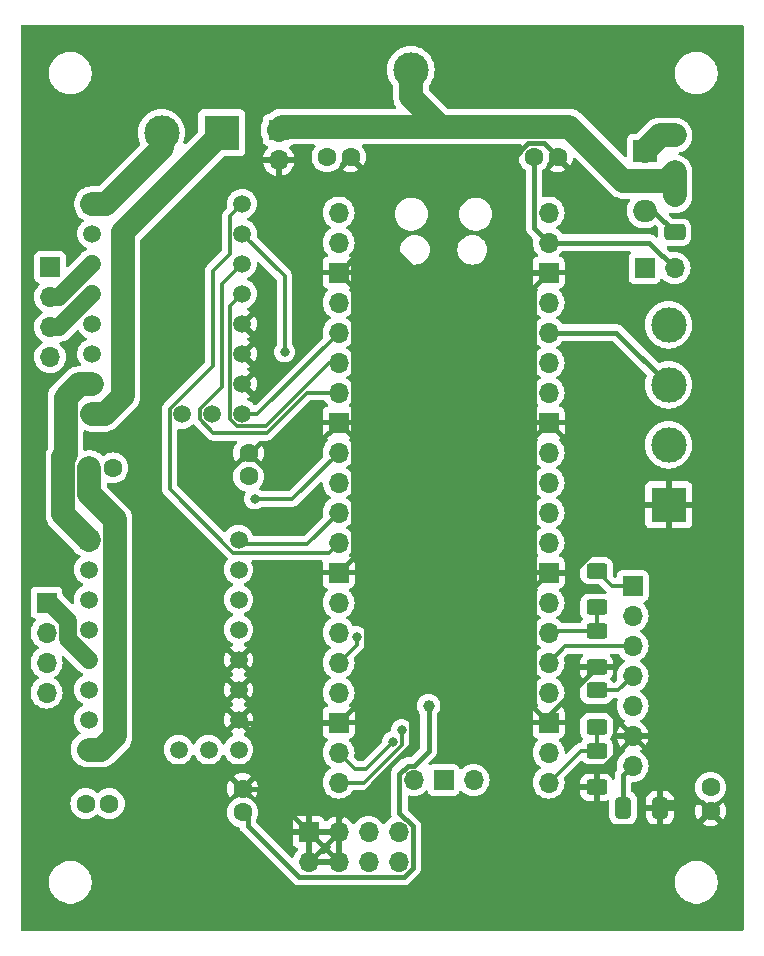
<source format=gbr>
%TF.GenerationSoftware,KiCad,Pcbnew,8.0.5-8.0.5-0~ubuntu24.04.1*%
%TF.CreationDate,2024-10-03T18:51:15+02:00*%
%TF.ProjectId,motor-driver-breakout-v2,6d6f746f-722d-4647-9269-7665722d6272,rev?*%
%TF.SameCoordinates,Original*%
%TF.FileFunction,Copper,L2,Bot*%
%TF.FilePolarity,Positive*%
%FSLAX46Y46*%
G04 Gerber Fmt 4.6, Leading zero omitted, Abs format (unit mm)*
G04 Created by KiCad (PCBNEW 8.0.5-8.0.5-0~ubuntu24.04.1) date 2024-10-03 18:51:15*
%MOMM*%
%LPD*%
G01*
G04 APERTURE LIST*
G04 Aperture macros list*
%AMRoundRect*
0 Rectangle with rounded corners*
0 $1 Rounding radius*
0 $2 $3 $4 $5 $6 $7 $8 $9 X,Y pos of 4 corners*
0 Add a 4 corners polygon primitive as box body*
4,1,4,$2,$3,$4,$5,$6,$7,$8,$9,$2,$3,0*
0 Add four circle primitives for the rounded corners*
1,1,$1+$1,$2,$3*
1,1,$1+$1,$4,$5*
1,1,$1+$1,$6,$7*
1,1,$1+$1,$8,$9*
0 Add four rect primitives between the rounded corners*
20,1,$1+$1,$2,$3,$4,$5,0*
20,1,$1+$1,$4,$5,$6,$7,0*
20,1,$1+$1,$6,$7,$8,$9,0*
20,1,$1+$1,$8,$9,$2,$3,0*%
G04 Aperture macros list end*
%TA.AperFunction,ComponentPad*%
%ADD10R,1.700000X1.700000*%
%TD*%
%TA.AperFunction,ComponentPad*%
%ADD11O,1.700000X1.700000*%
%TD*%
%TA.AperFunction,ComponentPad*%
%ADD12C,1.600000*%
%TD*%
%TA.AperFunction,ComponentPad*%
%ADD13C,1.508000*%
%TD*%
%TA.AperFunction,ComponentPad*%
%ADD14R,1.508000X1.508000*%
%TD*%
%TA.AperFunction,ComponentPad*%
%ADD15R,2.000000X1.905000*%
%TD*%
%TA.AperFunction,ComponentPad*%
%ADD16O,2.000000X1.905000*%
%TD*%
%TA.AperFunction,SMDPad,CuDef*%
%ADD17RoundRect,0.250000X-0.650000X0.412500X-0.650000X-0.412500X0.650000X-0.412500X0.650000X0.412500X0*%
%TD*%
%TA.AperFunction,SMDPad,CuDef*%
%ADD18RoundRect,0.250000X-0.625000X0.400000X-0.625000X-0.400000X0.625000X-0.400000X0.625000X0.400000X0*%
%TD*%
%TA.AperFunction,ComponentPad*%
%ADD19R,3.000000X3.000000*%
%TD*%
%TA.AperFunction,ComponentPad*%
%ADD20C,3.000000*%
%TD*%
%TA.AperFunction,SMDPad,CuDef*%
%ADD21RoundRect,0.250000X-0.412500X-0.650000X0.412500X-0.650000X0.412500X0.650000X-0.412500X0.650000X0*%
%TD*%
%TA.AperFunction,SMDPad,CuDef*%
%ADD22RoundRect,0.250000X0.650000X-0.412500X0.650000X0.412500X-0.650000X0.412500X-0.650000X-0.412500X0*%
%TD*%
%TA.AperFunction,ViaPad*%
%ADD23C,1.000000*%
%TD*%
%TA.AperFunction,ViaPad*%
%ADD24C,0.800000*%
%TD*%
%TA.AperFunction,ViaPad*%
%ADD25C,3.000000*%
%TD*%
%TA.AperFunction,Conductor*%
%ADD26C,1.500000*%
%TD*%
%TA.AperFunction,Conductor*%
%ADD27C,0.300000*%
%TD*%
%TA.AperFunction,Conductor*%
%ADD28C,0.400000*%
%TD*%
%TA.AperFunction,Conductor*%
%ADD29C,2.000000*%
%TD*%
G04 APERTURE END LIST*
D10*
%TO.P,J7,1,Pin_1*%
%TO.N,GND1*%
X58166000Y-94234000D03*
D11*
%TO.P,J7,2,Pin_2*%
X58166000Y-96774000D03*
%TO.P,J7,3,Pin_3*%
X60706000Y-94234000D03*
%TO.P,J7,4,Pin_4*%
X60706000Y-96774000D03*
%TO.P,J7,5,Pin_5*%
%TO.N,/LIMIT1*%
X63246000Y-94234000D03*
%TO.P,J7,6,Pin_6*%
%TO.N,/LIMIT2*%
X63246000Y-96774000D03*
%TO.P,J7,7,Pin_7*%
%TO.N,/LIMIT3*%
X65786000Y-94234000D03*
%TO.P,J7,8,Pin_8*%
%TO.N,/LIMIT4*%
X65786000Y-96774000D03*
%TD*%
D12*
%TO.P,C3,1*%
%TO.N,+5V*%
X77248000Y-37084000D03*
%TO.P,C3,2*%
%TO.N,GND1*%
X79248000Y-37084000D03*
%TD*%
D13*
%TO.P,U1,17,INDEX*%
%TO.N,unconnected-(U1-INDEX-Pad17)*%
X47156000Y-87270272D03*
%TO.P,U1,18,DIAG*%
%TO.N,unconnected-(U1-DIAG-Pad18)*%
X49696000Y-87270272D03*
%TO.P,U1,8,VM*%
%TO.N,+12V*%
X39536000Y-87270272D03*
%TO.P,U1,7,GND*%
%TO.N,GND*%
X39536000Y-84730272D03*
%TO.P,U1,6,M2B*%
%TO.N,Net-(J1-Pin_4)*%
X39536000Y-82190272D03*
%TO.P,U1,5,M2A*%
%TO.N,Net-(J1-Pin_1)*%
X39536000Y-79650272D03*
%TO.P,U1,4,M1A*%
%TO.N,Net-(J1-Pin_3)*%
X39536000Y-77110272D03*
%TO.P,U1,3,M1B*%
%TO.N,Net-(J1-Pin_2)*%
X39536000Y-74570272D03*
%TO.P,U1,2,VIO*%
%TO.N,+3.3V*%
X39536000Y-72030272D03*
D14*
%TO.P,U1,1,GND*%
%TO.N,GND*%
X39536000Y-69490272D03*
D13*
%TO.P,U1,16,~{EN}*%
%TO.N,/EN1*%
X52236000Y-87270272D03*
%TO.P,U1,15,MS1*%
%TO.N,GND1*%
X52236000Y-84730272D03*
%TO.P,U1,14,MS2*%
X52236000Y-82190272D03*
%TO.P,U1,13,SPRD*%
X52236000Y-79650272D03*
%TO.P,U1,12,UART*%
%TO.N,/RX1*%
X52236000Y-77110272D03*
%TO.P,U1,11,PDN*%
%TO.N,/TX1*%
X52236000Y-74570272D03*
%TO.P,U1,10,STEP*%
%TO.N,/STEP1*%
X52236000Y-72030272D03*
%TO.P,U1,9,DIR*%
%TO.N,/DIR1*%
X52236000Y-69490272D03*
%TD*%
D10*
%TO.P,M1,1,Pin_1*%
%TO.N,Net-(J1-Pin_1)*%
X35980000Y-74824272D03*
D11*
%TO.P,M1,2,Pin_2*%
%TO.N,Net-(J1-Pin_2)*%
X35980000Y-77364272D03*
%TO.P,M1,3,Pin_3*%
%TO.N,Net-(J1-Pin_3)*%
X35980000Y-79904272D03*
%TO.P,M1,4,Pin_4*%
%TO.N,Net-(J1-Pin_4)*%
X35980000Y-82444272D03*
%TD*%
D12*
%TO.P,C11,1*%
%TO.N,+12V*%
X39298000Y-91842272D03*
%TO.P,C11,2*%
%TO.N,GND*%
X41298000Y-91842272D03*
%TD*%
%TO.P,C9,1*%
%TO.N,+3.3V*%
X52578000Y-92572272D03*
%TO.P,C9,2*%
%TO.N,GND1*%
X52578000Y-90572272D03*
%TD*%
D15*
%TO.P,U5,1,IN*%
%TO.N,+12V*%
X86614000Y-36576000D03*
D16*
%TO.P,U5,2,GND*%
%TO.N,GND*%
X86614000Y-39116000D03*
%TO.P,U5,3,OUT*%
%TO.N,Net-(JP1-A)*%
X86614000Y-41656000D03*
%TD*%
D11*
%TO.P,J6,7,Pin_7*%
%TO.N,+5V*%
X85598000Y-88646000D03*
%TO.P,J6,6,Pin_6*%
%TO.N,GND1*%
X85598000Y-86106000D03*
%TO.P,J6,5,Pin_5*%
%TO.N,/CS*%
X85598000Y-83566000D03*
%TO.P,J6,4,Pin_4*%
%TO.N,/MISO_V5*%
X85598000Y-81026000D03*
%TO.P,J6,3,Pin_3*%
%TO.N,/MOSI*%
X85598000Y-78486000D03*
%TO.P,J6,2,Pin_2*%
%TO.N,/SCLK*%
X85598000Y-75946000D03*
D10*
%TO.P,J6,1,Pin_1*%
%TO.N,/INT_V5*%
X85598000Y-73406000D03*
%TD*%
D12*
%TO.P,C7,1*%
%TO.N,+5V*%
X92202000Y-90456000D03*
%TO.P,C7,2*%
%TO.N,GND1*%
X92202000Y-92456000D03*
%TD*%
D13*
%TO.P,U2,18,DIAG*%
%TO.N,unconnected-(U2-DIAG-Pad18)*%
X49994000Y-58844272D03*
%TO.P,U2,17,INDEX*%
%TO.N,unconnected-(U2-INDEX-Pad17)*%
X47454000Y-58844272D03*
%TO.P,U2,16,~{EN}*%
%TO.N,/EN2*%
X52534000Y-58844272D03*
%TO.P,U2,15,MS1*%
%TO.N,GND1*%
X52534000Y-56304272D03*
%TO.P,U2,14,MS2*%
X52534000Y-53764272D03*
%TO.P,U2,13,SPRD*%
X52534000Y-51224272D03*
%TO.P,U2,12,UART*%
%TO.N,/RX2*%
X52534000Y-48684272D03*
%TO.P,U2,11,PDN*%
%TO.N,/TX2*%
X52534000Y-46144272D03*
%TO.P,U2,10,STEP*%
%TO.N,/STEP2*%
X52534000Y-43604272D03*
%TO.P,U2,9,DIR*%
%TO.N,/DIR2*%
X52534000Y-41064272D03*
%TO.P,U2,8,VM*%
%TO.N,+12V*%
X39834000Y-58844272D03*
%TO.P,U2,7,GND*%
%TO.N,GND*%
X39834000Y-56304272D03*
%TO.P,U2,6,M2B*%
%TO.N,Net-(J2-Pin_4)*%
X39834000Y-53764272D03*
%TO.P,U2,5,M2A*%
%TO.N,Net-(J2-Pin_1)*%
X39834000Y-51224272D03*
%TO.P,U2,4,M1A*%
%TO.N,Net-(J2-Pin_3)*%
X39834000Y-48684272D03*
%TO.P,U2,3,M1B*%
%TO.N,Net-(J2-Pin_2)*%
X39834000Y-46144272D03*
%TO.P,U2,2,VIO*%
%TO.N,+3.3V*%
X39834000Y-43604272D03*
D14*
%TO.P,U2,1,GND*%
%TO.N,GND*%
X39834000Y-41064272D03*
%TD*%
D17*
%TO.P,C1,1*%
%TO.N,+12V*%
X89154000Y-35267500D03*
%TO.P,C1,2*%
%TO.N,GND*%
X89154000Y-38392500D03*
%TD*%
D18*
%TO.P,R6,1*%
%TO.N,/INT*%
X82550000Y-77190000D03*
%TO.P,R6,2*%
%TO.N,GND1*%
X82550000Y-80290000D03*
%TD*%
D10*
%TO.P,JP1,1,A*%
%TO.N,Net-(JP1-A)*%
X86614000Y-46482000D03*
D11*
%TO.P,JP1,2,B*%
%TO.N,+5V*%
X89154000Y-46482000D03*
%TD*%
D10*
%TO.P,JP2,1,A*%
%TO.N,GND*%
X55626000Y-34793000D03*
D11*
%TO.P,JP2,2,B*%
%TO.N,GND1*%
X55626000Y-37333000D03*
%TD*%
D10*
%TO.P,M0,1,Pin_1*%
%TO.N,Net-(J2-Pin_1)*%
X36278000Y-46398272D03*
D11*
%TO.P,M0,2,Pin_2*%
%TO.N,Net-(J2-Pin_2)*%
X36278000Y-48938272D03*
%TO.P,M0,3,Pin_3*%
%TO.N,Net-(J2-Pin_3)*%
X36278000Y-51478272D03*
%TO.P,M0,4,Pin_4*%
%TO.N,Net-(J2-Pin_4)*%
X36278000Y-54018272D03*
%TD*%
D12*
%TO.P,C15,2*%
%TO.N,GND*%
X41596000Y-63416272D03*
%TO.P,C15,1*%
%TO.N,+12V*%
X39596000Y-63416272D03*
%TD*%
%TO.P,C13,1*%
%TO.N,+3.3V*%
X53086000Y-64146272D03*
%TO.P,C13,2*%
%TO.N,GND1*%
X53086000Y-62146272D03*
%TD*%
D19*
%TO.P,J4,1,Pin_1*%
%TO.N,GND1*%
X88646000Y-66548000D03*
D20*
%TO.P,J4,2,Pin_2*%
%TO.N,+5V*%
X88646000Y-61468000D03*
%TO.P,J4,3,Pin_3*%
%TO.N,+3.3V*%
X88646000Y-56388000D03*
%TO.P,J4,4,Pin_4*%
%TO.N,unconnected-(J4-Pin_4-Pad4)*%
X88646000Y-51308000D03*
%TD*%
D19*
%TO.P,J5,1,Pin_1*%
%TO.N,+12V*%
X50800000Y-35052000D03*
D20*
%TO.P,J5,2,Pin_2*%
%TO.N,GND*%
X45720000Y-35052000D03*
%TD*%
D12*
%TO.P,C5,1*%
%TO.N,+3.3V*%
X59722000Y-37084000D03*
%TO.P,C5,2*%
%TO.N,GND1*%
X61722000Y-37084000D03*
%TD*%
D11*
%TO.P,U3,43,SWDIO*%
%TO.N,unconnected-(U3-SWDIO-Pad43)*%
X72136000Y-89828000D03*
D10*
%TO.P,U3,42,GND*%
%TO.N,unconnected-(U3-GND-Pad42)_1*%
X69596000Y-89828000D03*
D11*
%TO.P,U3,41,SWCLK*%
%TO.N,unconnected-(U3-SWCLK-Pad41)_1*%
X67056000Y-89828000D03*
%TO.P,U3,40,VBUS*%
%TO.N,unconnected-(U3-VBUS-Pad40)*%
X78486000Y-41798000D03*
%TO.P,U3,39,VSYS*%
%TO.N,+5V*%
X78486000Y-44338000D03*
D10*
%TO.P,U3,38,GND*%
%TO.N,GND1*%
X78486000Y-46878000D03*
D11*
%TO.P,U3,37,3V3_EN*%
%TO.N,unconnected-(U3-3V3_EN-Pad37)_1*%
X78486000Y-49418000D03*
%TO.P,U3,36,3V3*%
%TO.N,+3.3V*%
X78486000Y-51958000D03*
%TO.P,U3,35,ADC_VREF*%
%TO.N,unconnected-(U3-ADC_VREF-Pad35)_1*%
X78486000Y-54498000D03*
%TO.P,U3,34,GPIO28_ADC2*%
%TO.N,unconnected-(U3-GPIO28_ADC2-Pad34)_1*%
X78486000Y-57038000D03*
D10*
%TO.P,U3,33,AGND*%
%TO.N,GND1*%
X78486000Y-59578000D03*
D11*
%TO.P,U3,32,GPIO27_ADC1*%
%TO.N,unconnected-(U3-GPIO27_ADC1-Pad32)*%
X78486000Y-62118000D03*
%TO.P,U3,31,GPIO26_ADC0*%
%TO.N,unconnected-(U3-GPIO26_ADC0-Pad31)_1*%
X78486000Y-64658000D03*
%TO.P,U3,30,RUN*%
%TO.N,unconnected-(U3-RUN-Pad30)*%
X78486000Y-67198000D03*
%TO.P,U3,29,GPIO22*%
%TO.N,unconnected-(U3-GPIO22-Pad29)_1*%
X78486000Y-69738000D03*
D10*
%TO.P,U3,28,GND*%
%TO.N,GND1*%
X78486000Y-72278000D03*
D11*
%TO.P,U3,27,GPIO21*%
%TO.N,unconnected-(U3-GPIO21-Pad27)*%
X78486000Y-74818000D03*
%TO.P,U3,26,GPIO20*%
%TO.N,/INT*%
X78486000Y-77358000D03*
%TO.P,U3,25,GPIO19*%
%TO.N,/MOSI*%
X78486000Y-79898000D03*
%TO.P,U3,24,GPIO18*%
%TO.N,/SCLK*%
X78486000Y-82438000D03*
D10*
%TO.P,U3,23,GND*%
%TO.N,GND1*%
X78486000Y-84978000D03*
D11*
%TO.P,U3,22,GPIO17*%
%TO.N,/CS*%
X78486000Y-87518000D03*
%TO.P,U3,21,GPIO16*%
%TO.N,/MISO*%
X78486000Y-90058000D03*
%TO.P,U3,20,GPIO15*%
%TO.N,Net-(D2-A)*%
X60706000Y-90058000D03*
%TO.P,U3,19,GPIO14*%
%TO.N,Net-(D1-A)*%
X60706000Y-87518000D03*
D10*
%TO.P,U3,18,GND*%
%TO.N,GND1*%
X60706000Y-84978000D03*
D11*
%TO.P,U3,17,GPIO13*%
%TO.N,/LIMIT4*%
X60706000Y-82438000D03*
%TO.P,U3,16,GPIO12*%
%TO.N,/LIMIT3*%
X60706000Y-79898000D03*
%TO.P,U3,15,GPIO11*%
%TO.N,/LIMIT2*%
X60706000Y-77358000D03*
%TO.P,U3,14,GPIO10*%
%TO.N,/LIMIT1*%
X60706000Y-74818000D03*
D10*
%TO.P,U3,13,GND*%
%TO.N,GND1*%
X60706000Y-72278000D03*
D11*
%TO.P,U3,12,GPIO9*%
%TO.N,/DIR2*%
X60706000Y-69738000D03*
%TO.P,U3,11,GPIO8*%
%TO.N,/DIR1*%
X60706000Y-67198000D03*
%TO.P,U3,10,GPIO7*%
%TO.N,/STEP2*%
X60706000Y-64658000D03*
%TO.P,U3,9,GPIO6*%
%TO.N,/STEP1*%
X60706000Y-62118000D03*
D10*
%TO.P,U3,8,GND*%
%TO.N,GND1*%
X60706000Y-59578000D03*
D11*
%TO.P,U3,7,GPIO5*%
%TO.N,/TX2*%
X60706000Y-57038000D03*
%TO.P,U3,6,GPIO4*%
%TO.N,/RX2*%
X60706000Y-54498000D03*
%TO.P,U3,5,GPIO3*%
%TO.N,/EN2*%
X60706000Y-51958000D03*
%TO.P,U3,4,GPIO2*%
%TO.N,/EN1*%
X60706000Y-49418000D03*
D10*
%TO.P,U3,3,GND*%
%TO.N,GND1*%
X60706000Y-46878000D03*
D11*
%TO.P,U3,2,GPIO1*%
%TO.N,/TX1*%
X60706000Y-44338000D03*
%TO.P,U3,1,GPIO0*%
%TO.N,/RX1*%
X60706000Y-41798000D03*
%TD*%
D18*
%TO.P,R3,1*%
%TO.N,/MISO_V5*%
X82550000Y-82244000D03*
%TO.P,R3,2*%
%TO.N,/MISO*%
X82550000Y-85344000D03*
%TD*%
D21*
%TO.P,C8,1*%
%TO.N,+5V*%
X84797500Y-92202000D03*
%TO.P,C8,2*%
%TO.N,GND1*%
X87922500Y-92202000D03*
%TD*%
D18*
%TO.P,R4,1*%
%TO.N,/MISO*%
X82550000Y-87350000D03*
%TO.P,R4,2*%
%TO.N,GND1*%
X82550000Y-90450000D03*
%TD*%
D22*
%TO.P,C2,1*%
%TO.N,Net-(JP1-A)*%
X89154000Y-43472500D03*
%TO.P,C2,2*%
%TO.N,GND*%
X89154000Y-40347500D03*
%TD*%
D18*
%TO.P,R5,1*%
%TO.N,/INT_V5*%
X82550000Y-72110000D03*
%TO.P,R5,2*%
%TO.N,/INT*%
X82550000Y-75210000D03*
%TD*%
D23*
%TO.N,+3.3V*%
X68326000Y-83566000D03*
D24*
%TO.N,/STEP2*%
X56134000Y-53594000D03*
%TO.N,/STEP1*%
X53594000Y-66040000D03*
%TO.N,Net-(D1-A)*%
X65278000Y-86614000D03*
%TO.N,/LIMIT3*%
X62230000Y-77724000D03*
%TO.N,Net-(D2-A)*%
X66040000Y-85598000D03*
D25*
%TO.N,GND*%
X66828004Y-29718000D03*
D23*
%TO.N,GND1*%
X81534000Y-96800000D03*
%TD*%
D26*
%TO.N,Net-(J1-Pin_1)*%
X35980000Y-74824272D02*
X36251820Y-74824272D01*
X36251820Y-74824272D02*
X37832000Y-76404452D01*
X37832000Y-76404452D02*
X37832000Y-77946272D01*
X37832000Y-77946272D02*
X39536000Y-79650272D01*
%TO.N,Net-(J2-Pin_2)*%
X36278000Y-48938272D02*
X37040000Y-48938272D01*
X37040000Y-48938272D02*
X39834000Y-46144272D01*
%TO.N,Net-(J2-Pin_3)*%
X39834000Y-48684272D02*
X37040000Y-51478272D01*
X37040000Y-51478272D02*
X36278000Y-51478272D01*
D27*
%TO.N,Net-(D1-A)*%
X60706000Y-87518000D02*
X62088000Y-88900000D01*
X62088000Y-88900000D02*
X62992000Y-88900000D01*
X62992000Y-88900000D02*
X65278000Y-86614000D01*
%TO.N,Net-(D2-A)*%
X66040000Y-86912661D02*
X66040000Y-85598000D01*
X62894661Y-90058000D02*
X66040000Y-86912661D01*
X60706000Y-90058000D02*
X62894661Y-90058000D01*
D28*
%TO.N,GND1*%
X66840000Y-84874000D02*
X65744000Y-83778000D01*
X60706000Y-94234000D02*
X60706000Y-93031919D01*
X60706000Y-93031919D02*
X66840000Y-86897919D01*
X66840000Y-86897919D02*
X66840000Y-84874000D01*
X65744000Y-83778000D02*
X61906000Y-83778000D01*
D27*
%TO.N,/TX2*%
X48940000Y-59280854D02*
X50111146Y-60452000D01*
X50800000Y-56547690D02*
X48940000Y-58407690D01*
X48940000Y-58407690D02*
X48940000Y-59280854D01*
X50800000Y-47878272D02*
X50800000Y-56547690D01*
X52534000Y-46144272D02*
X50800000Y-47878272D01*
%TO.N,/RX2*%
X51480000Y-59280854D02*
X51480000Y-49738272D01*
X60706000Y-54498000D02*
X59927604Y-54498000D01*
X59927604Y-54498000D02*
X54527332Y-59898272D01*
X51480000Y-49738272D02*
X52534000Y-48684272D01*
X54527332Y-59898272D02*
X52097418Y-59898272D01*
X52097418Y-59898272D02*
X51480000Y-59280854D01*
%TO.N,/EN2*%
X60706000Y-51958000D02*
X53819728Y-58844272D01*
X53819728Y-58844272D02*
X52534000Y-58844272D01*
%TO.N,/TX2*%
X54610000Y-60452000D02*
X58024000Y-57038000D01*
X50111146Y-60452000D02*
X54610000Y-60452000D01*
X58024000Y-57038000D02*
X60706000Y-57038000D01*
D29*
%TO.N,GND*%
X39834000Y-41064272D02*
X40977728Y-41064272D01*
X40977728Y-41064272D02*
X45720000Y-36322000D01*
X45720000Y-36322000D02*
X45720000Y-35052000D01*
D27*
%TO.N,/STEP1*%
X60706000Y-62118000D02*
X56784000Y-66040000D01*
X56784000Y-66040000D02*
X53594000Y-66040000D01*
%TO.N,/DIR1*%
X60706000Y-67198000D02*
X58054000Y-69850000D01*
X58054000Y-69850000D02*
X52595728Y-69850000D01*
X52595728Y-69850000D02*
X52236000Y-69490272D01*
%TO.N,/DIR2*%
X60706000Y-69738000D02*
X59856000Y-70588000D01*
X51792000Y-70588000D02*
X46400000Y-65196000D01*
X51480000Y-45294000D02*
X51480000Y-42118272D01*
X59856000Y-70588000D02*
X51792000Y-70588000D01*
X50038000Y-46736000D02*
X51480000Y-45294000D01*
X46400000Y-65196000D02*
X46400000Y-58407690D01*
X46400000Y-58407690D02*
X50038000Y-54769690D01*
X51480000Y-42118272D02*
X52534000Y-41064272D01*
X50038000Y-54769690D02*
X50038000Y-46736000D01*
D29*
%TO.N,+12V*%
X39834000Y-58844272D02*
X40900317Y-58844272D01*
X40900317Y-58844272D02*
X42418000Y-57326589D01*
X42418000Y-57326589D02*
X42418000Y-43434000D01*
X42418000Y-43434000D02*
X50800000Y-35052000D01*
D28*
%TO.N,+5V*%
X78486000Y-44338000D02*
X87010000Y-44338000D01*
X87010000Y-44338000D02*
X89154000Y-46482000D01*
%TO.N,GND1*%
X88430500Y-91694000D02*
X91440000Y-91694000D01*
X91440000Y-91694000D02*
X92202000Y-92456000D01*
%TO.N,+5V*%
X84797500Y-92202000D02*
X84797500Y-89446500D01*
X84797500Y-89446500D02*
X85598000Y-88646000D01*
%TO.N,GND1*%
X82309000Y-96025000D02*
X83204000Y-95130000D01*
X87922500Y-88430500D02*
X85598000Y-86106000D01*
X83204000Y-95130000D02*
X86702000Y-95130000D01*
X86702000Y-95130000D02*
X87922500Y-93909500D01*
X87922500Y-93909500D02*
X87922500Y-88430500D01*
D29*
%TO.N,GND*%
X80219500Y-34534000D02*
X69342000Y-34534000D01*
X69342000Y-34534000D02*
X66828004Y-32020004D01*
X66828004Y-32020004D02*
X66828004Y-29718000D01*
X86614000Y-39116000D02*
X84801500Y-39116000D01*
X84801500Y-39116000D02*
X80219500Y-34534000D01*
X80219500Y-34534000D02*
X55885000Y-34534000D01*
X55885000Y-34534000D02*
X55626000Y-34793000D01*
D28*
%TO.N,+3.3V*%
X88646000Y-56388000D02*
X84216000Y-51958000D01*
X84216000Y-51958000D02*
X78486000Y-51958000D01*
%TO.N,GND1*%
X88646000Y-66548000D02*
X85456000Y-66548000D01*
X85456000Y-66548000D02*
X78486000Y-59578000D01*
X88646000Y-66548000D02*
X86231544Y-66548000D01*
X86231544Y-66548000D02*
X80501544Y-72278000D01*
X80501544Y-72278000D02*
X78486000Y-72278000D01*
X82550000Y-95784000D02*
X82309000Y-96025000D01*
X82309000Y-96025000D02*
X81534000Y-96800000D01*
X82550000Y-90450000D02*
X82550000Y-95784000D01*
X85598000Y-86106000D02*
X85598000Y-86182456D01*
X85598000Y-86182456D02*
X82550000Y-89230456D01*
X82550000Y-89230456D02*
X82550000Y-90450000D01*
D27*
%TO.N,/MOSI*%
X85598000Y-78486000D02*
X79898000Y-78486000D01*
X79898000Y-78486000D02*
X78486000Y-79898000D01*
%TO.N,/MISO_V5*%
X82550000Y-82244000D02*
X84380000Y-82244000D01*
X84380000Y-82244000D02*
X85598000Y-81026000D01*
%TO.N,/MISO*%
X82550000Y-85344000D02*
X82550000Y-87350000D01*
X78486000Y-90058000D02*
X81194000Y-87350000D01*
X81194000Y-87350000D02*
X82550000Y-87350000D01*
D28*
%TO.N,GND1*%
X82550000Y-80290000D02*
X80023000Y-82817000D01*
X80023000Y-82817000D02*
X78486000Y-84354000D01*
X83058000Y-83566000D02*
X80772000Y-83566000D01*
X85598000Y-86106000D02*
X83058000Y-83566000D01*
X80772000Y-83566000D02*
X80023000Y-82817000D01*
X78486000Y-84354000D02*
X78486000Y-84978000D01*
D27*
%TO.N,/INT_V5*%
X85598000Y-73406000D02*
X83846000Y-73406000D01*
X83846000Y-73406000D02*
X82550000Y-72110000D01*
%TO.N,/INT*%
X82550000Y-77190000D02*
X82550000Y-75210000D01*
X78486000Y-77358000D02*
X78654000Y-77190000D01*
X78654000Y-77190000D02*
X82550000Y-77190000D01*
%TO.N,/LIMIT3*%
X62230000Y-77724000D02*
X62230000Y-78374000D01*
X62230000Y-78374000D02*
X60706000Y-79898000D01*
D28*
%TO.N,GND1*%
X61906000Y-83778000D02*
X62992000Y-82692000D01*
X62992000Y-82692000D02*
X62992000Y-72164000D01*
X62992000Y-72164000D02*
X61906000Y-71078000D01*
X52998000Y-90572272D02*
X54504272Y-90572272D01*
X54504272Y-90572272D02*
X58166000Y-94234000D01*
X60706000Y-96774000D02*
X58166000Y-94234000D01*
X60706000Y-94234000D02*
X60706000Y-96774000D01*
X60706000Y-96774000D02*
X58166000Y-96774000D01*
X60706000Y-94234000D02*
X58166000Y-96774000D01*
X58166000Y-94234000D02*
X60706000Y-94234000D01*
X58166000Y-94234000D02*
X58166000Y-96774000D01*
%TO.N,Net-(JP1-A)*%
X86614000Y-41656000D02*
X87337500Y-41656000D01*
X87337500Y-41656000D02*
X89154000Y-43472500D01*
D29*
%TO.N,+12V*%
X89154000Y-35267500D02*
X87922500Y-35267500D01*
X87922500Y-35267500D02*
X86614000Y-36576000D01*
%TO.N,GND*%
X86614000Y-39116000D02*
X88430500Y-39116000D01*
X88430500Y-39116000D02*
X89154000Y-38392500D01*
X89154000Y-38392500D02*
X89154000Y-40347500D01*
D28*
%TO.N,GND1*%
X79248000Y-37084000D02*
X78098000Y-35934000D01*
X78098000Y-35934000D02*
X76771654Y-35934000D01*
X75367654Y-37338000D02*
X65315999Y-37338000D01*
X76771654Y-35934000D02*
X75367654Y-37338000D01*
X65315999Y-37338000D02*
X62521999Y-40132000D01*
D29*
%TO.N,GND*%
X37596000Y-57475955D02*
X37596000Y-62305002D01*
X38767683Y-56304272D02*
X37596000Y-57475955D01*
X37396000Y-62505002D02*
X37396000Y-67350272D01*
X37596000Y-62305002D02*
X37396000Y-62505002D01*
%TO.N,+12V*%
X41736000Y-86136589D02*
X40602317Y-87270272D01*
%TO.N,GND*%
X37396000Y-67350272D02*
X39536000Y-69490272D01*
X39834000Y-56304272D02*
X38767683Y-56304272D01*
%TO.N,+12V*%
X39596000Y-63416272D02*
X39596000Y-65642272D01*
X39596000Y-65642272D02*
X41736000Y-67782272D01*
X41736000Y-67782272D02*
X41736000Y-86136589D01*
X40602317Y-87270272D02*
X39536000Y-87270272D01*
D28*
%TO.N,GND1*%
X62521999Y-37883999D02*
X62521999Y-40132000D01*
X62521999Y-40132000D02*
X62521999Y-40894000D01*
X62521999Y-40894000D02*
X62521999Y-45062001D01*
X62521999Y-40894000D02*
X62521999Y-41935345D01*
X62521999Y-41935345D02*
X67464654Y-46878000D01*
X67464654Y-46878000D02*
X78486000Y-46878000D01*
X61906000Y-60778000D02*
X61906000Y-48768000D01*
X61906000Y-48768000D02*
X61906000Y-48078000D01*
X62521999Y-45062001D02*
X61906000Y-45678000D01*
X61906000Y-45678000D02*
X61906000Y-48768000D01*
X61722000Y-37084000D02*
X62521999Y-37883999D01*
X62521999Y-45062001D02*
X60706000Y-46878000D01*
%TO.N,+5V*%
X77248000Y-37084000D02*
X77248000Y-43100000D01*
X77248000Y-43100000D02*
X78486000Y-44338000D01*
%TO.N,GND1*%
X77286000Y-60778000D02*
X77286000Y-48078000D01*
X77286000Y-48078000D02*
X78486000Y-46878000D01*
X77414000Y-73350000D02*
X77286000Y-73478000D01*
X78486000Y-72278000D02*
X77414000Y-73350000D01*
X77414000Y-73350000D02*
X77286000Y-73222000D01*
X77286000Y-73222000D02*
X77286000Y-60778000D01*
X77286000Y-60778000D02*
X78486000Y-59578000D01*
X77286000Y-73478000D02*
X77286000Y-83778000D01*
X77286000Y-83778000D02*
X78486000Y-84978000D01*
X60706000Y-84978000D02*
X61906000Y-83778000D01*
X60706000Y-84978000D02*
X52483728Y-84978000D01*
X52483728Y-84978000D02*
X52236000Y-84730272D01*
X53296000Y-62146272D02*
X54095999Y-61346273D01*
X54095999Y-61346273D02*
X58937727Y-61346273D01*
X58937727Y-61346273D02*
X60706000Y-59578000D01*
X61906000Y-48078000D02*
X60706000Y-46878000D01*
X60706000Y-59578000D02*
X61906000Y-60778000D01*
X61906000Y-71078000D02*
X60706000Y-72278000D01*
X61906000Y-60778000D02*
X61906000Y-71078000D01*
D27*
%TO.N,/STEP2*%
X52534000Y-43604272D02*
X56134000Y-47204272D01*
X56134000Y-47204272D02*
X56134000Y-53594000D01*
D28*
%TO.N,+3.3V*%
X68326000Y-83566000D02*
X68326000Y-87376000D01*
X68326000Y-87376000D02*
X67074000Y-88628000D01*
X67074000Y-88628000D02*
X66558943Y-88628000D01*
X66986000Y-93736943D02*
X66986000Y-97271057D01*
X57338358Y-98044000D02*
X52998000Y-93703642D01*
X66558943Y-88628000D02*
X65856000Y-89330943D01*
X65856000Y-89330943D02*
X65856000Y-92606943D01*
X65856000Y-92606943D02*
X66986000Y-93736943D01*
X66213057Y-98044000D02*
X57338358Y-98044000D01*
X66986000Y-97271057D02*
X66213057Y-98044000D01*
X52998000Y-93703642D02*
X52998000Y-92572272D01*
%TD*%
%TA.AperFunction,Conductor*%
%TO.N,GND1*%
G36*
X60240075Y-96581007D02*
G01*
X60206000Y-96708174D01*
X60206000Y-96839826D01*
X60240075Y-96966993D01*
X60272988Y-97024000D01*
X58599012Y-97024000D01*
X58631925Y-96966993D01*
X58666000Y-96839826D01*
X58666000Y-96708174D01*
X58631925Y-96581007D01*
X58599012Y-96524000D01*
X60272988Y-96524000D01*
X60240075Y-96581007D01*
G37*
%TD.AperFunction*%
%TA.AperFunction,Conductor*%
G36*
X58416000Y-96340988D02*
G01*
X58358993Y-96308075D01*
X58231826Y-96274000D01*
X58100174Y-96274000D01*
X57973007Y-96308075D01*
X57916000Y-96340988D01*
X57916000Y-94667012D01*
X57973007Y-94699925D01*
X58100174Y-94734000D01*
X58231826Y-94734000D01*
X58358993Y-94699925D01*
X58416000Y-94667012D01*
X58416000Y-96340988D01*
G37*
%TD.AperFunction*%
%TA.AperFunction,Conductor*%
G36*
X60956000Y-96340988D02*
G01*
X60898993Y-96308075D01*
X60771826Y-96274000D01*
X60640174Y-96274000D01*
X60513007Y-96308075D01*
X60456000Y-96340988D01*
X60456000Y-94667012D01*
X60513007Y-94699925D01*
X60640174Y-94734000D01*
X60771826Y-94734000D01*
X60898993Y-94699925D01*
X60956000Y-94667012D01*
X60956000Y-96340988D01*
G37*
%TD.AperFunction*%
%TA.AperFunction,Conductor*%
G36*
X59684222Y-95128513D02*
G01*
X59712477Y-95149665D01*
X59834917Y-95272105D01*
X60021031Y-95402425D01*
X60064656Y-95457003D01*
X60071848Y-95526501D01*
X60040326Y-95588856D01*
X60021031Y-95605575D01*
X59834922Y-95735890D01*
X59834920Y-95735891D01*
X59667891Y-95902920D01*
X59667890Y-95902922D01*
X59537575Y-96089031D01*
X59482998Y-96132655D01*
X59413499Y-96139848D01*
X59351145Y-96108326D01*
X59334425Y-96089031D01*
X59204109Y-95902922D01*
X59204108Y-95902920D01*
X59081665Y-95780477D01*
X59048180Y-95719154D01*
X59053164Y-95649462D01*
X59095036Y-95593529D01*
X59126013Y-95576614D01*
X59258086Y-95527354D01*
X59258093Y-95527350D01*
X59373187Y-95441190D01*
X59373190Y-95441187D01*
X59459350Y-95326093D01*
X59459354Y-95326086D01*
X59508614Y-95194013D01*
X59550485Y-95138079D01*
X59615949Y-95113662D01*
X59684222Y-95128513D01*
G37*
%TD.AperFunction*%
%TA.AperFunction,Conductor*%
G36*
X60240075Y-94041007D02*
G01*
X60206000Y-94168174D01*
X60206000Y-94299826D01*
X60240075Y-94426993D01*
X60272988Y-94484000D01*
X58599012Y-94484000D01*
X58631925Y-94426993D01*
X58666000Y-94299826D01*
X58666000Y-94168174D01*
X58631925Y-94041007D01*
X58599012Y-93984000D01*
X60272988Y-93984000D01*
X60240075Y-94041007D01*
G37*
%TD.AperFunction*%
%TA.AperFunction,Conductor*%
G36*
X48449135Y-59725782D02*
G01*
X48493482Y-59754283D01*
X49696471Y-60957272D01*
X49696478Y-60957278D01*
X49750346Y-60993271D01*
X49803020Y-61028466D01*
X49872367Y-61057189D01*
X49921402Y-61077501D01*
X49921405Y-61077501D01*
X49921406Y-61077502D01*
X50047074Y-61102500D01*
X51992398Y-61102500D01*
X52059437Y-61122185D01*
X52105192Y-61174989D01*
X52115136Y-61244147D01*
X52088962Y-61302685D01*
X52089444Y-61303022D01*
X52087696Y-61305517D01*
X52087391Y-61306201D01*
X52086345Y-61307447D01*
X51955865Y-61493789D01*
X51859734Y-61699945D01*
X51859730Y-61699954D01*
X51800860Y-61919661D01*
X51800858Y-61919672D01*
X51781034Y-62146269D01*
X51781034Y-62146274D01*
X51800858Y-62372871D01*
X51800860Y-62372882D01*
X51859730Y-62592589D01*
X51859735Y-62592603D01*
X51955863Y-62798750D01*
X52006974Y-62871744D01*
X52686000Y-62192718D01*
X52686000Y-62198933D01*
X52713259Y-62300666D01*
X52765920Y-62391878D01*
X52840394Y-62466352D01*
X52931606Y-62519013D01*
X53033339Y-62546272D01*
X53039553Y-62546272D01*
X52699590Y-62886233D01*
X52644012Y-62918324D01*
X52639508Y-62919531D01*
X52639503Y-62919532D01*
X52433267Y-63015703D01*
X52433265Y-63015704D01*
X52246858Y-63146226D01*
X52085954Y-63307130D01*
X51955432Y-63493537D01*
X51955431Y-63493539D01*
X51859261Y-63699774D01*
X51859258Y-63699783D01*
X51800366Y-63919574D01*
X51800364Y-63919585D01*
X51780532Y-64146270D01*
X51780532Y-64146273D01*
X51800364Y-64372958D01*
X51800366Y-64372969D01*
X51859258Y-64592760D01*
X51859261Y-64592769D01*
X51955431Y-64799004D01*
X51955432Y-64799006D01*
X52085954Y-64985413D01*
X52246858Y-65146317D01*
X52246861Y-65146319D01*
X52433266Y-65276840D01*
X52639504Y-65373011D01*
X52743023Y-65400748D01*
X52802682Y-65437112D01*
X52833212Y-65499959D01*
X52824918Y-65569335D01*
X52818317Y-65582522D01*
X52766820Y-65671718D01*
X52766818Y-65671722D01*
X52711120Y-65843145D01*
X52708326Y-65851744D01*
X52688540Y-66040000D01*
X52708326Y-66228256D01*
X52708327Y-66228259D01*
X52766818Y-66408277D01*
X52766821Y-66408284D01*
X52861467Y-66572216D01*
X52967971Y-66690500D01*
X52988129Y-66712888D01*
X53141265Y-66824148D01*
X53141270Y-66824151D01*
X53314192Y-66901142D01*
X53314197Y-66901144D01*
X53499354Y-66940500D01*
X53499355Y-66940500D01*
X53688644Y-66940500D01*
X53688646Y-66940500D01*
X53873803Y-66901144D01*
X54046730Y-66824151D01*
X54198090Y-66714182D01*
X54263896Y-66690702D01*
X54270975Y-66690500D01*
X56848071Y-66690500D01*
X56932615Y-66673682D01*
X56973744Y-66665501D01*
X57092127Y-66616465D01*
X57198669Y-66545277D01*
X59141039Y-64602905D01*
X59202360Y-64569422D01*
X59272051Y-64574406D01*
X59327985Y-64616277D01*
X59352246Y-64679780D01*
X59370936Y-64893403D01*
X59370938Y-64893413D01*
X59432094Y-65121655D01*
X59432096Y-65121659D01*
X59432097Y-65121663D01*
X59531965Y-65335830D01*
X59531967Y-65335834D01*
X59640281Y-65490521D01*
X59646889Y-65499959D01*
X59667501Y-65529395D01*
X59667506Y-65529402D01*
X59834597Y-65696493D01*
X59834603Y-65696498D01*
X60020158Y-65826425D01*
X60063783Y-65881002D01*
X60070977Y-65950500D01*
X60039454Y-66012855D01*
X60020158Y-66029575D01*
X59834597Y-66159505D01*
X59667505Y-66326597D01*
X59531965Y-66520169D01*
X59531964Y-66520171D01*
X59432098Y-66734335D01*
X59432094Y-66734344D01*
X59370938Y-66962586D01*
X59370936Y-66962596D01*
X59350341Y-67197999D01*
X59350341Y-67198000D01*
X59370936Y-67433403D01*
X59370939Y-67433416D01*
X59390384Y-67505989D01*
X59388721Y-67575839D01*
X59358290Y-67625762D01*
X57820873Y-69163181D01*
X57759550Y-69196666D01*
X57733192Y-69199500D01*
X53551990Y-69199500D01*
X53484951Y-69179815D01*
X53439196Y-69127011D01*
X53432216Y-69107595D01*
X53419346Y-69059566D01*
X53372963Y-68960097D01*
X53326579Y-68860626D01*
X53326577Y-68860623D01*
X53326576Y-68860621D01*
X53200677Y-68680819D01*
X53200672Y-68680813D01*
X53045458Y-68525599D01*
X53045452Y-68525594D01*
X52865650Y-68399695D01*
X52865642Y-68399691D01*
X52666708Y-68306927D01*
X52666706Y-68306926D01*
X52666703Y-68306925D01*
X52515885Y-68266512D01*
X52454675Y-68250111D01*
X52454668Y-68250110D01*
X52236002Y-68230980D01*
X52235998Y-68230980D01*
X52017331Y-68250110D01*
X52017324Y-68250111D01*
X51894902Y-68282914D01*
X51805297Y-68306925D01*
X51805295Y-68306925D01*
X51805291Y-68306927D01*
X51606357Y-68399691D01*
X51606349Y-68399695D01*
X51426547Y-68525594D01*
X51426541Y-68525599D01*
X51271327Y-68680813D01*
X51271322Y-68680820D01*
X51163939Y-68834179D01*
X51109362Y-68877804D01*
X51039864Y-68884998D01*
X50977509Y-68853475D01*
X50974683Y-68850737D01*
X47086819Y-64962873D01*
X47053334Y-64901550D01*
X47050500Y-64875192D01*
X47050500Y-60196508D01*
X47070185Y-60129469D01*
X47122989Y-60083714D01*
X47192147Y-60073770D01*
X47206582Y-60076730D01*
X47235326Y-60084433D01*
X47391521Y-60098098D01*
X47453998Y-60103564D01*
X47454000Y-60103564D01*
X47454002Y-60103564D01*
X47508668Y-60098781D01*
X47672674Y-60084433D01*
X47884703Y-60027619D01*
X48083646Y-59934851D01*
X48263457Y-59808946D01*
X48318120Y-59754283D01*
X48379443Y-59720798D01*
X48449135Y-59725782D01*
G37*
%TD.AperFunction*%
%TA.AperFunction,Conductor*%
G36*
X59515317Y-57708185D02*
G01*
X59549853Y-57741377D01*
X59667501Y-57909396D01*
X59667506Y-57909402D01*
X59789818Y-58031714D01*
X59823303Y-58093037D01*
X59818319Y-58162729D01*
X59776447Y-58218662D01*
X59745471Y-58235577D01*
X59613912Y-58284646D01*
X59613906Y-58284649D01*
X59498812Y-58370809D01*
X59498809Y-58370812D01*
X59412649Y-58485906D01*
X59412645Y-58485913D01*
X59362403Y-58620620D01*
X59362401Y-58620627D01*
X59356000Y-58680155D01*
X59356000Y-59328000D01*
X60261440Y-59328000D01*
X60230755Y-59381147D01*
X60196000Y-59510857D01*
X60196000Y-59645143D01*
X60230755Y-59774853D01*
X60261440Y-59828000D01*
X59356000Y-59828000D01*
X59356000Y-60475844D01*
X59362401Y-60535372D01*
X59362403Y-60535379D01*
X59412645Y-60670086D01*
X59412649Y-60670093D01*
X59498809Y-60785187D01*
X59498812Y-60785190D01*
X59613906Y-60871350D01*
X59613913Y-60871354D01*
X59745470Y-60920421D01*
X59801403Y-60962292D01*
X59825821Y-61027756D01*
X59810970Y-61096029D01*
X59789819Y-61124284D01*
X59667503Y-61246600D01*
X59531965Y-61440169D01*
X59531964Y-61440171D01*
X59432098Y-61654335D01*
X59432094Y-61654344D01*
X59370938Y-61882586D01*
X59370936Y-61882596D01*
X59350341Y-62117999D01*
X59350341Y-62118000D01*
X59370936Y-62353403D01*
X59370939Y-62353416D01*
X59390384Y-62425989D01*
X59388721Y-62495839D01*
X59358290Y-62545762D01*
X56550873Y-65353181D01*
X56489550Y-65386666D01*
X56463192Y-65389500D01*
X54270975Y-65389500D01*
X54203936Y-65369815D01*
X54198090Y-65365818D01*
X54046727Y-65255846D01*
X54041104Y-65252600D01*
X54042464Y-65250243D01*
X53998385Y-65212766D01*
X53978073Y-65145914D01*
X53997129Y-65078693D01*
X54014383Y-65057074D01*
X54086047Y-64985411D01*
X54216568Y-64799006D01*
X54312739Y-64592768D01*
X54371635Y-64372964D01*
X54391468Y-64146272D01*
X54371635Y-63919580D01*
X54312739Y-63699776D01*
X54216568Y-63493538D01*
X54086047Y-63307133D01*
X54086045Y-63307130D01*
X53925141Y-63146226D01*
X53738734Y-63015704D01*
X53738732Y-63015703D01*
X53532497Y-62919533D01*
X53527992Y-62918326D01*
X53472408Y-62886233D01*
X53132448Y-62546272D01*
X53138661Y-62546272D01*
X53240394Y-62519013D01*
X53331606Y-62466352D01*
X53406080Y-62391878D01*
X53458741Y-62300666D01*
X53486000Y-62198933D01*
X53486000Y-62192719D01*
X54165024Y-62871743D01*
X54216136Y-62798750D01*
X54312264Y-62592603D01*
X54312269Y-62592589D01*
X54371139Y-62372882D01*
X54371141Y-62372871D01*
X54390966Y-62146274D01*
X54390966Y-62146269D01*
X54371141Y-61919672D01*
X54371139Y-61919661D01*
X54312269Y-61699954D01*
X54312265Y-61699945D01*
X54216134Y-61493789D01*
X54085654Y-61307447D01*
X54084609Y-61306201D01*
X54084320Y-61305542D01*
X54082556Y-61303022D01*
X54083062Y-61302667D01*
X54056599Y-61242191D01*
X54067642Y-61173200D01*
X54114231Y-61121131D01*
X54179602Y-61102500D01*
X54674071Y-61102500D01*
X54789669Y-61079505D01*
X54799744Y-61077501D01*
X54918127Y-61028465D01*
X54921508Y-61026205D01*
X54928314Y-61021659D01*
X55017163Y-60962292D01*
X55024669Y-60957277D01*
X58257127Y-57724819D01*
X58318450Y-57691334D01*
X58344808Y-57688500D01*
X59448278Y-57688500D01*
X59515317Y-57708185D01*
G37*
%TD.AperFunction*%
%TA.AperFunction,Conductor*%
G36*
X78848000Y-37136661D02*
G01*
X78875259Y-37238394D01*
X78927920Y-37329606D01*
X79002394Y-37404080D01*
X79093606Y-37456741D01*
X79195339Y-37484000D01*
X79201553Y-37484000D01*
X78522526Y-38163025D01*
X78595513Y-38214132D01*
X78595521Y-38214136D01*
X78801668Y-38310264D01*
X78801682Y-38310269D01*
X79021389Y-38369139D01*
X79021400Y-38369141D01*
X79247998Y-38388966D01*
X79248002Y-38388966D01*
X79474599Y-38369141D01*
X79474610Y-38369139D01*
X79694317Y-38310269D01*
X79694331Y-38310264D01*
X79900478Y-38214136D01*
X79973471Y-38163024D01*
X79294447Y-37484000D01*
X79300661Y-37484000D01*
X79402394Y-37456741D01*
X79493606Y-37404080D01*
X79568080Y-37329606D01*
X79620741Y-37238394D01*
X79648000Y-37136661D01*
X79648000Y-37130447D01*
X80327024Y-37809471D01*
X80378136Y-37736478D01*
X80474264Y-37530331D01*
X80474269Y-37530317D01*
X80533139Y-37310610D01*
X80533141Y-37310599D01*
X80537393Y-37262003D01*
X80562845Y-37196934D01*
X80619436Y-37155955D01*
X80689198Y-37152077D01*
X80748601Y-37185128D01*
X83823990Y-40260518D01*
X83959150Y-40358717D01*
X84015067Y-40399343D01*
X84114491Y-40450002D01*
X84225503Y-40506566D01*
X84225505Y-40506566D01*
X84225508Y-40506568D01*
X84279457Y-40524097D01*
X84450131Y-40579553D01*
X84683403Y-40616500D01*
X84683408Y-40616500D01*
X84683409Y-40616500D01*
X84919592Y-40616500D01*
X85282371Y-40616500D01*
X85349410Y-40636185D01*
X85395165Y-40688989D01*
X85405109Y-40758147D01*
X85382689Y-40813383D01*
X85359286Y-40845596D01*
X85323783Y-40894461D01*
X85219950Y-41098244D01*
X85149278Y-41315750D01*
X85149278Y-41315753D01*
X85120892Y-41494975D01*
X85113500Y-41541646D01*
X85113500Y-41770354D01*
X85126227Y-41850706D01*
X85149278Y-41996246D01*
X85149278Y-41996249D01*
X85219950Y-42213755D01*
X85299619Y-42370114D01*
X85323783Y-42417538D01*
X85458214Y-42602566D01*
X85619934Y-42764286D01*
X85804962Y-42898717D01*
X86008742Y-43002548D01*
X86008744Y-43002549D01*
X86226251Y-43073221D01*
X86226252Y-43073221D01*
X86226255Y-43073222D01*
X86452146Y-43109000D01*
X86452147Y-43109000D01*
X86775853Y-43109000D01*
X86775854Y-43109000D01*
X87001745Y-43073222D01*
X87001748Y-43073221D01*
X87001749Y-43073221D01*
X87219255Y-43002549D01*
X87219255Y-43002548D01*
X87219258Y-43002548D01*
X87423038Y-42898717D01*
X87433804Y-42890895D01*
X87499610Y-42867413D01*
X87567664Y-42883237D01*
X87594373Y-42903530D01*
X87717181Y-43026338D01*
X87750666Y-43087661D01*
X87753500Y-43114019D01*
X87753500Y-43791481D01*
X87733815Y-43858520D01*
X87681011Y-43904275D01*
X87611853Y-43914219D01*
X87548297Y-43885194D01*
X87541832Y-43879175D01*
X87456543Y-43793886D01*
X87341811Y-43717225D01*
X87341812Y-43717225D01*
X87341807Y-43717222D01*
X87214332Y-43664421D01*
X87214322Y-43664418D01*
X87078996Y-43637500D01*
X87078994Y-43637500D01*
X87078993Y-43637500D01*
X79708711Y-43637500D01*
X79641672Y-43617815D01*
X79607136Y-43584623D01*
X79524494Y-43466597D01*
X79357402Y-43299506D01*
X79357396Y-43299501D01*
X79171842Y-43169575D01*
X79128217Y-43114998D01*
X79121023Y-43045500D01*
X79152546Y-42983145D01*
X79171842Y-42966425D01*
X79194026Y-42950891D01*
X79357401Y-42836495D01*
X79524495Y-42669401D01*
X79660035Y-42475830D01*
X79759903Y-42261663D01*
X79821063Y-42033408D01*
X79841659Y-41798000D01*
X79821063Y-41562592D01*
X79767591Y-41363028D01*
X79759905Y-41334344D01*
X79759904Y-41334343D01*
X79759903Y-41334337D01*
X79660035Y-41120171D01*
X79644681Y-41098242D01*
X79524494Y-40926597D01*
X79357402Y-40759506D01*
X79357395Y-40759501D01*
X79355461Y-40758147D01*
X79290847Y-40712903D01*
X79163834Y-40623967D01*
X79163830Y-40623965D01*
X79163828Y-40623964D01*
X78949663Y-40524097D01*
X78949659Y-40524096D01*
X78949655Y-40524094D01*
X78721413Y-40462938D01*
X78721403Y-40462936D01*
X78486001Y-40442341D01*
X78485999Y-40442341D01*
X78250596Y-40462936D01*
X78250586Y-40462938D01*
X78104593Y-40502056D01*
X78034743Y-40500393D01*
X77976880Y-40461230D01*
X77949377Y-40397001D01*
X77948500Y-40382281D01*
X77948500Y-38245672D01*
X77968185Y-38178633D01*
X78001375Y-38144098D01*
X78087139Y-38084047D01*
X78248047Y-37923139D01*
X78378568Y-37736734D01*
X78474739Y-37530496D01*
X78475944Y-37525997D01*
X78508039Y-37470406D01*
X78848000Y-37130445D01*
X78848000Y-37136661D01*
G37*
%TD.AperFunction*%
%TA.AperFunction,Conductor*%
G36*
X94939039Y-25927685D02*
G01*
X94984794Y-25980489D01*
X94996000Y-26032000D01*
X94996000Y-102492000D01*
X94976315Y-102559039D01*
X94923511Y-102604794D01*
X94872000Y-102616000D01*
X33906000Y-102616000D01*
X33838961Y-102596315D01*
X33793206Y-102543511D01*
X33782000Y-102492000D01*
X33782000Y-98381995D01*
X36199500Y-98381995D01*
X36199500Y-98618004D01*
X36199501Y-98618020D01*
X36230306Y-98852010D01*
X36291394Y-99079993D01*
X36381714Y-99298045D01*
X36381719Y-99298056D01*
X36452677Y-99420957D01*
X36499727Y-99502450D01*
X36499729Y-99502453D01*
X36499730Y-99502454D01*
X36643406Y-99689697D01*
X36643412Y-99689704D01*
X36810295Y-99856587D01*
X36810301Y-99856592D01*
X36997550Y-100000273D01*
X37128918Y-100076118D01*
X37201943Y-100118280D01*
X37201948Y-100118282D01*
X37201951Y-100118284D01*
X37420007Y-100208606D01*
X37647986Y-100269693D01*
X37881989Y-100300500D01*
X37881996Y-100300500D01*
X38118004Y-100300500D01*
X38118011Y-100300500D01*
X38352014Y-100269693D01*
X38579993Y-100208606D01*
X38798049Y-100118284D01*
X39002450Y-100000273D01*
X39189699Y-99856592D01*
X39356592Y-99689699D01*
X39500273Y-99502450D01*
X39618284Y-99298049D01*
X39708606Y-99079993D01*
X39769693Y-98852014D01*
X39800500Y-98618011D01*
X39800500Y-98381989D01*
X39769693Y-98147986D01*
X39708606Y-97920007D01*
X39618284Y-97701951D01*
X39618282Y-97701948D01*
X39618280Y-97701943D01*
X39561078Y-97602868D01*
X39500273Y-97497550D01*
X39441001Y-97420306D01*
X39356593Y-97310302D01*
X39356587Y-97310295D01*
X39189704Y-97143412D01*
X39189697Y-97143406D01*
X39002454Y-96999730D01*
X39002453Y-96999729D01*
X39002450Y-96999727D01*
X38918937Y-96951511D01*
X38798056Y-96881719D01*
X38798045Y-96881714D01*
X38579993Y-96791394D01*
X38352010Y-96730306D01*
X38118020Y-96699501D01*
X38118017Y-96699500D01*
X38118011Y-96699500D01*
X37881989Y-96699500D01*
X37881983Y-96699500D01*
X37881979Y-96699501D01*
X37647989Y-96730306D01*
X37420006Y-96791394D01*
X37201954Y-96881714D01*
X37201943Y-96881719D01*
X36997545Y-96999730D01*
X36810302Y-97143406D01*
X36810295Y-97143412D01*
X36643412Y-97310295D01*
X36643406Y-97310302D01*
X36499730Y-97497545D01*
X36381719Y-97701943D01*
X36381714Y-97701954D01*
X36291394Y-97920006D01*
X36230306Y-98147989D01*
X36199501Y-98381979D01*
X36199500Y-98381995D01*
X33782000Y-98381995D01*
X33782000Y-91842270D01*
X37992532Y-91842270D01*
X37992532Y-91842273D01*
X38012364Y-92068958D01*
X38012366Y-92068969D01*
X38071258Y-92288760D01*
X38071261Y-92288769D01*
X38167431Y-92495004D01*
X38167432Y-92495006D01*
X38297954Y-92681413D01*
X38458858Y-92842317D01*
X38458861Y-92842319D01*
X38645266Y-92972840D01*
X38851504Y-93069011D01*
X39071308Y-93127907D01*
X39231317Y-93141906D01*
X39297998Y-93147740D01*
X39298000Y-93147740D01*
X39298002Y-93147740D01*
X39354673Y-93142781D01*
X39524692Y-93127907D01*
X39744496Y-93069011D01*
X39950734Y-92972840D01*
X40137139Y-92842319D01*
X40210320Y-92769137D01*
X40271641Y-92735654D01*
X40341333Y-92740638D01*
X40385679Y-92769137D01*
X40426095Y-92809553D01*
X40458862Y-92842320D01*
X40544108Y-92902009D01*
X40645266Y-92972840D01*
X40851504Y-93069011D01*
X41071308Y-93127907D01*
X41231317Y-93141906D01*
X41297998Y-93147740D01*
X41298000Y-93147740D01*
X41298002Y-93147740D01*
X41354673Y-93142781D01*
X41524692Y-93127907D01*
X41744496Y-93069011D01*
X41950734Y-92972840D01*
X42137139Y-92842319D01*
X42298047Y-92681411D01*
X42428568Y-92495006D01*
X42524739Y-92288768D01*
X42583635Y-92068964D01*
X42603468Y-91842272D01*
X42583635Y-91615580D01*
X42525657Y-91399203D01*
X42524741Y-91395783D01*
X42524738Y-91395774D01*
X42485782Y-91312233D01*
X42428568Y-91189538D01*
X42298047Y-91003133D01*
X42298045Y-91003130D01*
X42137141Y-90842226D01*
X41950734Y-90711704D01*
X41950732Y-90711703D01*
X41744497Y-90615533D01*
X41744488Y-90615530D01*
X41524697Y-90556638D01*
X41524693Y-90556637D01*
X41524692Y-90556637D01*
X41524691Y-90556636D01*
X41524686Y-90556636D01*
X41298002Y-90536804D01*
X41297998Y-90536804D01*
X41071313Y-90556636D01*
X41071302Y-90556638D01*
X40851511Y-90615530D01*
X40851502Y-90615533D01*
X40645267Y-90711703D01*
X40645265Y-90711704D01*
X40458858Y-90842226D01*
X40385681Y-90915404D01*
X40324358Y-90948889D01*
X40254666Y-90943905D01*
X40210319Y-90915404D01*
X40137141Y-90842226D01*
X39950734Y-90711704D01*
X39950732Y-90711703D01*
X39744497Y-90615533D01*
X39744488Y-90615530D01*
X39524697Y-90556638D01*
X39524693Y-90556637D01*
X39524692Y-90556637D01*
X39524691Y-90556636D01*
X39524686Y-90556636D01*
X39298002Y-90536804D01*
X39297998Y-90536804D01*
X39071313Y-90556636D01*
X39071302Y-90556638D01*
X38851511Y-90615530D01*
X38851502Y-90615533D01*
X38645267Y-90711703D01*
X38645265Y-90711704D01*
X38458858Y-90842226D01*
X38297954Y-91003130D01*
X38167432Y-91189537D01*
X38167431Y-91189539D01*
X38071261Y-91395774D01*
X38071258Y-91395783D01*
X38012366Y-91615574D01*
X38012364Y-91615585D01*
X37992532Y-91842270D01*
X33782000Y-91842270D01*
X33782000Y-77364271D01*
X34624341Y-77364271D01*
X34624341Y-77364272D01*
X34644936Y-77599675D01*
X34644938Y-77599685D01*
X34706094Y-77827927D01*
X34706096Y-77827931D01*
X34706097Y-77827935D01*
X34796748Y-78022337D01*
X34805965Y-78042102D01*
X34805967Y-78042106D01*
X34941501Y-78235667D01*
X34941506Y-78235674D01*
X35108597Y-78402765D01*
X35108603Y-78402770D01*
X35294158Y-78532697D01*
X35337783Y-78587274D01*
X35344977Y-78656772D01*
X35313454Y-78719127D01*
X35294158Y-78735847D01*
X35108597Y-78865777D01*
X34941505Y-79032869D01*
X34805965Y-79226441D01*
X34805964Y-79226443D01*
X34744897Y-79357402D01*
X34710257Y-79431689D01*
X34706098Y-79440607D01*
X34706094Y-79440616D01*
X34644938Y-79668858D01*
X34644936Y-79668868D01*
X34624341Y-79904271D01*
X34624341Y-79904272D01*
X34644936Y-80139675D01*
X34644938Y-80139685D01*
X34706094Y-80367927D01*
X34706096Y-80367931D01*
X34706097Y-80367935D01*
X34796748Y-80562337D01*
X34805965Y-80582102D01*
X34805967Y-80582106D01*
X34941501Y-80775667D01*
X34941506Y-80775674D01*
X35108597Y-80942765D01*
X35108603Y-80942770D01*
X35294158Y-81072697D01*
X35337783Y-81127274D01*
X35344977Y-81196772D01*
X35313454Y-81259127D01*
X35294158Y-81275847D01*
X35108597Y-81405777D01*
X34941505Y-81572869D01*
X34805965Y-81766441D01*
X34805964Y-81766443D01*
X34744897Y-81897402D01*
X34710257Y-81971689D01*
X34706098Y-81980607D01*
X34706094Y-81980616D01*
X34644938Y-82208858D01*
X34644936Y-82208868D01*
X34624341Y-82444271D01*
X34624341Y-82444272D01*
X34644936Y-82679675D01*
X34644938Y-82679685D01*
X34706094Y-82907927D01*
X34706096Y-82907931D01*
X34706097Y-82907935D01*
X34796748Y-83102337D01*
X34805965Y-83122102D01*
X34805967Y-83122106D01*
X34847392Y-83181266D01*
X34941505Y-83315673D01*
X35108599Y-83482767D01*
X35173394Y-83528137D01*
X35302165Y-83618304D01*
X35302167Y-83618305D01*
X35302170Y-83618307D01*
X35516337Y-83718175D01*
X35744592Y-83779335D01*
X35932918Y-83795811D01*
X35979999Y-83799931D01*
X35980000Y-83799931D01*
X35980001Y-83799931D01*
X36019234Y-83796498D01*
X36215408Y-83779335D01*
X36443663Y-83718175D01*
X36657830Y-83618307D01*
X36851401Y-83482767D01*
X37018495Y-83315673D01*
X37154035Y-83122102D01*
X37253903Y-82907935D01*
X37315063Y-82679680D01*
X37335659Y-82444272D01*
X37315063Y-82208864D01*
X37253903Y-81980609D01*
X37154035Y-81766443D01*
X37149644Y-81760171D01*
X37018494Y-81572869D01*
X36851402Y-81405778D01*
X36851396Y-81405773D01*
X36665842Y-81275847D01*
X36622217Y-81221270D01*
X36615023Y-81151772D01*
X36646546Y-81089417D01*
X36665842Y-81072697D01*
X36756633Y-81009124D01*
X36851401Y-80942767D01*
X37018495Y-80775673D01*
X37154035Y-80582102D01*
X37253903Y-80367935D01*
X37315063Y-80139680D01*
X37335659Y-79904272D01*
X37315063Y-79668864D01*
X37262420Y-79472395D01*
X37264083Y-79402546D01*
X37303246Y-79344684D01*
X37367474Y-79317180D01*
X37436376Y-79328767D01*
X37469876Y-79352622D01*
X38550439Y-80433185D01*
X38564331Y-80449740D01*
X38569526Y-80457159D01*
X38571326Y-80459729D01*
X38571329Y-80459732D01*
X38726541Y-80614944D01*
X38726547Y-80614949D01*
X38906349Y-80740848D01*
X38906351Y-80740849D01*
X38906354Y-80740851D01*
X38967567Y-80769395D01*
X39050120Y-80807890D01*
X39102560Y-80854062D01*
X39121712Y-80921255D01*
X39101496Y-80988137D01*
X39050120Y-81032654D01*
X38906357Y-81099691D01*
X38906349Y-81099695D01*
X38726547Y-81225594D01*
X38726541Y-81225599D01*
X38571327Y-81380813D01*
X38571322Y-81380819D01*
X38445423Y-81560621D01*
X38445419Y-81560629D01*
X38352655Y-81759563D01*
X38352653Y-81759567D01*
X38352653Y-81759569D01*
X38331980Y-81836719D01*
X38295839Y-81971596D01*
X38295838Y-81971603D01*
X38276708Y-82190269D01*
X38276708Y-82190274D01*
X38295831Y-82408864D01*
X38295839Y-82408946D01*
X38352653Y-82620975D01*
X38352654Y-82620978D01*
X38352655Y-82620980D01*
X38445419Y-82819914D01*
X38445423Y-82819922D01*
X38571322Y-82999724D01*
X38571327Y-82999730D01*
X38726541Y-83154944D01*
X38726547Y-83154949D01*
X38906349Y-83280848D01*
X38906351Y-83280849D01*
X38906354Y-83280851D01*
X38967580Y-83309401D01*
X39050120Y-83347890D01*
X39102560Y-83394062D01*
X39121712Y-83461255D01*
X39101496Y-83528137D01*
X39050120Y-83572654D01*
X38906357Y-83639691D01*
X38906349Y-83639695D01*
X38726547Y-83765594D01*
X38726541Y-83765599D01*
X38571327Y-83920813D01*
X38571322Y-83920819D01*
X38445423Y-84100621D01*
X38445419Y-84100629D01*
X38352655Y-84299563D01*
X38352653Y-84299567D01*
X38352653Y-84299569D01*
X38331980Y-84376719D01*
X38295839Y-84511596D01*
X38295838Y-84511603D01*
X38276708Y-84730269D01*
X38276708Y-84730274D01*
X38295831Y-84948864D01*
X38295839Y-84948946D01*
X38352653Y-85160975D01*
X38352654Y-85160978D01*
X38352655Y-85160980D01*
X38445419Y-85359914D01*
X38445423Y-85359922D01*
X38571322Y-85539724D01*
X38571326Y-85539729D01*
X38726543Y-85694946D01*
X38763930Y-85721125D01*
X38808552Y-85752369D01*
X38852177Y-85806945D01*
X38859371Y-85876444D01*
X38827849Y-85938799D01*
X38793726Y-85964428D01*
X38749566Y-85986929D01*
X38644409Y-86063331D01*
X38558490Y-86125755D01*
X38558488Y-86125757D01*
X38558487Y-86125757D01*
X38391485Y-86292759D01*
X38391485Y-86292760D01*
X38391483Y-86292762D01*
X38354282Y-86343965D01*
X38252657Y-86483838D01*
X38145433Y-86694275D01*
X38072446Y-86918903D01*
X38035500Y-87152174D01*
X38035500Y-87388369D01*
X38072446Y-87621640D01*
X38145433Y-87846268D01*
X38242214Y-88036209D01*
X38252657Y-88056705D01*
X38391483Y-88247782D01*
X38558490Y-88414789D01*
X38749567Y-88553615D01*
X38848991Y-88604274D01*
X38960003Y-88660838D01*
X38960005Y-88660838D01*
X38960008Y-88660840D01*
X39056016Y-88692035D01*
X39184631Y-88733825D01*
X39417903Y-88770772D01*
X39417908Y-88770772D01*
X40720414Y-88770772D01*
X40953685Y-88733825D01*
X41178309Y-88660840D01*
X41388751Y-88553615D01*
X41579827Y-88414789D01*
X42880517Y-87114099D01*
X43019343Y-86923022D01*
X43126568Y-86712581D01*
X43199553Y-86487957D01*
X43209088Y-86427756D01*
X43236500Y-86254686D01*
X43236500Y-67664174D01*
X43199553Y-67430903D01*
X43126566Y-67206275D01*
X43094209Y-67142772D01*
X43094208Y-67142771D01*
X43091945Y-67138330D01*
X43019343Y-66995838D01*
X42880517Y-66804762D01*
X41335826Y-65260071D01*
X45749499Y-65260071D01*
X45770792Y-65367109D01*
X45774498Y-65385739D01*
X45774500Y-65385746D01*
X45821808Y-65499959D01*
X45823535Y-65504127D01*
X45840423Y-65529402D01*
X45894726Y-65610673D01*
X51300415Y-71016362D01*
X51333900Y-71077685D01*
X51328916Y-71147377D01*
X51300417Y-71191723D01*
X51271324Y-71220816D01*
X51145423Y-71400621D01*
X51145419Y-71400629D01*
X51052655Y-71599563D01*
X51052653Y-71599567D01*
X51052653Y-71599569D01*
X51036461Y-71659998D01*
X50995839Y-71811596D01*
X50995838Y-71811603D01*
X50976708Y-72030269D01*
X50976708Y-72030274D01*
X50992506Y-72210857D01*
X50995839Y-72248946D01*
X51052653Y-72460975D01*
X51052654Y-72460978D01*
X51052655Y-72460980D01*
X51145419Y-72659914D01*
X51145423Y-72659922D01*
X51271322Y-72839724D01*
X51271327Y-72839730D01*
X51426541Y-72994944D01*
X51426547Y-72994949D01*
X51606349Y-73120848D01*
X51606351Y-73120849D01*
X51606354Y-73120851D01*
X51690963Y-73160304D01*
X51750120Y-73187890D01*
X51802560Y-73234062D01*
X51821712Y-73301255D01*
X51801496Y-73368137D01*
X51750120Y-73412654D01*
X51606357Y-73479691D01*
X51606349Y-73479695D01*
X51426547Y-73605594D01*
X51426541Y-73605599D01*
X51271327Y-73760813D01*
X51271322Y-73760819D01*
X51145423Y-73940621D01*
X51145419Y-73940629D01*
X51052655Y-74139563D01*
X51052653Y-74139567D01*
X51052653Y-74139569D01*
X51034623Y-74206858D01*
X50995839Y-74351596D01*
X50995838Y-74351603D01*
X50976708Y-74570269D01*
X50976708Y-74570274D01*
X50995838Y-74788940D01*
X50995839Y-74788947D01*
X51012240Y-74850157D01*
X51052653Y-75000975D01*
X51052654Y-75000978D01*
X51052655Y-75000980D01*
X51145419Y-75199914D01*
X51145423Y-75199922D01*
X51271322Y-75379724D01*
X51271327Y-75379730D01*
X51426541Y-75534944D01*
X51426547Y-75534949D01*
X51606349Y-75660848D01*
X51606351Y-75660849D01*
X51606354Y-75660851D01*
X51667567Y-75689395D01*
X51750120Y-75727890D01*
X51802560Y-75774062D01*
X51821712Y-75841255D01*
X51801496Y-75908137D01*
X51750120Y-75952654D01*
X51606357Y-76019691D01*
X51606349Y-76019695D01*
X51426547Y-76145594D01*
X51426541Y-76145599D01*
X51271327Y-76300813D01*
X51271322Y-76300819D01*
X51145423Y-76480621D01*
X51145419Y-76480629D01*
X51052655Y-76679563D01*
X51052653Y-76679567D01*
X51052653Y-76679569D01*
X51036461Y-76739998D01*
X50995839Y-76891596D01*
X50995838Y-76891603D01*
X50976708Y-77110269D01*
X50976708Y-77110274D01*
X50985957Y-77216000D01*
X50995839Y-77328946D01*
X51052653Y-77540975D01*
X51052654Y-77540978D01*
X51052655Y-77540980D01*
X51145419Y-77739914D01*
X51145423Y-77739922D01*
X51271322Y-77919724D01*
X51271327Y-77919730D01*
X51426541Y-78074944D01*
X51426547Y-78074949D01*
X51606349Y-78200848D01*
X51606351Y-78200849D01*
X51606354Y-78200851D01*
X51681018Y-78235667D01*
X51750710Y-78268165D01*
X51803150Y-78314337D01*
X51822302Y-78381530D01*
X51802086Y-78448412D01*
X51750712Y-78492929D01*
X51606603Y-78560129D01*
X51543556Y-78604275D01*
X51543555Y-78604275D01*
X52106590Y-79167309D01*
X52043007Y-79184347D01*
X51928993Y-79250173D01*
X51835901Y-79343265D01*
X51770075Y-79457279D01*
X51753037Y-79520861D01*
X51190003Y-78957827D01*
X51190003Y-78957828D01*
X51145856Y-79020876D01*
X51145855Y-79020878D01*
X51053124Y-79219738D01*
X51053121Y-79219747D01*
X50996335Y-79431679D01*
X50996333Y-79431689D01*
X50977210Y-79650271D01*
X50977210Y-79650272D01*
X50996333Y-79868854D01*
X50996335Y-79868864D01*
X51053121Y-80080796D01*
X51053125Y-80080805D01*
X51145854Y-80279664D01*
X51190003Y-80342715D01*
X51753037Y-79779681D01*
X51770075Y-79843265D01*
X51835901Y-79957279D01*
X51928993Y-80050371D01*
X52043007Y-80116197D01*
X52106590Y-80133234D01*
X51543555Y-80696268D01*
X51606601Y-80740414D01*
X51606605Y-80740416D01*
X51751302Y-80807890D01*
X51803741Y-80854062D01*
X51822893Y-80921256D01*
X51802677Y-80988137D01*
X51751302Y-81032654D01*
X51606606Y-81100127D01*
X51606604Y-81100128D01*
X51543556Y-81144275D01*
X51543555Y-81144275D01*
X52106590Y-81707309D01*
X52043007Y-81724347D01*
X51928993Y-81790173D01*
X51835901Y-81883265D01*
X51770075Y-81997279D01*
X51753037Y-82060861D01*
X51190003Y-81497827D01*
X51190003Y-81497828D01*
X51145856Y-81560876D01*
X51145855Y-81560878D01*
X51053124Y-81759738D01*
X51053121Y-81759747D01*
X50996335Y-81971679D01*
X50996333Y-81971689D01*
X50977210Y-82190271D01*
X50977210Y-82190272D01*
X50996333Y-82408854D01*
X50996335Y-82408864D01*
X51053121Y-82620796D01*
X51053125Y-82620805D01*
X51145854Y-82819664D01*
X51190003Y-82882715D01*
X51753037Y-82319681D01*
X51770075Y-82383265D01*
X51835901Y-82497279D01*
X51928993Y-82590371D01*
X52043007Y-82656197D01*
X52106590Y-82673234D01*
X51543555Y-83236268D01*
X51606601Y-83280414D01*
X51606605Y-83280416D01*
X51751302Y-83347890D01*
X51803741Y-83394062D01*
X51822893Y-83461256D01*
X51802677Y-83528137D01*
X51751302Y-83572654D01*
X51606606Y-83640127D01*
X51606604Y-83640128D01*
X51543556Y-83684275D01*
X51543555Y-83684275D01*
X52106590Y-84247309D01*
X52043007Y-84264347D01*
X51928993Y-84330173D01*
X51835901Y-84423265D01*
X51770075Y-84537279D01*
X51753037Y-84600861D01*
X51190003Y-84037827D01*
X51190003Y-84037828D01*
X51145856Y-84100876D01*
X51145855Y-84100878D01*
X51053124Y-84299738D01*
X51053121Y-84299747D01*
X50996335Y-84511679D01*
X50996333Y-84511689D01*
X50977210Y-84730271D01*
X50977210Y-84730272D01*
X50996333Y-84948854D01*
X50996335Y-84948864D01*
X51053121Y-85160796D01*
X51053125Y-85160805D01*
X51145854Y-85359664D01*
X51190003Y-85422715D01*
X51753037Y-84859681D01*
X51770075Y-84923265D01*
X51835901Y-85037279D01*
X51928993Y-85130371D01*
X52043007Y-85196197D01*
X52106590Y-85213234D01*
X51543555Y-85776268D01*
X51606601Y-85820414D01*
X51606605Y-85820416D01*
X51750711Y-85887614D01*
X51803150Y-85933786D01*
X51822302Y-86000980D01*
X51802086Y-86067861D01*
X51750711Y-86112378D01*
X51606353Y-86179693D01*
X51606349Y-86179695D01*
X51426547Y-86305594D01*
X51426541Y-86305599D01*
X51271327Y-86460813D01*
X51271322Y-86460819D01*
X51145423Y-86640621D01*
X51145419Y-86640629D01*
X51078382Y-86784392D01*
X51032210Y-86836832D01*
X50965017Y-86855984D01*
X50898135Y-86835768D01*
X50853618Y-86784392D01*
X50805096Y-86680337D01*
X50786579Y-86640626D01*
X50786577Y-86640623D01*
X50786576Y-86640621D01*
X50660677Y-86460819D01*
X50660672Y-86460813D01*
X50505458Y-86305599D01*
X50505452Y-86305594D01*
X50325650Y-86179695D01*
X50325642Y-86179691D01*
X50126708Y-86086927D01*
X50126706Y-86086926D01*
X50126703Y-86086925D01*
X49952229Y-86040174D01*
X49914675Y-86030111D01*
X49914668Y-86030110D01*
X49696002Y-86010980D01*
X49695998Y-86010980D01*
X49477331Y-86030110D01*
X49477324Y-86030111D01*
X49354902Y-86062914D01*
X49265297Y-86086925D01*
X49265295Y-86086925D01*
X49265291Y-86086927D01*
X49066357Y-86179691D01*
X49066349Y-86179695D01*
X48886547Y-86305594D01*
X48886541Y-86305599D01*
X48731327Y-86460813D01*
X48731322Y-86460819D01*
X48605423Y-86640621D01*
X48605419Y-86640629D01*
X48538382Y-86784392D01*
X48492210Y-86836832D01*
X48425017Y-86855984D01*
X48358135Y-86835768D01*
X48313618Y-86784392D01*
X48265096Y-86680337D01*
X48246579Y-86640626D01*
X48246577Y-86640623D01*
X48246576Y-86640621D01*
X48120677Y-86460819D01*
X48120672Y-86460813D01*
X47965458Y-86305599D01*
X47965452Y-86305594D01*
X47785650Y-86179695D01*
X47785642Y-86179691D01*
X47586708Y-86086927D01*
X47586706Y-86086926D01*
X47586703Y-86086925D01*
X47412229Y-86040174D01*
X47374675Y-86030111D01*
X47374668Y-86030110D01*
X47156002Y-86010980D01*
X47155998Y-86010980D01*
X46937331Y-86030110D01*
X46937324Y-86030111D01*
X46814902Y-86062914D01*
X46725297Y-86086925D01*
X46725295Y-86086925D01*
X46725291Y-86086927D01*
X46526357Y-86179691D01*
X46526349Y-86179695D01*
X46346547Y-86305594D01*
X46346541Y-86305599D01*
X46191327Y-86460813D01*
X46191322Y-86460819D01*
X46065423Y-86640621D01*
X46065419Y-86640629D01*
X45972655Y-86839563D01*
X45972653Y-86839567D01*
X45972653Y-86839569D01*
X45956461Y-86899998D01*
X45915839Y-87051596D01*
X45915838Y-87051603D01*
X45896708Y-87270269D01*
X45896708Y-87270274D01*
X45913354Y-87460549D01*
X45915839Y-87488946D01*
X45972653Y-87700975D01*
X45972654Y-87700978D01*
X45972655Y-87700980D01*
X46065419Y-87899914D01*
X46065423Y-87899922D01*
X46191322Y-88079724D01*
X46191327Y-88079730D01*
X46346541Y-88234944D01*
X46346547Y-88234949D01*
X46526349Y-88360848D01*
X46526351Y-88360849D01*
X46526354Y-88360851D01*
X46725297Y-88453619D01*
X46937326Y-88510433D01*
X47093521Y-88524098D01*
X47155998Y-88529564D01*
X47156000Y-88529564D01*
X47156002Y-88529564D01*
X47210668Y-88524781D01*
X47374674Y-88510433D01*
X47586703Y-88453619D01*
X47785646Y-88360851D01*
X47965457Y-88234946D01*
X48120674Y-88079729D01*
X48246579Y-87899918D01*
X48313618Y-87756150D01*
X48359790Y-87703711D01*
X48426983Y-87684559D01*
X48493864Y-87704774D01*
X48538382Y-87756151D01*
X48605419Y-87899914D01*
X48605423Y-87899922D01*
X48731322Y-88079724D01*
X48731327Y-88079730D01*
X48886541Y-88234944D01*
X48886547Y-88234949D01*
X49066349Y-88360848D01*
X49066351Y-88360849D01*
X49066354Y-88360851D01*
X49265297Y-88453619D01*
X49477326Y-88510433D01*
X49633521Y-88524098D01*
X49695998Y-88529564D01*
X49696000Y-88529564D01*
X49696002Y-88529564D01*
X49750668Y-88524781D01*
X49914674Y-88510433D01*
X50126703Y-88453619D01*
X50325646Y-88360851D01*
X50505457Y-88234946D01*
X50660674Y-88079729D01*
X50786579Y-87899918D01*
X50853618Y-87756150D01*
X50899790Y-87703711D01*
X50966983Y-87684559D01*
X51033864Y-87704774D01*
X51078382Y-87756151D01*
X51145419Y-87899914D01*
X51145423Y-87899922D01*
X51271322Y-88079724D01*
X51271327Y-88079730D01*
X51426541Y-88234944D01*
X51426547Y-88234949D01*
X51606349Y-88360848D01*
X51606351Y-88360849D01*
X51606354Y-88360851D01*
X51805297Y-88453619D01*
X52017326Y-88510433D01*
X52173521Y-88524098D01*
X52235998Y-88529564D01*
X52236000Y-88529564D01*
X52236002Y-88529564D01*
X52290668Y-88524781D01*
X52454674Y-88510433D01*
X52666703Y-88453619D01*
X52865646Y-88360851D01*
X53045457Y-88234946D01*
X53200674Y-88079729D01*
X53326579Y-87899918D01*
X53419347Y-87700975D01*
X53476161Y-87488946D01*
X53494215Y-87282586D01*
X53495292Y-87270274D01*
X53495292Y-87270269D01*
X53488117Y-87188269D01*
X53476161Y-87051598D01*
X53419347Y-86839569D01*
X53326579Y-86640626D01*
X53326577Y-86640623D01*
X53326576Y-86640621D01*
X53200677Y-86460819D01*
X53200672Y-86460813D01*
X53045458Y-86305599D01*
X53045452Y-86305594D01*
X52865650Y-86179695D01*
X52865646Y-86179693D01*
X52721288Y-86112378D01*
X52668849Y-86066206D01*
X52649697Y-85999012D01*
X52669913Y-85932131D01*
X52721289Y-85887614D01*
X52865390Y-85820418D01*
X52928443Y-85776267D01*
X52365410Y-85213234D01*
X52428993Y-85196197D01*
X52543007Y-85130371D01*
X52636099Y-85037279D01*
X52701925Y-84923265D01*
X52718962Y-84859681D01*
X53281995Y-85422714D01*
X53326145Y-85359664D01*
X53418874Y-85160805D01*
X53418878Y-85160796D01*
X53475664Y-84948864D01*
X53475666Y-84948854D01*
X53494790Y-84730272D01*
X53494790Y-84730271D01*
X53475666Y-84511689D01*
X53475664Y-84511679D01*
X53418878Y-84299747D01*
X53418874Y-84299738D01*
X53326144Y-84100877D01*
X53326142Y-84100873D01*
X53281996Y-84037827D01*
X52718962Y-84600861D01*
X52701925Y-84537279D01*
X52636099Y-84423265D01*
X52543007Y-84330173D01*
X52428993Y-84264347D01*
X52365409Y-84247309D01*
X52928443Y-83684275D01*
X52865392Y-83640126D01*
X52720697Y-83572654D01*
X52668258Y-83526482D01*
X52649106Y-83459288D01*
X52669322Y-83392407D01*
X52720697Y-83347890D01*
X52865392Y-83280417D01*
X52928443Y-83236267D01*
X52365410Y-82673234D01*
X52428993Y-82656197D01*
X52543007Y-82590371D01*
X52636099Y-82497279D01*
X52701925Y-82383265D01*
X52718962Y-82319681D01*
X53281995Y-82882714D01*
X53326145Y-82819664D01*
X53418874Y-82620805D01*
X53418878Y-82620796D01*
X53475664Y-82408864D01*
X53475666Y-82408854D01*
X53494790Y-82190272D01*
X53494790Y-82190271D01*
X53475666Y-81971689D01*
X53475664Y-81971679D01*
X53418878Y-81759747D01*
X53418874Y-81759738D01*
X53326144Y-81560877D01*
X53326142Y-81560873D01*
X53281996Y-81497827D01*
X52718962Y-82060861D01*
X52701925Y-81997279D01*
X52636099Y-81883265D01*
X52543007Y-81790173D01*
X52428993Y-81724347D01*
X52365409Y-81707309D01*
X52928443Y-81144275D01*
X52865392Y-81100126D01*
X52720697Y-81032654D01*
X52668258Y-80986482D01*
X52649106Y-80919288D01*
X52669322Y-80852407D01*
X52720697Y-80807890D01*
X52865392Y-80740417D01*
X52928443Y-80696267D01*
X52365410Y-80133234D01*
X52428993Y-80116197D01*
X52543007Y-80050371D01*
X52636099Y-79957279D01*
X52701925Y-79843265D01*
X52718962Y-79779681D01*
X53281995Y-80342714D01*
X53326145Y-80279664D01*
X53418874Y-80080805D01*
X53418878Y-80080796D01*
X53475664Y-79868864D01*
X53475666Y-79868854D01*
X53494790Y-79650272D01*
X53494790Y-79650271D01*
X53475666Y-79431689D01*
X53475664Y-79431679D01*
X53418878Y-79219747D01*
X53418874Y-79219738D01*
X53326144Y-79020877D01*
X53326142Y-79020873D01*
X53281996Y-78957827D01*
X52718962Y-79520861D01*
X52701925Y-79457279D01*
X52636099Y-79343265D01*
X52543007Y-79250173D01*
X52428993Y-79184347D01*
X52365409Y-79167309D01*
X52928443Y-78604275D01*
X52865392Y-78560126D01*
X52721288Y-78492929D01*
X52668849Y-78446756D01*
X52649697Y-78379563D01*
X52669913Y-78312682D01*
X52721288Y-78268165D01*
X52865646Y-78200851D01*
X53045457Y-78074946D01*
X53200674Y-77919729D01*
X53326579Y-77739918D01*
X53419347Y-77540975D01*
X53476161Y-77328946D01*
X53493665Y-77128868D01*
X53495292Y-77110274D01*
X53495292Y-77110269D01*
X53476401Y-76894344D01*
X53476161Y-76891598D01*
X53419347Y-76679569D01*
X53326579Y-76480626D01*
X53326577Y-76480623D01*
X53326576Y-76480621D01*
X53200677Y-76300819D01*
X53200672Y-76300813D01*
X53045458Y-76145599D01*
X53045452Y-76145594D01*
X52865650Y-76019695D01*
X52865642Y-76019691D01*
X52721879Y-75952654D01*
X52669439Y-75906482D01*
X52650287Y-75839289D01*
X52670502Y-75772408D01*
X52721879Y-75727890D01*
X52734193Y-75722148D01*
X52865646Y-75660851D01*
X53045457Y-75534946D01*
X53200674Y-75379729D01*
X53326579Y-75199918D01*
X53419347Y-75000975D01*
X53476161Y-74788946D01*
X53495292Y-74570272D01*
X53488998Y-74498335D01*
X53488117Y-74488269D01*
X53476161Y-74351598D01*
X53419347Y-74139569D01*
X53326579Y-73940626D01*
X53326577Y-73940623D01*
X53326576Y-73940621D01*
X53200677Y-73760819D01*
X53200672Y-73760813D01*
X53045458Y-73605599D01*
X53045452Y-73605594D01*
X52865650Y-73479695D01*
X52865642Y-73479691D01*
X52721879Y-73412654D01*
X52669439Y-73366482D01*
X52650287Y-73299289D01*
X52670502Y-73232408D01*
X52721879Y-73187890D01*
X52747712Y-73175844D01*
X52865646Y-73120851D01*
X53045457Y-72994946D01*
X53200674Y-72839729D01*
X53326579Y-72659918D01*
X53419347Y-72460975D01*
X53476161Y-72248946D01*
X53495292Y-72030272D01*
X53476161Y-71811598D01*
X53419347Y-71599569D01*
X53333237Y-71414904D01*
X53322745Y-71345827D01*
X53351265Y-71282043D01*
X53409742Y-71243804D01*
X53445619Y-71238500D01*
X59233185Y-71238500D01*
X59300224Y-71258185D01*
X59345979Y-71310989D01*
X59356474Y-71375757D01*
X59356000Y-71380158D01*
X59356000Y-72028000D01*
X60261440Y-72028000D01*
X60230755Y-72081147D01*
X60196000Y-72210857D01*
X60196000Y-72345143D01*
X60230755Y-72474853D01*
X60261440Y-72528000D01*
X59356000Y-72528000D01*
X59356000Y-73175844D01*
X59362401Y-73235372D01*
X59362403Y-73235379D01*
X59412645Y-73370086D01*
X59412649Y-73370093D01*
X59498809Y-73485187D01*
X59498812Y-73485190D01*
X59613906Y-73571350D01*
X59613913Y-73571354D01*
X59745470Y-73620421D01*
X59801403Y-73662292D01*
X59825821Y-73727756D01*
X59810970Y-73796029D01*
X59789819Y-73824284D01*
X59667503Y-73946600D01*
X59531965Y-74140169D01*
X59531964Y-74140171D01*
X59432098Y-74354335D01*
X59432094Y-74354344D01*
X59370938Y-74582586D01*
X59370936Y-74582596D01*
X59350341Y-74817999D01*
X59350341Y-74818000D01*
X59370936Y-75053403D01*
X59370938Y-75053413D01*
X59432094Y-75281655D01*
X59432096Y-75281659D01*
X59432097Y-75281663D01*
X59470943Y-75364968D01*
X59531965Y-75495830D01*
X59531967Y-75495834D01*
X59613265Y-75611938D01*
X59646931Y-75660019D01*
X59667501Y-75689395D01*
X59667506Y-75689402D01*
X59834597Y-75856493D01*
X59834603Y-75856498D01*
X60020158Y-75986425D01*
X60063783Y-76041002D01*
X60070977Y-76110500D01*
X60039454Y-76172855D01*
X60020158Y-76189575D01*
X59834597Y-76319505D01*
X59667505Y-76486597D01*
X59531965Y-76680169D01*
X59531964Y-76680171D01*
X59432098Y-76894335D01*
X59432094Y-76894344D01*
X59370938Y-77122586D01*
X59370936Y-77122596D01*
X59350341Y-77357999D01*
X59350341Y-77358000D01*
X59370936Y-77593403D01*
X59370938Y-77593413D01*
X59432094Y-77821655D01*
X59432096Y-77821659D01*
X59432097Y-77821663D01*
X59474343Y-77912259D01*
X59531965Y-78035830D01*
X59531967Y-78035834D01*
X59667501Y-78229395D01*
X59667506Y-78229402D01*
X59834597Y-78396493D01*
X59834603Y-78396498D01*
X60020158Y-78526425D01*
X60063783Y-78581002D01*
X60070977Y-78650500D01*
X60039454Y-78712855D01*
X60020158Y-78729575D01*
X59834597Y-78859505D01*
X59667505Y-79026597D01*
X59531965Y-79220169D01*
X59531964Y-79220171D01*
X59446921Y-79402546D01*
X59433337Y-79431679D01*
X59432098Y-79434335D01*
X59432094Y-79434344D01*
X59370938Y-79662586D01*
X59370936Y-79662596D01*
X59350341Y-79897999D01*
X59350341Y-79898000D01*
X59370936Y-80133403D01*
X59370938Y-80133413D01*
X59432094Y-80361655D01*
X59432096Y-80361659D01*
X59432097Y-80361663D01*
X59515257Y-80540000D01*
X59531965Y-80575830D01*
X59531967Y-80575834D01*
X59640281Y-80730521D01*
X59647209Y-80740416D01*
X59667501Y-80769395D01*
X59667506Y-80769402D01*
X59834597Y-80936493D01*
X59834603Y-80936498D01*
X60020158Y-81066425D01*
X60063783Y-81121002D01*
X60070977Y-81190500D01*
X60039454Y-81252855D01*
X60020158Y-81269575D01*
X59834597Y-81399505D01*
X59667505Y-81566597D01*
X59531965Y-81760169D01*
X59531964Y-81760171D01*
X59438401Y-81960816D01*
X59433337Y-81971679D01*
X59432098Y-81974335D01*
X59432094Y-81974344D01*
X59370938Y-82202586D01*
X59370936Y-82202596D01*
X59350341Y-82437999D01*
X59350341Y-82438000D01*
X59370936Y-82673403D01*
X59370938Y-82673413D01*
X59432094Y-82901655D01*
X59432096Y-82901659D01*
X59432097Y-82901663D01*
X59494808Y-83036147D01*
X59531965Y-83115830D01*
X59531967Y-83115834D01*
X59640281Y-83270521D01*
X59667501Y-83309396D01*
X59667506Y-83309402D01*
X59789818Y-83431714D01*
X59823303Y-83493037D01*
X59818319Y-83562729D01*
X59776447Y-83618662D01*
X59745471Y-83635577D01*
X59613912Y-83684646D01*
X59613906Y-83684649D01*
X59498812Y-83770809D01*
X59498809Y-83770812D01*
X59412649Y-83885906D01*
X59412645Y-83885913D01*
X59362403Y-84020620D01*
X59362401Y-84020627D01*
X59356000Y-84080155D01*
X59356000Y-84728000D01*
X60261440Y-84728000D01*
X60230755Y-84781147D01*
X60196000Y-84910857D01*
X60196000Y-85045143D01*
X60230755Y-85174853D01*
X60261440Y-85228000D01*
X59356000Y-85228000D01*
X59356000Y-85875844D01*
X59362401Y-85935372D01*
X59362403Y-85935379D01*
X59412645Y-86070086D01*
X59412649Y-86070093D01*
X59498809Y-86185187D01*
X59498812Y-86185190D01*
X59613906Y-86271350D01*
X59613913Y-86271354D01*
X59745470Y-86320421D01*
X59801403Y-86362292D01*
X59825821Y-86427756D01*
X59810970Y-86496029D01*
X59789819Y-86524284D01*
X59667503Y-86646600D01*
X59531965Y-86840169D01*
X59531964Y-86840171D01*
X59432098Y-87054335D01*
X59432094Y-87054344D01*
X59370938Y-87282586D01*
X59370936Y-87282596D01*
X59350341Y-87517999D01*
X59350341Y-87518000D01*
X59370936Y-87753403D01*
X59370938Y-87753413D01*
X59432094Y-87981655D01*
X59432096Y-87981659D01*
X59432097Y-87981663D01*
X59472979Y-88069334D01*
X59531965Y-88195830D01*
X59531967Y-88195834D01*
X59667501Y-88389395D01*
X59667506Y-88389402D01*
X59834597Y-88556493D01*
X59834603Y-88556498D01*
X60020158Y-88686425D01*
X60063783Y-88741002D01*
X60070977Y-88810500D01*
X60039454Y-88872855D01*
X60020158Y-88889575D01*
X59834597Y-89019505D01*
X59667505Y-89186597D01*
X59531965Y-89380169D01*
X59531964Y-89380171D01*
X59432098Y-89594335D01*
X59432094Y-89594344D01*
X59370938Y-89822586D01*
X59370936Y-89822596D01*
X59350341Y-90057999D01*
X59350341Y-90058000D01*
X59370936Y-90293403D01*
X59370938Y-90293413D01*
X59432094Y-90521655D01*
X59432096Y-90521659D01*
X59432097Y-90521663D01*
X59527322Y-90725873D01*
X59531965Y-90735830D01*
X59531967Y-90735834D01*
X59635849Y-90884191D01*
X59667505Y-90929401D01*
X59834599Y-91096495D01*
X59870733Y-91121796D01*
X60028165Y-91232032D01*
X60028167Y-91232033D01*
X60028170Y-91232035D01*
X60242337Y-91331903D01*
X60470592Y-91393063D01*
X60658918Y-91409539D01*
X60705999Y-91413659D01*
X60706000Y-91413659D01*
X60706001Y-91413659D01*
X60745234Y-91410226D01*
X60941408Y-91393063D01*
X61169663Y-91331903D01*
X61383830Y-91232035D01*
X61577401Y-91096495D01*
X61744495Y-90929401D01*
X61833702Y-90802000D01*
X61862147Y-90761377D01*
X61916724Y-90717752D01*
X61963722Y-90708500D01*
X62958732Y-90708500D01*
X63043276Y-90691682D01*
X63084405Y-90683501D01*
X63202788Y-90634465D01*
X63231122Y-90615533D01*
X63309330Y-90563277D01*
X65073425Y-88799182D01*
X65134748Y-88765697D01*
X65204440Y-88770681D01*
X65260373Y-88812553D01*
X65284790Y-88878017D01*
X65269938Y-88946290D01*
X65264209Y-88955752D01*
X65235224Y-88999131D01*
X65235223Y-88999133D01*
X65182421Y-89126611D01*
X65182418Y-89126623D01*
X65173717Y-89170366D01*
X65173717Y-89170367D01*
X65155500Y-89261947D01*
X65155500Y-89261950D01*
X65155500Y-92537949D01*
X65155500Y-92675937D01*
X65155500Y-92675939D01*
X65155499Y-92675939D01*
X65182418Y-92811265D01*
X65182421Y-92811275D01*
X65211310Y-92881019D01*
X65218779Y-92950488D01*
X65187504Y-93012967D01*
X65149156Y-93040852D01*
X65108173Y-93059963D01*
X65108169Y-93059965D01*
X64914597Y-93195505D01*
X64747505Y-93362597D01*
X64617575Y-93548158D01*
X64562998Y-93591783D01*
X64493500Y-93598977D01*
X64431145Y-93567454D01*
X64414425Y-93548158D01*
X64284494Y-93362597D01*
X64117402Y-93195506D01*
X64117395Y-93195501D01*
X64113580Y-93192830D01*
X64040854Y-93141906D01*
X63923834Y-93059967D01*
X63923830Y-93059965D01*
X63835483Y-93018768D01*
X63709663Y-92960097D01*
X63709659Y-92960096D01*
X63709655Y-92960094D01*
X63481413Y-92898938D01*
X63481403Y-92898936D01*
X63246001Y-92878341D01*
X63245999Y-92878341D01*
X63010596Y-92898936D01*
X63010586Y-92898938D01*
X62782344Y-92960094D01*
X62782335Y-92960098D01*
X62568171Y-93059964D01*
X62568169Y-93059965D01*
X62374597Y-93195505D01*
X62207508Y-93362594D01*
X62077269Y-93548595D01*
X62022692Y-93592219D01*
X61953193Y-93599412D01*
X61890839Y-93567890D01*
X61874119Y-93548594D01*
X61744113Y-93362926D01*
X61744108Y-93362920D01*
X61577082Y-93195894D01*
X61383578Y-93060399D01*
X61169492Y-92960570D01*
X61169486Y-92960567D01*
X60956000Y-92903364D01*
X60956000Y-93800988D01*
X60898993Y-93768075D01*
X60771826Y-93734000D01*
X60640174Y-93734000D01*
X60513007Y-93768075D01*
X60456000Y-93800988D01*
X60456000Y-92903364D01*
X60455999Y-92903364D01*
X60242513Y-92960567D01*
X60242507Y-92960570D01*
X60028422Y-93060399D01*
X60028420Y-93060400D01*
X59834926Y-93195886D01*
X59712477Y-93318335D01*
X59651154Y-93351819D01*
X59581462Y-93346835D01*
X59525529Y-93304963D01*
X59508614Y-93273986D01*
X59459354Y-93141913D01*
X59459350Y-93141906D01*
X59373190Y-93026812D01*
X59373187Y-93026809D01*
X59258093Y-92940649D01*
X59258086Y-92940645D01*
X59123379Y-92890403D01*
X59123372Y-92890401D01*
X59063844Y-92884000D01*
X58416000Y-92884000D01*
X58416000Y-93800988D01*
X58358993Y-93768075D01*
X58231826Y-93734000D01*
X58100174Y-93734000D01*
X57973007Y-93768075D01*
X57916000Y-93800988D01*
X57916000Y-92884000D01*
X57268155Y-92884000D01*
X57208627Y-92890401D01*
X57208620Y-92890403D01*
X57073913Y-92940645D01*
X57073906Y-92940649D01*
X56958812Y-93026809D01*
X56958809Y-93026812D01*
X56872649Y-93141906D01*
X56872645Y-93141913D01*
X56822403Y-93276620D01*
X56822401Y-93276627D01*
X56816000Y-93336155D01*
X56816000Y-93984000D01*
X57732988Y-93984000D01*
X57700075Y-94041007D01*
X57666000Y-94168174D01*
X57666000Y-94299826D01*
X57700075Y-94426993D01*
X57732988Y-94484000D01*
X56816000Y-94484000D01*
X56816000Y-95131844D01*
X56822401Y-95191372D01*
X56822403Y-95191379D01*
X56872645Y-95326086D01*
X56872649Y-95326093D01*
X56958809Y-95441187D01*
X56958812Y-95441190D01*
X57073906Y-95527350D01*
X57073913Y-95527354D01*
X57205986Y-95576614D01*
X57261920Y-95618485D01*
X57286337Y-95683949D01*
X57271486Y-95752222D01*
X57250335Y-95780477D01*
X57127886Y-95902926D01*
X56992400Y-96096420D01*
X56992399Y-96096422D01*
X56892570Y-96310507D01*
X56892565Y-96310519D01*
X56885382Y-96337327D01*
X56849016Y-96396986D01*
X56786169Y-96427514D01*
X56716793Y-96419218D01*
X56677927Y-96392912D01*
X53734819Y-93449804D01*
X53701334Y-93388481D01*
X53698500Y-93362123D01*
X53698500Y-93274087D01*
X53710118Y-93221682D01*
X53722324Y-93195506D01*
X53804739Y-93018768D01*
X53863635Y-92798964D01*
X53883468Y-92572272D01*
X53863635Y-92345580D01*
X53804739Y-92125776D01*
X53708568Y-91919538D01*
X53578047Y-91733133D01*
X53578045Y-91733130D01*
X53417141Y-91572226D01*
X53230734Y-91441704D01*
X53230732Y-91441703D01*
X53024497Y-91345533D01*
X53019992Y-91344326D01*
X52964408Y-91312233D01*
X52624448Y-90972272D01*
X52630661Y-90972272D01*
X52732394Y-90945013D01*
X52823606Y-90892352D01*
X52898080Y-90817878D01*
X52950741Y-90726666D01*
X52978000Y-90624933D01*
X52978000Y-90618719D01*
X53657024Y-91297743D01*
X53708136Y-91224750D01*
X53804264Y-91018603D01*
X53804269Y-91018589D01*
X53863139Y-90798882D01*
X53863141Y-90798871D01*
X53882966Y-90572274D01*
X53882966Y-90572269D01*
X53863141Y-90345672D01*
X53863139Y-90345661D01*
X53804269Y-90125954D01*
X53804264Y-90125940D01*
X53708136Y-89919793D01*
X53708132Y-89919785D01*
X53657025Y-89846798D01*
X52978000Y-90525823D01*
X52978000Y-90519611D01*
X52950741Y-90417878D01*
X52898080Y-90326666D01*
X52823606Y-90252192D01*
X52732394Y-90199531D01*
X52630661Y-90172272D01*
X52624448Y-90172272D01*
X53303472Y-89493246D01*
X53230478Y-89442135D01*
X53024331Y-89346007D01*
X53024317Y-89346002D01*
X52804610Y-89287132D01*
X52804599Y-89287130D01*
X52578002Y-89267306D01*
X52577998Y-89267306D01*
X52351400Y-89287130D01*
X52351389Y-89287132D01*
X52131682Y-89346002D01*
X52131673Y-89346006D01*
X51925516Y-89442138D01*
X51925512Y-89442140D01*
X51852526Y-89493245D01*
X51852526Y-89493246D01*
X52531553Y-90172272D01*
X52525339Y-90172272D01*
X52423606Y-90199531D01*
X52332394Y-90252192D01*
X52257920Y-90326666D01*
X52205259Y-90417878D01*
X52178000Y-90519611D01*
X52178000Y-90525824D01*
X51498974Y-89846798D01*
X51498973Y-89846798D01*
X51447868Y-89919784D01*
X51447866Y-89919788D01*
X51351734Y-90125945D01*
X51351730Y-90125954D01*
X51292860Y-90345661D01*
X51292858Y-90345672D01*
X51273034Y-90572269D01*
X51273034Y-90572274D01*
X51292858Y-90798871D01*
X51292860Y-90798882D01*
X51351730Y-91018589D01*
X51351735Y-91018603D01*
X51447863Y-91224750D01*
X51498974Y-91297744D01*
X52178000Y-90618718D01*
X52178000Y-90624933D01*
X52205259Y-90726666D01*
X52257920Y-90817878D01*
X52332394Y-90892352D01*
X52423606Y-90945013D01*
X52525339Y-90972272D01*
X52531553Y-90972272D01*
X52191590Y-91312233D01*
X52136012Y-91344324D01*
X52131508Y-91345531D01*
X52131503Y-91345532D01*
X51925267Y-91441703D01*
X51925265Y-91441704D01*
X51738858Y-91572226D01*
X51577954Y-91733130D01*
X51447432Y-91919537D01*
X51447431Y-91919539D01*
X51351261Y-92125774D01*
X51351258Y-92125783D01*
X51292366Y-92345574D01*
X51292364Y-92345585D01*
X51272532Y-92572270D01*
X51272532Y-92572273D01*
X51292364Y-92798958D01*
X51292366Y-92798969D01*
X51351258Y-93018760D01*
X51351261Y-93018769D01*
X51447431Y-93225004D01*
X51447432Y-93225006D01*
X51577954Y-93411413D01*
X51738858Y-93572317D01*
X51738861Y-93572319D01*
X51925266Y-93702840D01*
X52131504Y-93799011D01*
X52131509Y-93799012D01*
X52131511Y-93799013D01*
X52238947Y-93827800D01*
X52298608Y-93864165D01*
X52320623Y-93902950D01*
X52322089Y-93902343D01*
X52377222Y-94035449D01*
X52453887Y-94150187D01*
X56891812Y-98588112D01*
X57006548Y-98664776D01*
X57105148Y-98705617D01*
X57134029Y-98717580D01*
X57134030Y-98717580D01*
X57134035Y-98717582D01*
X57160903Y-98722925D01*
X57160909Y-98722926D01*
X57160949Y-98722934D01*
X57251295Y-98740905D01*
X57269364Y-98744500D01*
X57269365Y-98744500D01*
X66282053Y-98744500D01*
X66390514Y-98722925D01*
X66417385Y-98717580D01*
X66481126Y-98691177D01*
X66544864Y-98664777D01*
X66544865Y-98664776D01*
X66544868Y-98664775D01*
X66659600Y-98588114D01*
X66865719Y-98381995D01*
X89199500Y-98381995D01*
X89199500Y-98618004D01*
X89199501Y-98618020D01*
X89230306Y-98852010D01*
X89291394Y-99079993D01*
X89381714Y-99298045D01*
X89381719Y-99298056D01*
X89452677Y-99420957D01*
X89499727Y-99502450D01*
X89499729Y-99502453D01*
X89499730Y-99502454D01*
X89643406Y-99689697D01*
X89643412Y-99689704D01*
X89810295Y-99856587D01*
X89810301Y-99856592D01*
X89997550Y-100000273D01*
X90128918Y-100076118D01*
X90201943Y-100118280D01*
X90201948Y-100118282D01*
X90201951Y-100118284D01*
X90420007Y-100208606D01*
X90647986Y-100269693D01*
X90881989Y-100300500D01*
X90881996Y-100300500D01*
X91118004Y-100300500D01*
X91118011Y-100300500D01*
X91352014Y-100269693D01*
X91579993Y-100208606D01*
X91798049Y-100118284D01*
X92002450Y-100000273D01*
X92189699Y-99856592D01*
X92356592Y-99689699D01*
X92500273Y-99502450D01*
X92618284Y-99298049D01*
X92708606Y-99079993D01*
X92769693Y-98852014D01*
X92800500Y-98618011D01*
X92800500Y-98381989D01*
X92769693Y-98147986D01*
X92708606Y-97920007D01*
X92618284Y-97701951D01*
X92618282Y-97701948D01*
X92618280Y-97701943D01*
X92561078Y-97602868D01*
X92500273Y-97497550D01*
X92441001Y-97420306D01*
X92356593Y-97310302D01*
X92356587Y-97310295D01*
X92189704Y-97143412D01*
X92189697Y-97143406D01*
X92002454Y-96999730D01*
X92002453Y-96999729D01*
X92002450Y-96999727D01*
X91918937Y-96951511D01*
X91798056Y-96881719D01*
X91798045Y-96881714D01*
X91579993Y-96791394D01*
X91352010Y-96730306D01*
X91118020Y-96699501D01*
X91118017Y-96699500D01*
X91118011Y-96699500D01*
X90881989Y-96699500D01*
X90881983Y-96699500D01*
X90881979Y-96699501D01*
X90647989Y-96730306D01*
X90420006Y-96791394D01*
X90201954Y-96881714D01*
X90201943Y-96881719D01*
X89997545Y-96999730D01*
X89810302Y-97143406D01*
X89810295Y-97143412D01*
X89643412Y-97310295D01*
X89643406Y-97310302D01*
X89499730Y-97497545D01*
X89381719Y-97701943D01*
X89381714Y-97701954D01*
X89291394Y-97920006D01*
X89230306Y-98147989D01*
X89199501Y-98381979D01*
X89199500Y-98381995D01*
X66865719Y-98381995D01*
X67530113Y-97717600D01*
X67540570Y-97701951D01*
X67606775Y-97602868D01*
X67637707Y-97528191D01*
X67659580Y-97475386D01*
X67664744Y-97449423D01*
X67669955Y-97423228D01*
X67669955Y-97423225D01*
X67686500Y-97340050D01*
X67686500Y-93667950D01*
X67686500Y-93667947D01*
X67659581Y-93532620D01*
X67659580Y-93532619D01*
X67659580Y-93532615D01*
X67609376Y-93411411D01*
X67606778Y-93405138D01*
X67606771Y-93405125D01*
X67530115Y-93290402D01*
X67513699Y-93273986D01*
X67432542Y-93192829D01*
X67015793Y-92776080D01*
X66592819Y-92353105D01*
X66559334Y-92291782D01*
X66556500Y-92265424D01*
X66556500Y-91253899D01*
X66576185Y-91186860D01*
X66628989Y-91141105D01*
X66698147Y-91131161D01*
X66712572Y-91134119D01*
X66820592Y-91163063D01*
X66997034Y-91178500D01*
X67055999Y-91183659D01*
X67056000Y-91183659D01*
X67056001Y-91183659D01*
X67114966Y-91178500D01*
X67291408Y-91163063D01*
X67519663Y-91101903D01*
X67733830Y-91002035D01*
X67927401Y-90866495D01*
X68049329Y-90744566D01*
X68110648Y-90711084D01*
X68180340Y-90716068D01*
X68236274Y-90757939D01*
X68253189Y-90788917D01*
X68302202Y-90920328D01*
X68302206Y-90920335D01*
X68388452Y-91035544D01*
X68388455Y-91035547D01*
X68503664Y-91121793D01*
X68503671Y-91121797D01*
X68638517Y-91172091D01*
X68638516Y-91172091D01*
X68645444Y-91172835D01*
X68698127Y-91178500D01*
X70493872Y-91178499D01*
X70553483Y-91172091D01*
X70688331Y-91121796D01*
X70803546Y-91035546D01*
X70889796Y-90920331D01*
X70938810Y-90788916D01*
X70980681Y-90732984D01*
X71046145Y-90708566D01*
X71114418Y-90723417D01*
X71142673Y-90744569D01*
X71264599Y-90866495D01*
X71349331Y-90925825D01*
X71458165Y-91002032D01*
X71458167Y-91002033D01*
X71458170Y-91002035D01*
X71672337Y-91101903D01*
X71900592Y-91163063D01*
X72077034Y-91178500D01*
X72135999Y-91183659D01*
X72136000Y-91183659D01*
X72136001Y-91183659D01*
X72194966Y-91178500D01*
X72371408Y-91163063D01*
X72599663Y-91101903D01*
X72813830Y-91002035D01*
X73007401Y-90866495D01*
X73174495Y-90699401D01*
X73310035Y-90505830D01*
X73409903Y-90291663D01*
X73471063Y-90063408D01*
X73491659Y-89828000D01*
X73471063Y-89592592D01*
X73410253Y-89365643D01*
X73409905Y-89364344D01*
X73409904Y-89364343D01*
X73409903Y-89364337D01*
X73310035Y-89150171D01*
X73293539Y-89126611D01*
X73174494Y-88956597D01*
X73007402Y-88789506D01*
X73007395Y-88789501D01*
X73005251Y-88788000D01*
X72930518Y-88735671D01*
X72813834Y-88653967D01*
X72813830Y-88653965D01*
X72796747Y-88645999D01*
X72599663Y-88554097D01*
X72599659Y-88554096D01*
X72599655Y-88554094D01*
X72371413Y-88492938D01*
X72371403Y-88492936D01*
X72136001Y-88472341D01*
X72135999Y-88472341D01*
X71900596Y-88492936D01*
X71900586Y-88492938D01*
X71672344Y-88554094D01*
X71672335Y-88554098D01*
X71458171Y-88653964D01*
X71458169Y-88653965D01*
X71264600Y-88789503D01*
X71142673Y-88911430D01*
X71081350Y-88944914D01*
X71011658Y-88939930D01*
X70955725Y-88898058D01*
X70938810Y-88867081D01*
X70889797Y-88735671D01*
X70889793Y-88735664D01*
X70803547Y-88620455D01*
X70803544Y-88620452D01*
X70688335Y-88534206D01*
X70688328Y-88534202D01*
X70553482Y-88483908D01*
X70553483Y-88483908D01*
X70493883Y-88477501D01*
X70493881Y-88477500D01*
X70493873Y-88477500D01*
X70493864Y-88477500D01*
X68698129Y-88477500D01*
X68698123Y-88477501D01*
X68638516Y-88483908D01*
X68503666Y-88534204D01*
X68500149Y-88536125D01*
X68496235Y-88536976D01*
X68495359Y-88537303D01*
X68495312Y-88537177D01*
X68431875Y-88550974D01*
X68366412Y-88526553D01*
X68324543Y-88470618D01*
X68319562Y-88400926D01*
X68353044Y-88339611D01*
X68870113Y-87822543D01*
X68877696Y-87811194D01*
X68885173Y-87800006D01*
X68946771Y-87707817D01*
X68946771Y-87707816D01*
X68946775Y-87707811D01*
X68949605Y-87700980D01*
X68982468Y-87621640D01*
X68999580Y-87580328D01*
X69017757Y-87488946D01*
X69026500Y-87444995D01*
X69026500Y-84333902D01*
X69046185Y-84266863D01*
X69054642Y-84255242D01*
X69161910Y-84124538D01*
X69254814Y-83950727D01*
X69312024Y-83762132D01*
X69331341Y-83566000D01*
X69312024Y-83369868D01*
X69254814Y-83181273D01*
X69254811Y-83181269D01*
X69254811Y-83181266D01*
X69161913Y-83007467D01*
X69161909Y-83007460D01*
X69036883Y-82855116D01*
X68884539Y-82730090D01*
X68884532Y-82730086D01*
X68710733Y-82637188D01*
X68710727Y-82637186D01*
X68522132Y-82579976D01*
X68522129Y-82579975D01*
X68326000Y-82560659D01*
X68129870Y-82579975D01*
X67941266Y-82637188D01*
X67767467Y-82730086D01*
X67767460Y-82730090D01*
X67615116Y-82855116D01*
X67490090Y-83007460D01*
X67490086Y-83007467D01*
X67397188Y-83181266D01*
X67339975Y-83369870D01*
X67320659Y-83566000D01*
X67339975Y-83762129D01*
X67349540Y-83793659D01*
X67388113Y-83920819D01*
X67397188Y-83950733D01*
X67490086Y-84124532D01*
X67490090Y-84124539D01*
X67546686Y-84193500D01*
X67597353Y-84255238D01*
X67624666Y-84319546D01*
X67625500Y-84333902D01*
X67625500Y-87034481D01*
X67605815Y-87101520D01*
X67589181Y-87122162D01*
X66820162Y-87891181D01*
X66758839Y-87924666D01*
X66732481Y-87927500D01*
X66489948Y-87927500D01*
X66354620Y-87954418D01*
X66354610Y-87954421D01*
X66227133Y-88007223D01*
X66227131Y-88007224D01*
X66183752Y-88036209D01*
X66117074Y-88057086D01*
X66049694Y-88038600D01*
X66003005Y-87986621D01*
X65991830Y-87917650D01*
X66019717Y-87853587D01*
X66027182Y-87845425D01*
X66545273Y-87327334D01*
X66545277Y-87327330D01*
X66616465Y-87220788D01*
X66665501Y-87102405D01*
X66690500Y-86976730D01*
X66690500Y-86268921D01*
X66710185Y-86201882D01*
X66722351Y-86185948D01*
X66727985Y-86179691D01*
X66772533Y-86130216D01*
X66867179Y-85966284D01*
X66925674Y-85786256D01*
X66945460Y-85598000D01*
X66925674Y-85409744D01*
X66867179Y-85229716D01*
X66772533Y-85065784D01*
X66645871Y-84925112D01*
X66643329Y-84923265D01*
X66492734Y-84813851D01*
X66492729Y-84813848D01*
X66319807Y-84736857D01*
X66319802Y-84736855D01*
X66174001Y-84705865D01*
X66134646Y-84697500D01*
X65945354Y-84697500D01*
X65912897Y-84704398D01*
X65760197Y-84736855D01*
X65760192Y-84736857D01*
X65587270Y-84813848D01*
X65587265Y-84813851D01*
X65434129Y-84925111D01*
X65307466Y-85065785D01*
X65212821Y-85229715D01*
X65212818Y-85229722D01*
X65154327Y-85409740D01*
X65154326Y-85409744D01*
X65134540Y-85598000D01*
X65134540Y-85598002D01*
X65135810Y-85610089D01*
X65123239Y-85678819D01*
X65075505Y-85729841D01*
X65038273Y-85744337D01*
X65006146Y-85751166D01*
X64998197Y-85752856D01*
X64998196Y-85752856D01*
X64998193Y-85752857D01*
X64998192Y-85752857D01*
X64825270Y-85829848D01*
X64825265Y-85829851D01*
X64672129Y-85941111D01*
X64545466Y-86081785D01*
X64450821Y-86245715D01*
X64450818Y-86245722D01*
X64392327Y-86425740D01*
X64392326Y-86425744D01*
X64381969Y-86524284D01*
X64378831Y-86554143D01*
X64352246Y-86618758D01*
X64343191Y-86628862D01*
X62758873Y-88213181D01*
X62697550Y-88246666D01*
X62671192Y-88249500D01*
X62408807Y-88249500D01*
X62341768Y-88229815D01*
X62321126Y-88213181D01*
X62053709Y-87945763D01*
X62020224Y-87884440D01*
X62021615Y-87825989D01*
X62028576Y-87800009D01*
X62041063Y-87753408D01*
X62061659Y-87518000D01*
X62041063Y-87282592D01*
X61992781Y-87102399D01*
X61979905Y-87054344D01*
X61979904Y-87054343D01*
X61979903Y-87054337D01*
X61880035Y-86840171D01*
X61879613Y-86839569D01*
X61744496Y-86646600D01*
X61695709Y-86597813D01*
X61622179Y-86524283D01*
X61588696Y-86462963D01*
X61593680Y-86393271D01*
X61635551Y-86337337D01*
X61666529Y-86320422D01*
X61798086Y-86271354D01*
X61798093Y-86271350D01*
X61913187Y-86185190D01*
X61913190Y-86185187D01*
X61999350Y-86070093D01*
X61999354Y-86070086D01*
X62049596Y-85935379D01*
X62049598Y-85935372D01*
X62055999Y-85875844D01*
X62056000Y-85875827D01*
X62056000Y-85228000D01*
X61150560Y-85228000D01*
X61181245Y-85174853D01*
X61216000Y-85045143D01*
X61216000Y-84910857D01*
X61181245Y-84781147D01*
X61150560Y-84728000D01*
X62056000Y-84728000D01*
X62056000Y-84080172D01*
X62055999Y-84080155D01*
X62049598Y-84020627D01*
X62049596Y-84020620D01*
X61999354Y-83885913D01*
X61999350Y-83885906D01*
X61913190Y-83770812D01*
X61913187Y-83770809D01*
X61798093Y-83684649D01*
X61798088Y-83684646D01*
X61666528Y-83635577D01*
X61610595Y-83593705D01*
X61586178Y-83528241D01*
X61601030Y-83459968D01*
X61622175Y-83431720D01*
X61744495Y-83309401D01*
X61880035Y-83115830D01*
X61979903Y-82901663D01*
X62041063Y-82673408D01*
X62061659Y-82438000D01*
X62041063Y-82202592D01*
X61986050Y-81997279D01*
X61979905Y-81974344D01*
X61979904Y-81974343D01*
X61979903Y-81974337D01*
X61880035Y-81760171D01*
X61879739Y-81759747D01*
X61744494Y-81566597D01*
X61577402Y-81399506D01*
X61577396Y-81399501D01*
X61391842Y-81269575D01*
X61348217Y-81214998D01*
X61341023Y-81145500D01*
X61372546Y-81083145D01*
X61391842Y-81066425D01*
X61473683Y-81009119D01*
X61577401Y-80936495D01*
X61744495Y-80769401D01*
X61880035Y-80575830D01*
X61979903Y-80361663D01*
X62041063Y-80133408D01*
X62061659Y-79898000D01*
X62041063Y-79662592D01*
X62021614Y-79590007D01*
X62023277Y-79520162D01*
X62053706Y-79470238D01*
X62735276Y-78788670D01*
X62781743Y-78719127D01*
X62806464Y-78682129D01*
X62838712Y-78604275D01*
X62855501Y-78563744D01*
X62866559Y-78508151D01*
X62880500Y-78438069D01*
X62880500Y-78394921D01*
X62900185Y-78327882D01*
X62912351Y-78311948D01*
X62925262Y-78297609D01*
X62962533Y-78256216D01*
X63057179Y-78092284D01*
X63115674Y-77912256D01*
X63135460Y-77724000D01*
X63115674Y-77535744D01*
X63057179Y-77355716D01*
X62962533Y-77191784D01*
X62835871Y-77051112D01*
X62835870Y-77051111D01*
X62682734Y-76939851D01*
X62682729Y-76939848D01*
X62509807Y-76862857D01*
X62509802Y-76862855D01*
X62364001Y-76831865D01*
X62324646Y-76823500D01*
X62135354Y-76823500D01*
X62060343Y-76839443D01*
X61990678Y-76834127D01*
X61934945Y-76791989D01*
X61922183Y-76770557D01*
X61880037Y-76680175D01*
X61880034Y-76680169D01*
X61744494Y-76486597D01*
X61577402Y-76319506D01*
X61577396Y-76319501D01*
X61391842Y-76189575D01*
X61348217Y-76134998D01*
X61341023Y-76065500D01*
X61372546Y-76003145D01*
X61391842Y-75986425D01*
X61473376Y-75929334D01*
X61577401Y-75856495D01*
X61744495Y-75689401D01*
X61880035Y-75495830D01*
X61979903Y-75281663D01*
X62041063Y-75053408D01*
X62061659Y-74818000D01*
X62041063Y-74582592D01*
X61979903Y-74354337D01*
X61880035Y-74140171D01*
X61879613Y-74139569D01*
X61744496Y-73946600D01*
X61709173Y-73911277D01*
X61622179Y-73824283D01*
X61588696Y-73762963D01*
X61593680Y-73693271D01*
X61635551Y-73637337D01*
X61666529Y-73620422D01*
X61798086Y-73571354D01*
X61798093Y-73571350D01*
X61913187Y-73485190D01*
X61913190Y-73485187D01*
X61999350Y-73370093D01*
X61999354Y-73370086D01*
X62049596Y-73235379D01*
X62049598Y-73235372D01*
X62055999Y-73175844D01*
X62056000Y-73175827D01*
X62056000Y-72528000D01*
X61150560Y-72528000D01*
X61181245Y-72474853D01*
X61216000Y-72345143D01*
X61216000Y-72210857D01*
X61181245Y-72081147D01*
X61150560Y-72028000D01*
X62056000Y-72028000D01*
X62056000Y-71380172D01*
X62055999Y-71380155D01*
X62049598Y-71320627D01*
X62049596Y-71320620D01*
X61999354Y-71185913D01*
X61999350Y-71185906D01*
X61913190Y-71070812D01*
X61913187Y-71070809D01*
X61798093Y-70984649D01*
X61798088Y-70984646D01*
X61666528Y-70935577D01*
X61610595Y-70893705D01*
X61586178Y-70828241D01*
X61601030Y-70759968D01*
X61622175Y-70731720D01*
X61744495Y-70609401D01*
X61880035Y-70415830D01*
X61979903Y-70201663D01*
X62041063Y-69973408D01*
X62061659Y-69738000D01*
X62041063Y-69502592D01*
X61979903Y-69274337D01*
X61880035Y-69060171D01*
X61879614Y-69059569D01*
X61744494Y-68866597D01*
X61577402Y-68699506D01*
X61577396Y-68699501D01*
X61391842Y-68569575D01*
X61348217Y-68514998D01*
X61341023Y-68445500D01*
X61372546Y-68383145D01*
X61391842Y-68366425D01*
X61447030Y-68327782D01*
X61577401Y-68236495D01*
X61744495Y-68069401D01*
X61880035Y-67875830D01*
X61979903Y-67661663D01*
X62041063Y-67433408D01*
X62061659Y-67198000D01*
X62041063Y-66962592D01*
X61979903Y-66734337D01*
X61880035Y-66520171D01*
X61801692Y-66408284D01*
X61744494Y-66326597D01*
X61577402Y-66159506D01*
X61577396Y-66159501D01*
X61391842Y-66029575D01*
X61348217Y-65974998D01*
X61341023Y-65905500D01*
X61372546Y-65843145D01*
X61391842Y-65826425D01*
X61446718Y-65788000D01*
X61577401Y-65696495D01*
X61744495Y-65529401D01*
X61880035Y-65335830D01*
X61979903Y-65121663D01*
X62041063Y-64893408D01*
X62061659Y-64658000D01*
X62041063Y-64422592D01*
X61979903Y-64194337D01*
X61880035Y-63980171D01*
X61837613Y-63919585D01*
X61744494Y-63786597D01*
X61577402Y-63619506D01*
X61577396Y-63619501D01*
X61391842Y-63489575D01*
X61348217Y-63434998D01*
X61341023Y-63365500D01*
X61372546Y-63303145D01*
X61391842Y-63286425D01*
X61414026Y-63270891D01*
X61577401Y-63156495D01*
X61744495Y-62989401D01*
X61880035Y-62795830D01*
X61979903Y-62581663D01*
X62041063Y-62353408D01*
X62061659Y-62118000D01*
X62041063Y-61882592D01*
X61979903Y-61654337D01*
X61880035Y-61440171D01*
X61744495Y-61246599D01*
X61622179Y-61124283D01*
X61588696Y-61062963D01*
X61593680Y-60993271D01*
X61635551Y-60937337D01*
X61666529Y-60920422D01*
X61798086Y-60871354D01*
X61798093Y-60871350D01*
X61913187Y-60785190D01*
X61913190Y-60785187D01*
X61999350Y-60670093D01*
X61999354Y-60670086D01*
X62049596Y-60535379D01*
X62049598Y-60535372D01*
X62055999Y-60475844D01*
X62056000Y-60475827D01*
X62056000Y-59828000D01*
X61150560Y-59828000D01*
X61181245Y-59774853D01*
X61216000Y-59645143D01*
X61216000Y-59510857D01*
X61181245Y-59381147D01*
X61150560Y-59328000D01*
X62056000Y-59328000D01*
X62056000Y-58680172D01*
X62055999Y-58680155D01*
X62049598Y-58620627D01*
X62049596Y-58620620D01*
X61999354Y-58485913D01*
X61999350Y-58485906D01*
X61913190Y-58370812D01*
X61913187Y-58370809D01*
X61798093Y-58284649D01*
X61798088Y-58284646D01*
X61666528Y-58235577D01*
X61610595Y-58193705D01*
X61586178Y-58128241D01*
X61601030Y-58059968D01*
X61622175Y-58031720D01*
X61744495Y-57909401D01*
X61880035Y-57715830D01*
X61979903Y-57501663D01*
X62041063Y-57273408D01*
X62061659Y-57038000D01*
X62041063Y-56802592D01*
X61979903Y-56574337D01*
X61880035Y-56360171D01*
X61862147Y-56334623D01*
X61744494Y-56166597D01*
X61577402Y-55999506D01*
X61577396Y-55999501D01*
X61391842Y-55869575D01*
X61348217Y-55814998D01*
X61341023Y-55745500D01*
X61372546Y-55683145D01*
X61391842Y-55666425D01*
X61487352Y-55599548D01*
X61577401Y-55536495D01*
X61744495Y-55369401D01*
X61880035Y-55175830D01*
X61979903Y-54961663D01*
X62041063Y-54733408D01*
X62061659Y-54498000D01*
X62060253Y-54481935D01*
X62052552Y-54393914D01*
X62041063Y-54262592D01*
X61979903Y-54034337D01*
X61880035Y-53820171D01*
X61859351Y-53790630D01*
X61744494Y-53626597D01*
X61577402Y-53459506D01*
X61577396Y-53459501D01*
X61391842Y-53329575D01*
X61348217Y-53274998D01*
X61341023Y-53205500D01*
X61372546Y-53143145D01*
X61391842Y-53126425D01*
X61484157Y-53061785D01*
X61577401Y-52996495D01*
X61744495Y-52829401D01*
X61880035Y-52635830D01*
X61979903Y-52421663D01*
X62041063Y-52193408D01*
X62061659Y-51958000D01*
X62060253Y-51941935D01*
X62054226Y-51873046D01*
X62041063Y-51722592D01*
X61979903Y-51494337D01*
X61880035Y-51280171D01*
X61859351Y-51250630D01*
X61744494Y-51086597D01*
X61577402Y-50919506D01*
X61577396Y-50919501D01*
X61391842Y-50789575D01*
X61348217Y-50734998D01*
X61341023Y-50665500D01*
X61372546Y-50603145D01*
X61391842Y-50586425D01*
X61469816Y-50531827D01*
X61577401Y-50456495D01*
X61744495Y-50289401D01*
X61880035Y-50095830D01*
X61979903Y-49881663D01*
X62041063Y-49653408D01*
X62061659Y-49418000D01*
X62060253Y-49401935D01*
X62041063Y-49182596D01*
X62041063Y-49182592D01*
X61979903Y-48954337D01*
X61880035Y-48740171D01*
X61853915Y-48702868D01*
X61744496Y-48546600D01*
X61744495Y-48546599D01*
X61622179Y-48424283D01*
X61588696Y-48362963D01*
X61593680Y-48293271D01*
X61635551Y-48237337D01*
X61666529Y-48220422D01*
X61798086Y-48171354D01*
X61798093Y-48171350D01*
X61913187Y-48085190D01*
X61913190Y-48085187D01*
X61999350Y-47970093D01*
X61999354Y-47970086D01*
X62049596Y-47835379D01*
X62049598Y-47835372D01*
X62055999Y-47775844D01*
X62056000Y-47775827D01*
X62056000Y-47128000D01*
X61150560Y-47128000D01*
X61181245Y-47074853D01*
X61216000Y-46945143D01*
X61216000Y-46810857D01*
X61181245Y-46681147D01*
X61150560Y-46628000D01*
X62056000Y-46628000D01*
X62056000Y-45980172D01*
X62055999Y-45980155D01*
X62049598Y-45920627D01*
X62049596Y-45920620D01*
X61999354Y-45785913D01*
X61999350Y-45785906D01*
X61913190Y-45670812D01*
X61913187Y-45670809D01*
X61798093Y-45584649D01*
X61798088Y-45584646D01*
X61666528Y-45535577D01*
X61610595Y-45493705D01*
X61586178Y-45428241D01*
X61601030Y-45359968D01*
X61622175Y-45331720D01*
X61744495Y-45209401D01*
X61880035Y-45015830D01*
X61907003Y-44957997D01*
X65915723Y-44957997D01*
X65915723Y-44958002D01*
X65924488Y-45058185D01*
X65934267Y-45169970D01*
X65934793Y-45175975D01*
X65934793Y-45175979D01*
X65991422Y-45387322D01*
X65991424Y-45387326D01*
X65991425Y-45387330D01*
X66026584Y-45462729D01*
X66083897Y-45585638D01*
X66083898Y-45585639D01*
X66209402Y-45764877D01*
X66364123Y-45919598D01*
X66543361Y-46045102D01*
X66741670Y-46137575D01*
X66953023Y-46194207D01*
X67135926Y-46210208D01*
X67170998Y-46213277D01*
X67171000Y-46213277D01*
X67171002Y-46213277D01*
X67199254Y-46210805D01*
X67388977Y-46194207D01*
X67600330Y-46137575D01*
X67798639Y-46045102D01*
X67977877Y-45919598D01*
X68132598Y-45764877D01*
X68258102Y-45585639D01*
X68350575Y-45387330D01*
X68407207Y-45175977D01*
X68426277Y-44958000D01*
X68426277Y-44957997D01*
X70765723Y-44957997D01*
X70765723Y-44958002D01*
X70774488Y-45058185D01*
X70784267Y-45169970D01*
X70784793Y-45175975D01*
X70784793Y-45175979D01*
X70841422Y-45387322D01*
X70841424Y-45387326D01*
X70841425Y-45387330D01*
X70876584Y-45462729D01*
X70933897Y-45585638D01*
X70933898Y-45585639D01*
X71059402Y-45764877D01*
X71214123Y-45919598D01*
X71393361Y-46045102D01*
X71591670Y-46137575D01*
X71803023Y-46194207D01*
X71985926Y-46210208D01*
X72020998Y-46213277D01*
X72021000Y-46213277D01*
X72021002Y-46213277D01*
X72049254Y-46210805D01*
X72238977Y-46194207D01*
X72450330Y-46137575D01*
X72648639Y-46045102D01*
X72827877Y-45919598D01*
X72982598Y-45764877D01*
X73108102Y-45585639D01*
X73200575Y-45387330D01*
X73257207Y-45175977D01*
X73276277Y-44958000D01*
X73274744Y-44940482D01*
X73268015Y-44863564D01*
X73257207Y-44740023D01*
X73200575Y-44528670D01*
X73108102Y-44330362D01*
X73108100Y-44330359D01*
X73108099Y-44330357D01*
X72982599Y-44151124D01*
X72917253Y-44085778D01*
X72827877Y-43996402D01*
X72669056Y-43885194D01*
X72648638Y-43870897D01*
X72545793Y-43822940D01*
X72450330Y-43778425D01*
X72450326Y-43778424D01*
X72450322Y-43778422D01*
X72238977Y-43721793D01*
X72021002Y-43702723D01*
X72020998Y-43702723D01*
X71875682Y-43715436D01*
X71803023Y-43721793D01*
X71803020Y-43721793D01*
X71591677Y-43778422D01*
X71591668Y-43778426D01*
X71393361Y-43870898D01*
X71393357Y-43870900D01*
X71214121Y-43996402D01*
X71059402Y-44151121D01*
X70933900Y-44330357D01*
X70933898Y-44330361D01*
X70841426Y-44528668D01*
X70841422Y-44528677D01*
X70784793Y-44740020D01*
X70784793Y-44740024D01*
X70765723Y-44957997D01*
X68426277Y-44957997D01*
X68424744Y-44940482D01*
X68418015Y-44863564D01*
X68407207Y-44740023D01*
X68350575Y-44528670D01*
X68258102Y-44330362D01*
X68258100Y-44330359D01*
X68258099Y-44330357D01*
X68132599Y-44151124D01*
X68067253Y-44085778D01*
X67977877Y-43996402D01*
X67819056Y-43885194D01*
X67798638Y-43870897D01*
X67695793Y-43822940D01*
X67600330Y-43778425D01*
X67600326Y-43778424D01*
X67600322Y-43778422D01*
X67388977Y-43721793D01*
X67171002Y-43702723D01*
X67170998Y-43702723D01*
X67025682Y-43715436D01*
X66953023Y-43721793D01*
X66953020Y-43721793D01*
X66741677Y-43778422D01*
X66741668Y-43778426D01*
X66543361Y-43870898D01*
X66543357Y-43870900D01*
X66364121Y-43996402D01*
X66209402Y-44151121D01*
X66083900Y-44330357D01*
X66083898Y-44330361D01*
X65991426Y-44528668D01*
X65991422Y-44528677D01*
X65934793Y-44740020D01*
X65934793Y-44740024D01*
X65915723Y-44957997D01*
X61907003Y-44957997D01*
X61979903Y-44801663D01*
X62041063Y-44573408D01*
X62061659Y-44338000D01*
X62041063Y-44102592D01*
X61979903Y-43874337D01*
X61880035Y-43660171D01*
X61850378Y-43617815D01*
X61744494Y-43466597D01*
X61577402Y-43299506D01*
X61577396Y-43299501D01*
X61391842Y-43169575D01*
X61348217Y-43114998D01*
X61341023Y-43045500D01*
X61372546Y-42983145D01*
X61391842Y-42966425D01*
X61414026Y-42950891D01*
X61577401Y-42836495D01*
X61744495Y-42669401D01*
X61880035Y-42475830D01*
X61979903Y-42261663D01*
X62041063Y-42033408D01*
X62050286Y-41927993D01*
X65465700Y-41927993D01*
X65465700Y-41928006D01*
X65484864Y-42159297D01*
X65484866Y-42159308D01*
X65541842Y-42384300D01*
X65635075Y-42596848D01*
X65762016Y-42791147D01*
X65762019Y-42791151D01*
X65762021Y-42791153D01*
X65919216Y-42961913D01*
X65919219Y-42961915D01*
X65919222Y-42961918D01*
X66102365Y-43104464D01*
X66102371Y-43104468D01*
X66102374Y-43104470D01*
X66306497Y-43214936D01*
X66420487Y-43254068D01*
X66526015Y-43290297D01*
X66526017Y-43290297D01*
X66526019Y-43290298D01*
X66754951Y-43328500D01*
X66754952Y-43328500D01*
X66987048Y-43328500D01*
X66987049Y-43328500D01*
X67215981Y-43290298D01*
X67435503Y-43214936D01*
X67639626Y-43104470D01*
X67822784Y-42961913D01*
X67979979Y-42791153D01*
X68106924Y-42596849D01*
X68200157Y-42384300D01*
X68257134Y-42159305D01*
X68257503Y-42154851D01*
X68276300Y-41928006D01*
X68276300Y-41927993D01*
X70915700Y-41927993D01*
X70915700Y-41928006D01*
X70934864Y-42159297D01*
X70934866Y-42159308D01*
X70991842Y-42384300D01*
X71085075Y-42596848D01*
X71212016Y-42791147D01*
X71212019Y-42791151D01*
X71212021Y-42791153D01*
X71369216Y-42961913D01*
X71369219Y-42961915D01*
X71369222Y-42961918D01*
X71552365Y-43104464D01*
X71552371Y-43104468D01*
X71552374Y-43104470D01*
X71756497Y-43214936D01*
X71870487Y-43254068D01*
X71976015Y-43290297D01*
X71976017Y-43290297D01*
X71976019Y-43290298D01*
X72204951Y-43328500D01*
X72204952Y-43328500D01*
X72437048Y-43328500D01*
X72437049Y-43328500D01*
X72665981Y-43290298D01*
X72885503Y-43214936D01*
X73089626Y-43104470D01*
X73272784Y-42961913D01*
X73429979Y-42791153D01*
X73556924Y-42596849D01*
X73650157Y-42384300D01*
X73707134Y-42159305D01*
X73707503Y-42154851D01*
X73726300Y-41928006D01*
X73726300Y-41927993D01*
X73707135Y-41696702D01*
X73707133Y-41696691D01*
X73650157Y-41471699D01*
X73556924Y-41259151D01*
X73429983Y-41064852D01*
X73429980Y-41064849D01*
X73429979Y-41064847D01*
X73272784Y-40894087D01*
X73272779Y-40894083D01*
X73272777Y-40894081D01*
X73089634Y-40751535D01*
X73089628Y-40751531D01*
X72885504Y-40641064D01*
X72885495Y-40641061D01*
X72665984Y-40565702D01*
X72494282Y-40537050D01*
X72437049Y-40527500D01*
X72204951Y-40527500D01*
X72159164Y-40535140D01*
X71976015Y-40565702D01*
X71756504Y-40641061D01*
X71756495Y-40641064D01*
X71552371Y-40751531D01*
X71552365Y-40751535D01*
X71369222Y-40894081D01*
X71369219Y-40894084D01*
X71212016Y-41064852D01*
X71085075Y-41259151D01*
X70991842Y-41471699D01*
X70934866Y-41696691D01*
X70934864Y-41696702D01*
X70915700Y-41927993D01*
X68276300Y-41927993D01*
X68257135Y-41696702D01*
X68257133Y-41696691D01*
X68200157Y-41471699D01*
X68106924Y-41259151D01*
X67979983Y-41064852D01*
X67979980Y-41064849D01*
X67979979Y-41064847D01*
X67822784Y-40894087D01*
X67822779Y-40894083D01*
X67822777Y-40894081D01*
X67639634Y-40751535D01*
X67639628Y-40751531D01*
X67435504Y-40641064D01*
X67435495Y-40641061D01*
X67215984Y-40565702D01*
X67044282Y-40537050D01*
X66987049Y-40527500D01*
X66754951Y-40527500D01*
X66709164Y-40535140D01*
X66526015Y-40565702D01*
X66306504Y-40641061D01*
X66306495Y-40641064D01*
X66102371Y-40751531D01*
X66102365Y-40751535D01*
X65919222Y-40894081D01*
X65919219Y-40894084D01*
X65762016Y-41064852D01*
X65635075Y-41259151D01*
X65541842Y-41471699D01*
X65484866Y-41696691D01*
X65484864Y-41696702D01*
X65465700Y-41927993D01*
X62050286Y-41927993D01*
X62061659Y-41798000D01*
X62041063Y-41562592D01*
X61987591Y-41363028D01*
X61979905Y-41334344D01*
X61979904Y-41334343D01*
X61979903Y-41334337D01*
X61880035Y-41120171D01*
X61864681Y-41098242D01*
X61744494Y-40926597D01*
X61577402Y-40759506D01*
X61577395Y-40759501D01*
X61575461Y-40758147D01*
X61510847Y-40712903D01*
X61383834Y-40623967D01*
X61383830Y-40623965D01*
X61383828Y-40623964D01*
X61169663Y-40524097D01*
X61169659Y-40524096D01*
X61169655Y-40524094D01*
X60941413Y-40462938D01*
X60941403Y-40462936D01*
X60706001Y-40442341D01*
X60705999Y-40442341D01*
X60470596Y-40462936D01*
X60470586Y-40462938D01*
X60242344Y-40524094D01*
X60242335Y-40524098D01*
X60028171Y-40623964D01*
X60028169Y-40623965D01*
X59834597Y-40759505D01*
X59667505Y-40926597D01*
X59531965Y-41120169D01*
X59531964Y-41120171D01*
X59432098Y-41334335D01*
X59432094Y-41334344D01*
X59370938Y-41562586D01*
X59370936Y-41562596D01*
X59350341Y-41797999D01*
X59350341Y-41798000D01*
X59370936Y-42033403D01*
X59370938Y-42033413D01*
X59432094Y-42261655D01*
X59432096Y-42261659D01*
X59432097Y-42261663D01*
X59489284Y-42384300D01*
X59531965Y-42475830D01*
X59531967Y-42475834D01*
X59667501Y-42669395D01*
X59667506Y-42669402D01*
X59834597Y-42836493D01*
X59834603Y-42836498D01*
X60020158Y-42966425D01*
X60063783Y-43021002D01*
X60070977Y-43090500D01*
X60039454Y-43152855D01*
X60020158Y-43169575D01*
X59834597Y-43299505D01*
X59667505Y-43466597D01*
X59531965Y-43660169D01*
X59531964Y-43660171D01*
X59432098Y-43874335D01*
X59432094Y-43874344D01*
X59370938Y-44102586D01*
X59370936Y-44102596D01*
X59350341Y-44337999D01*
X59350341Y-44338000D01*
X59370936Y-44573403D01*
X59370938Y-44573413D01*
X59432094Y-44801655D01*
X59432096Y-44801659D01*
X59432097Y-44801663D01*
X59496830Y-44940482D01*
X59531965Y-45015830D01*
X59531967Y-45015834D01*
X59625756Y-45149778D01*
X59667501Y-45209396D01*
X59667506Y-45209402D01*
X59789818Y-45331714D01*
X59823303Y-45393037D01*
X59818319Y-45462729D01*
X59776447Y-45518662D01*
X59745471Y-45535577D01*
X59613912Y-45584646D01*
X59613906Y-45584649D01*
X59498812Y-45670809D01*
X59498809Y-45670812D01*
X59412649Y-45785906D01*
X59412645Y-45785913D01*
X59362403Y-45920620D01*
X59362401Y-45920627D01*
X59356000Y-45980155D01*
X59356000Y-46628000D01*
X60261440Y-46628000D01*
X60230755Y-46681147D01*
X60196000Y-46810857D01*
X60196000Y-46945143D01*
X60230755Y-47074853D01*
X60261440Y-47128000D01*
X59356000Y-47128000D01*
X59356000Y-47775844D01*
X59362401Y-47835372D01*
X59362403Y-47835379D01*
X59412645Y-47970086D01*
X59412649Y-47970093D01*
X59498809Y-48085187D01*
X59498812Y-48085190D01*
X59613906Y-48171350D01*
X59613913Y-48171354D01*
X59745470Y-48220421D01*
X59801403Y-48262292D01*
X59825821Y-48327756D01*
X59810970Y-48396029D01*
X59789819Y-48424284D01*
X59667503Y-48546600D01*
X59531965Y-48740169D01*
X59531964Y-48740171D01*
X59432098Y-48954335D01*
X59432094Y-48954344D01*
X59370938Y-49182586D01*
X59370936Y-49182596D01*
X59350341Y-49417999D01*
X59350341Y-49418000D01*
X59370936Y-49653403D01*
X59370938Y-49653413D01*
X59432094Y-49881655D01*
X59432096Y-49881659D01*
X59432097Y-49881663D01*
X59504501Y-50036934D01*
X59531965Y-50095830D01*
X59531967Y-50095834D01*
X59667501Y-50289395D01*
X59667506Y-50289402D01*
X59834597Y-50456493D01*
X59834603Y-50456498D01*
X60020158Y-50586425D01*
X60063783Y-50641002D01*
X60070977Y-50710500D01*
X60039454Y-50772855D01*
X60020158Y-50789575D01*
X59834597Y-50919505D01*
X59667505Y-51086597D01*
X59531965Y-51280169D01*
X59531964Y-51280171D01*
X59432098Y-51494335D01*
X59432094Y-51494344D01*
X59370938Y-51722586D01*
X59370936Y-51722596D01*
X59350341Y-51957999D01*
X59350341Y-51958000D01*
X59370936Y-52193403D01*
X59370939Y-52193416D01*
X59390384Y-52265989D01*
X59388721Y-52335839D01*
X59358290Y-52385762D01*
X53689886Y-58054166D01*
X53628563Y-58087651D01*
X53558871Y-58082667D01*
X53502938Y-58040795D01*
X53500649Y-58037636D01*
X53498674Y-58034815D01*
X53343457Y-57879598D01*
X53343455Y-57879597D01*
X53343452Y-57879594D01*
X53163650Y-57753695D01*
X53163646Y-57753693D01*
X53019288Y-57686378D01*
X52966849Y-57640206D01*
X52947697Y-57573012D01*
X52967913Y-57506131D01*
X53019289Y-57461614D01*
X53163390Y-57394418D01*
X53226442Y-57350267D01*
X52663409Y-56787234D01*
X52726993Y-56770197D01*
X52841007Y-56704371D01*
X52934099Y-56611279D01*
X52999925Y-56497265D01*
X53016962Y-56433681D01*
X53579995Y-56996714D01*
X53624145Y-56933664D01*
X53716874Y-56734805D01*
X53716878Y-56734796D01*
X53773664Y-56522864D01*
X53773666Y-56522854D01*
X53792790Y-56304272D01*
X53792790Y-56304271D01*
X53773666Y-56085689D01*
X53773664Y-56085679D01*
X53716878Y-55873747D01*
X53716874Y-55873738D01*
X53624144Y-55674877D01*
X53624142Y-55674873D01*
X53579996Y-55611827D01*
X53016962Y-56174861D01*
X52999925Y-56111279D01*
X52934099Y-55997265D01*
X52841007Y-55904173D01*
X52726993Y-55838347D01*
X52663409Y-55821309D01*
X53226443Y-55258275D01*
X53163392Y-55214126D01*
X53018697Y-55146654D01*
X52966258Y-55100482D01*
X52947106Y-55033288D01*
X52967322Y-54966407D01*
X53018697Y-54921890D01*
X53163392Y-54854417D01*
X53226442Y-54810267D01*
X52663409Y-54247234D01*
X52726993Y-54230197D01*
X52841007Y-54164371D01*
X52934099Y-54071279D01*
X52999925Y-53957265D01*
X53016962Y-53893681D01*
X53579995Y-54456714D01*
X53624145Y-54393664D01*
X53716874Y-54194805D01*
X53716878Y-54194796D01*
X53773664Y-53982864D01*
X53773666Y-53982854D01*
X53792790Y-53764272D01*
X53792790Y-53764271D01*
X53773666Y-53545689D01*
X53773664Y-53545679D01*
X53716878Y-53333747D01*
X53716874Y-53333738D01*
X53624144Y-53134877D01*
X53624142Y-53134873D01*
X53579996Y-53071827D01*
X53016962Y-53634861D01*
X52999925Y-53571279D01*
X52934099Y-53457265D01*
X52841007Y-53364173D01*
X52726993Y-53298347D01*
X52663409Y-53281309D01*
X53226443Y-52718275D01*
X53163392Y-52674126D01*
X53018697Y-52606654D01*
X52966258Y-52560482D01*
X52947106Y-52493288D01*
X52967322Y-52426407D01*
X53018697Y-52381890D01*
X53163392Y-52314417D01*
X53226442Y-52270267D01*
X52663409Y-51707234D01*
X52726993Y-51690197D01*
X52841007Y-51624371D01*
X52934099Y-51531279D01*
X52999925Y-51417265D01*
X53016962Y-51353681D01*
X53579995Y-51916714D01*
X53624145Y-51853664D01*
X53716874Y-51654805D01*
X53716878Y-51654796D01*
X53773664Y-51442864D01*
X53773666Y-51442854D01*
X53792790Y-51224272D01*
X53792790Y-51224271D01*
X53773666Y-51005689D01*
X53773664Y-51005679D01*
X53716878Y-50793747D01*
X53716874Y-50793738D01*
X53624144Y-50594877D01*
X53624142Y-50594873D01*
X53579996Y-50531827D01*
X53016962Y-51094861D01*
X52999925Y-51031279D01*
X52934099Y-50917265D01*
X52841007Y-50824173D01*
X52726993Y-50758347D01*
X52663409Y-50741309D01*
X53226443Y-50178275D01*
X53163392Y-50134126D01*
X53019288Y-50066929D01*
X52966849Y-50020756D01*
X52947697Y-49953563D01*
X52967913Y-49886682D01*
X53019288Y-49842165D01*
X53163646Y-49774851D01*
X53343457Y-49648946D01*
X53498674Y-49493729D01*
X53624579Y-49313918D01*
X53717347Y-49114975D01*
X53774161Y-48902946D01*
X53791665Y-48702868D01*
X53793292Y-48684274D01*
X53793292Y-48684269D01*
X53786117Y-48602269D01*
X53774161Y-48465598D01*
X53717347Y-48253569D01*
X53624579Y-48054626D01*
X53624577Y-48054623D01*
X53624576Y-48054621D01*
X53498677Y-47874819D01*
X53498672Y-47874813D01*
X53343458Y-47719599D01*
X53343452Y-47719594D01*
X53163650Y-47593695D01*
X53163642Y-47593691D01*
X53019879Y-47526654D01*
X52967439Y-47480482D01*
X52948287Y-47413289D01*
X52968502Y-47346408D01*
X53019879Y-47301890D01*
X53032193Y-47296148D01*
X53163646Y-47234851D01*
X53343457Y-47108946D01*
X53498674Y-46953729D01*
X53624579Y-46773918D01*
X53717347Y-46574975D01*
X53774161Y-46362946D01*
X53793292Y-46144272D01*
X53788396Y-46088311D01*
X53802162Y-46019812D01*
X53850777Y-45969629D01*
X53918806Y-45953695D01*
X53984650Y-45977070D01*
X53999605Y-45989823D01*
X55447181Y-47437399D01*
X55480666Y-47498722D01*
X55483500Y-47525080D01*
X55483500Y-52923078D01*
X55463815Y-52990117D01*
X55451650Y-53006050D01*
X55401466Y-53061785D01*
X55306821Y-53225715D01*
X55306818Y-53225722D01*
X55261833Y-53364173D01*
X55248326Y-53405744D01*
X55228540Y-53594000D01*
X55248326Y-53782256D01*
X55248327Y-53782259D01*
X55306818Y-53962277D01*
X55306821Y-53962284D01*
X55401467Y-54126216D01*
X55516241Y-54253685D01*
X55528129Y-54266888D01*
X55681265Y-54378148D01*
X55681270Y-54378151D01*
X55854192Y-54455142D01*
X55854197Y-54455144D01*
X56039354Y-54494500D01*
X56039355Y-54494500D01*
X56228644Y-54494500D01*
X56228646Y-54494500D01*
X56413803Y-54455144D01*
X56586730Y-54378151D01*
X56739871Y-54266888D01*
X56866533Y-54126216D01*
X56961179Y-53962284D01*
X57019674Y-53782256D01*
X57039460Y-53594000D01*
X57019674Y-53405744D01*
X56961179Y-53225716D01*
X56866533Y-53061784D01*
X56816350Y-53006050D01*
X56786120Y-52943058D01*
X56784500Y-52923078D01*
X56784500Y-47140200D01*
X56759502Y-47014533D01*
X56759501Y-47014532D01*
X56759501Y-47014528D01*
X56710465Y-46896145D01*
X56694456Y-46872186D01*
X56639277Y-46789603D01*
X56639275Y-46789601D01*
X56639273Y-46789598D01*
X56639272Y-46789597D01*
X53803325Y-43953651D01*
X53769840Y-43892328D01*
X53771232Y-43833873D01*
X53774161Y-43822946D01*
X53793292Y-43604272D01*
X53788241Y-43546543D01*
X53778204Y-43431811D01*
X53774161Y-43385598D01*
X53717347Y-43173569D01*
X53624579Y-42974626D01*
X53624577Y-42974623D01*
X53624576Y-42974621D01*
X53498677Y-42794819D01*
X53498672Y-42794813D01*
X53343458Y-42639599D01*
X53343452Y-42639594D01*
X53163650Y-42513695D01*
X53163642Y-42513691D01*
X53103497Y-42485645D01*
X53019878Y-42446653D01*
X52967439Y-42400482D01*
X52948287Y-42333289D01*
X52968502Y-42266408D01*
X53019879Y-42221890D01*
X53163646Y-42154851D01*
X53343457Y-42028946D01*
X53498674Y-41873729D01*
X53624579Y-41693918D01*
X53717347Y-41494975D01*
X53774161Y-41282946D01*
X53791974Y-41079334D01*
X53793292Y-41064274D01*
X53793292Y-41064269D01*
X53782995Y-40946578D01*
X53774161Y-40845598D01*
X53717347Y-40633569D01*
X53624579Y-40434626D01*
X53624577Y-40434623D01*
X53624576Y-40434621D01*
X53498677Y-40254819D01*
X53498672Y-40254813D01*
X53343458Y-40099599D01*
X53343452Y-40099594D01*
X53163650Y-39973695D01*
X53163642Y-39973691D01*
X52964708Y-39880927D01*
X52964706Y-39880926D01*
X52964703Y-39880925D01*
X52813885Y-39840512D01*
X52752675Y-39824111D01*
X52752668Y-39824110D01*
X52534002Y-39804980D01*
X52533998Y-39804980D01*
X52315331Y-39824110D01*
X52315324Y-39824111D01*
X52192902Y-39856914D01*
X52103297Y-39880925D01*
X52103295Y-39880925D01*
X52103291Y-39880927D01*
X51904357Y-39973691D01*
X51904349Y-39973695D01*
X51724547Y-40099594D01*
X51724541Y-40099599D01*
X51569327Y-40254813D01*
X51569322Y-40254819D01*
X51443423Y-40434621D01*
X51443419Y-40434629D01*
X51350655Y-40633563D01*
X51350653Y-40633567D01*
X51350653Y-40633569D01*
X51348645Y-40641064D01*
X51293839Y-40845596D01*
X51293838Y-40845603D01*
X51274708Y-41064269D01*
X51274708Y-41064274D01*
X51276026Y-41079334D01*
X51293838Y-41282940D01*
X51293839Y-41282944D01*
X51293839Y-41282948D01*
X51296768Y-41293877D01*
X51295105Y-41363727D01*
X51264674Y-41413651D01*
X50974722Y-41703603D01*
X50963184Y-41720872D01*
X50951695Y-41738068D01*
X50932404Y-41766938D01*
X50903534Y-41810145D01*
X50854499Y-41928527D01*
X50854497Y-41928533D01*
X50829500Y-42054200D01*
X50829500Y-44973191D01*
X50809815Y-45040230D01*
X50793181Y-45060872D01*
X49532727Y-46321325D01*
X49532724Y-46321328D01*
X49491210Y-46383458D01*
X49491211Y-46383459D01*
X49461534Y-46427874D01*
X49412499Y-46546255D01*
X49412497Y-46546261D01*
X49387500Y-46671928D01*
X49387500Y-54448881D01*
X49367815Y-54515920D01*
X49351181Y-54536562D01*
X45894727Y-57993015D01*
X45894726Y-57993016D01*
X45823534Y-58099564D01*
X45774499Y-58217945D01*
X45774497Y-58217951D01*
X45749500Y-58343618D01*
X45749500Y-58343621D01*
X45749500Y-65260069D01*
X45749500Y-65260071D01*
X45749499Y-65260071D01*
X41335826Y-65260071D01*
X41132819Y-65057064D01*
X41099334Y-64995741D01*
X41096500Y-64969383D01*
X41096500Y-64790408D01*
X41116185Y-64723369D01*
X41168989Y-64677614D01*
X41238147Y-64667670D01*
X41252582Y-64670630D01*
X41369308Y-64701907D01*
X41531230Y-64716073D01*
X41595998Y-64721740D01*
X41596000Y-64721740D01*
X41596002Y-64721740D01*
X41652673Y-64716781D01*
X41822692Y-64701907D01*
X42042496Y-64643011D01*
X42248734Y-64546840D01*
X42435139Y-64416319D01*
X42596047Y-64255411D01*
X42726568Y-64069006D01*
X42822739Y-63862768D01*
X42881635Y-63642964D01*
X42901468Y-63416272D01*
X42881635Y-63189580D01*
X42827998Y-62989402D01*
X42822741Y-62969783D01*
X42822738Y-62969774D01*
X42783782Y-62886233D01*
X42726568Y-62763538D01*
X42596047Y-62577133D01*
X42596045Y-62577130D01*
X42435141Y-62416226D01*
X42248734Y-62285704D01*
X42248732Y-62285703D01*
X42042497Y-62189533D01*
X42042488Y-62189530D01*
X41822697Y-62130638D01*
X41822693Y-62130637D01*
X41822692Y-62130637D01*
X41822691Y-62130636D01*
X41822686Y-62130636D01*
X41596002Y-62110804D01*
X41595998Y-62110804D01*
X41369313Y-62130636D01*
X41369302Y-62130638D01*
X41149511Y-62189530D01*
X41149502Y-62189533D01*
X40943267Y-62285703D01*
X40819222Y-62372559D01*
X40753016Y-62394886D01*
X40685249Y-62377874D01*
X40660419Y-62358664D01*
X40573512Y-62271757D01*
X40573510Y-62271755D01*
X40382433Y-62132929D01*
X40353131Y-62117999D01*
X40171996Y-62025705D01*
X39947368Y-61952718D01*
X39714097Y-61915772D01*
X39714092Y-61915772D01*
X39477908Y-61915772D01*
X39477903Y-61915772D01*
X39239898Y-61953468D01*
X39170604Y-61944513D01*
X39117152Y-61899517D01*
X39096513Y-61832766D01*
X39096500Y-61830995D01*
X39096500Y-60353033D01*
X39116185Y-60285994D01*
X39168989Y-60240239D01*
X39238147Y-60230295D01*
X39258802Y-60235098D01*
X39443015Y-60294952D01*
X39482631Y-60307825D01*
X39715903Y-60344772D01*
X39715908Y-60344772D01*
X41018414Y-60344772D01*
X41251685Y-60307825D01*
X41476309Y-60234840D01*
X41686751Y-60127615D01*
X41877827Y-59988789D01*
X43562517Y-58304099D01*
X43701343Y-58113022D01*
X43808568Y-57902581D01*
X43881553Y-57677957D01*
X43898175Y-57573012D01*
X43918500Y-57444686D01*
X43918500Y-44106888D01*
X43938185Y-44039849D01*
X43954814Y-44019212D01*
X50885208Y-37088817D01*
X50946531Y-37055333D01*
X50972889Y-37052499D01*
X52347871Y-37052499D01*
X52347872Y-37052499D01*
X52407483Y-37046091D01*
X52542331Y-36995796D01*
X52657546Y-36909546D01*
X52743796Y-36794331D01*
X52794091Y-36659483D01*
X52800500Y-36599873D01*
X52800499Y-34674902D01*
X54125500Y-34674902D01*
X54125500Y-34911097D01*
X54162447Y-35144369D01*
X54162447Y-35144372D01*
X54235430Y-35368988D01*
X54235430Y-35368989D01*
X54261985Y-35421106D01*
X54275500Y-35477399D01*
X54275500Y-35690869D01*
X54275501Y-35690876D01*
X54281908Y-35750483D01*
X54332202Y-35885328D01*
X54332206Y-35885335D01*
X54418452Y-36000544D01*
X54418455Y-36000547D01*
X54533664Y-36086793D01*
X54533671Y-36086797D01*
X54533674Y-36086798D01*
X54665598Y-36136002D01*
X54721531Y-36177873D01*
X54745949Y-36243337D01*
X54731098Y-36311610D01*
X54709947Y-36339865D01*
X54587886Y-36461926D01*
X54452400Y-36655420D01*
X54452399Y-36655422D01*
X54352570Y-36869507D01*
X54352567Y-36869513D01*
X54295364Y-37082999D01*
X54295364Y-37083000D01*
X55192988Y-37083000D01*
X55160075Y-37140007D01*
X55126000Y-37267174D01*
X55126000Y-37398826D01*
X55160075Y-37525993D01*
X55192988Y-37583000D01*
X54295364Y-37583000D01*
X54352567Y-37796486D01*
X54352570Y-37796492D01*
X54452399Y-38010578D01*
X54587894Y-38204082D01*
X54754917Y-38371105D01*
X54948421Y-38506600D01*
X55162507Y-38606429D01*
X55162516Y-38606433D01*
X55376000Y-38663634D01*
X55376000Y-37766012D01*
X55433007Y-37798925D01*
X55560174Y-37833000D01*
X55691826Y-37833000D01*
X55818993Y-37798925D01*
X55876000Y-37766012D01*
X55876000Y-38663633D01*
X56089483Y-38606433D01*
X56089492Y-38606429D01*
X56303578Y-38506600D01*
X56497082Y-38371105D01*
X56664105Y-38204082D01*
X56799600Y-38010578D01*
X56899429Y-37796492D01*
X56899432Y-37796486D01*
X56956636Y-37583000D01*
X56059012Y-37583000D01*
X56091925Y-37525993D01*
X56126000Y-37398826D01*
X56126000Y-37267174D01*
X56091925Y-37140007D01*
X56059012Y-37083000D01*
X56956636Y-37083000D01*
X56956635Y-37082999D01*
X56899432Y-36869513D01*
X56899429Y-36869507D01*
X56799600Y-36655422D01*
X56799599Y-36655420D01*
X56664113Y-36461926D01*
X56664108Y-36461920D01*
X56542053Y-36339865D01*
X56508568Y-36278542D01*
X56513552Y-36208850D01*
X56555424Y-36152917D01*
X56586400Y-36136002D01*
X56718331Y-36086796D01*
X56755149Y-36059233D01*
X56820611Y-36034816D01*
X56829460Y-36034500D01*
X58632951Y-36034500D01*
X58699990Y-36054185D01*
X58745745Y-36106989D01*
X58755689Y-36176147D01*
X58726664Y-36239703D01*
X58722779Y-36243875D01*
X58721956Y-36244855D01*
X58591432Y-36431265D01*
X58591431Y-36431267D01*
X58495261Y-36637502D01*
X58495258Y-36637511D01*
X58436366Y-36857302D01*
X58436364Y-36857313D01*
X58416532Y-37083998D01*
X58416532Y-37084001D01*
X58436364Y-37310686D01*
X58436366Y-37310697D01*
X58495258Y-37530488D01*
X58495261Y-37530497D01*
X58591431Y-37736732D01*
X58591432Y-37736734D01*
X58721954Y-37923141D01*
X58882858Y-38084045D01*
X58882861Y-38084047D01*
X59069266Y-38214568D01*
X59275504Y-38310739D01*
X59495308Y-38369635D01*
X59657230Y-38383801D01*
X59721998Y-38389468D01*
X59722000Y-38389468D01*
X59722002Y-38389468D01*
X59778673Y-38384509D01*
X59948692Y-38369635D01*
X60168496Y-38310739D01*
X60374734Y-38214568D01*
X60561139Y-38084047D01*
X60722047Y-37923139D01*
X60852568Y-37736734D01*
X60948739Y-37530496D01*
X60949944Y-37525997D01*
X60982039Y-37470406D01*
X61322000Y-37130445D01*
X61322000Y-37136661D01*
X61349259Y-37238394D01*
X61401920Y-37329606D01*
X61476394Y-37404080D01*
X61567606Y-37456741D01*
X61669339Y-37484000D01*
X61675553Y-37484000D01*
X60996526Y-38163025D01*
X61069513Y-38214132D01*
X61069521Y-38214136D01*
X61275668Y-38310264D01*
X61275682Y-38310269D01*
X61495389Y-38369139D01*
X61495400Y-38369141D01*
X61721998Y-38388966D01*
X61722002Y-38388966D01*
X61948599Y-38369141D01*
X61948610Y-38369139D01*
X62168317Y-38310269D01*
X62168331Y-38310264D01*
X62374478Y-38214136D01*
X62447471Y-38163024D01*
X61768447Y-37484000D01*
X61774661Y-37484000D01*
X61876394Y-37456741D01*
X61967606Y-37404080D01*
X62042080Y-37329606D01*
X62094741Y-37238394D01*
X62122000Y-37136661D01*
X62122000Y-37130447D01*
X62801024Y-37809471D01*
X62852136Y-37736478D01*
X62948264Y-37530331D01*
X62948269Y-37530317D01*
X63007139Y-37310610D01*
X63007141Y-37310599D01*
X63026966Y-37084002D01*
X63026966Y-37083997D01*
X63007141Y-36857400D01*
X63007139Y-36857389D01*
X62948269Y-36637682D01*
X62948265Y-36637673D01*
X62852134Y-36431517D01*
X62721653Y-36245174D01*
X62718180Y-36241034D01*
X62719324Y-36240073D01*
X62689174Y-36184858D01*
X62694158Y-36115166D01*
X62736030Y-36059233D01*
X62801494Y-36034816D01*
X62810340Y-36034500D01*
X69223908Y-36034500D01*
X69460092Y-36034500D01*
X76158951Y-36034500D01*
X76225990Y-36054185D01*
X76271745Y-36106989D01*
X76281689Y-36176147D01*
X76252664Y-36239703D01*
X76248779Y-36243875D01*
X76247956Y-36244855D01*
X76117432Y-36431265D01*
X76117431Y-36431267D01*
X76021261Y-36637502D01*
X76021258Y-36637511D01*
X75962366Y-36857302D01*
X75962364Y-36857313D01*
X75942532Y-37083998D01*
X75942532Y-37084001D01*
X75962364Y-37310686D01*
X75962366Y-37310697D01*
X76021258Y-37530488D01*
X76021261Y-37530497D01*
X76117431Y-37736732D01*
X76117432Y-37736734D01*
X76247954Y-37923141D01*
X76408857Y-38084044D01*
X76408860Y-38084046D01*
X76408861Y-38084047D01*
X76494623Y-38144097D01*
X76538248Y-38198673D01*
X76547500Y-38245672D01*
X76547500Y-43031006D01*
X76547500Y-43168994D01*
X76547500Y-43168996D01*
X76547499Y-43168996D01*
X76574418Y-43304322D01*
X76574421Y-43304332D01*
X76627222Y-43431807D01*
X76703887Y-43546545D01*
X76703888Y-43546546D01*
X77123348Y-43966005D01*
X77156833Y-44027328D01*
X77155442Y-44085778D01*
X77150939Y-44102584D01*
X77150936Y-44102597D01*
X77130341Y-44337999D01*
X77130341Y-44338000D01*
X77150936Y-44573403D01*
X77150938Y-44573413D01*
X77212094Y-44801655D01*
X77212096Y-44801659D01*
X77212097Y-44801663D01*
X77276830Y-44940482D01*
X77311965Y-45015830D01*
X77311967Y-45015834D01*
X77405756Y-45149778D01*
X77447501Y-45209396D01*
X77447506Y-45209402D01*
X77569818Y-45331714D01*
X77603303Y-45393037D01*
X77598319Y-45462729D01*
X77556447Y-45518662D01*
X77525471Y-45535577D01*
X77393912Y-45584646D01*
X77393906Y-45584649D01*
X77278812Y-45670809D01*
X77278809Y-45670812D01*
X77192649Y-45785906D01*
X77192645Y-45785913D01*
X77142403Y-45920620D01*
X77142401Y-45920627D01*
X77136000Y-45980155D01*
X77136000Y-46628000D01*
X78041440Y-46628000D01*
X78010755Y-46681147D01*
X77976000Y-46810857D01*
X77976000Y-46945143D01*
X78010755Y-47074853D01*
X78041440Y-47128000D01*
X77136000Y-47128000D01*
X77136000Y-47775844D01*
X77142401Y-47835372D01*
X77142403Y-47835379D01*
X77192645Y-47970086D01*
X77192649Y-47970093D01*
X77278809Y-48085187D01*
X77278812Y-48085190D01*
X77393906Y-48171350D01*
X77393913Y-48171354D01*
X77525470Y-48220421D01*
X77581403Y-48262292D01*
X77605821Y-48327756D01*
X77590970Y-48396029D01*
X77569819Y-48424284D01*
X77447503Y-48546600D01*
X77311965Y-48740169D01*
X77311964Y-48740171D01*
X77212098Y-48954335D01*
X77212094Y-48954344D01*
X77150938Y-49182586D01*
X77150936Y-49182596D01*
X77130341Y-49417999D01*
X77130341Y-49418000D01*
X77150936Y-49653403D01*
X77150938Y-49653413D01*
X77212094Y-49881655D01*
X77212096Y-49881659D01*
X77212097Y-49881663D01*
X77284501Y-50036934D01*
X77311965Y-50095830D01*
X77311967Y-50095834D01*
X77447501Y-50289395D01*
X77447506Y-50289402D01*
X77614597Y-50456493D01*
X77614603Y-50456498D01*
X77800158Y-50586425D01*
X77843783Y-50641002D01*
X77850977Y-50710500D01*
X77819454Y-50772855D01*
X77800158Y-50789575D01*
X77614597Y-50919505D01*
X77447505Y-51086597D01*
X77311965Y-51280169D01*
X77311964Y-51280171D01*
X77212098Y-51494335D01*
X77212094Y-51494344D01*
X77150938Y-51722586D01*
X77150936Y-51722596D01*
X77130341Y-51957999D01*
X77130341Y-51958000D01*
X77150936Y-52193403D01*
X77150938Y-52193413D01*
X77212094Y-52421655D01*
X77212096Y-52421659D01*
X77212097Y-52421663D01*
X77311965Y-52635830D01*
X77311967Y-52635834D01*
X77406452Y-52770772D01*
X77443540Y-52823739D01*
X77447501Y-52829395D01*
X77447506Y-52829402D01*
X77614597Y-52996493D01*
X77614603Y-52996498D01*
X77800158Y-53126425D01*
X77843783Y-53181002D01*
X77850977Y-53250500D01*
X77819454Y-53312855D01*
X77800158Y-53329575D01*
X77614597Y-53459505D01*
X77447505Y-53626597D01*
X77311965Y-53820169D01*
X77311964Y-53820171D01*
X77212098Y-54034335D01*
X77212094Y-54034344D01*
X77150938Y-54262586D01*
X77150936Y-54262596D01*
X77130341Y-54497999D01*
X77130341Y-54498000D01*
X77150936Y-54733403D01*
X77150938Y-54733413D01*
X77212094Y-54961655D01*
X77212096Y-54961659D01*
X77212097Y-54961663D01*
X77264758Y-55074594D01*
X77311965Y-55175830D01*
X77311967Y-55175834D01*
X77420281Y-55330521D01*
X77436255Y-55353335D01*
X77447501Y-55369395D01*
X77447506Y-55369402D01*
X77614597Y-55536493D01*
X77614603Y-55536498D01*
X77800158Y-55666425D01*
X77843783Y-55721002D01*
X77850977Y-55790500D01*
X77819454Y-55852855D01*
X77800158Y-55869575D01*
X77614597Y-55999505D01*
X77447505Y-56166597D01*
X77311965Y-56360169D01*
X77311964Y-56360171D01*
X77212098Y-56574335D01*
X77212094Y-56574344D01*
X77150938Y-56802586D01*
X77150936Y-56802596D01*
X77130341Y-57037999D01*
X77130341Y-57038000D01*
X77150936Y-57273403D01*
X77150938Y-57273413D01*
X77212094Y-57501655D01*
X77212096Y-57501659D01*
X77212097Y-57501663D01*
X77308400Y-57708185D01*
X77311965Y-57715830D01*
X77311967Y-57715834D01*
X77338478Y-57753695D01*
X77447501Y-57909396D01*
X77447506Y-57909402D01*
X77569818Y-58031714D01*
X77603303Y-58093037D01*
X77598319Y-58162729D01*
X77556447Y-58218662D01*
X77525471Y-58235577D01*
X77393912Y-58284646D01*
X77393906Y-58284649D01*
X77278812Y-58370809D01*
X77278809Y-58370812D01*
X77192649Y-58485906D01*
X77192645Y-58485913D01*
X77142403Y-58620620D01*
X77142401Y-58620627D01*
X77136000Y-58680155D01*
X77136000Y-59328000D01*
X78041440Y-59328000D01*
X78010755Y-59381147D01*
X77976000Y-59510857D01*
X77976000Y-59645143D01*
X78010755Y-59774853D01*
X78041440Y-59828000D01*
X77136000Y-59828000D01*
X77136000Y-60475844D01*
X77142401Y-60535372D01*
X77142403Y-60535379D01*
X77192645Y-60670086D01*
X77192649Y-60670093D01*
X77278809Y-60785187D01*
X77278812Y-60785190D01*
X77393906Y-60871350D01*
X77393913Y-60871354D01*
X77525470Y-60920421D01*
X77581403Y-60962292D01*
X77605821Y-61027756D01*
X77590970Y-61096029D01*
X77569819Y-61124284D01*
X77447503Y-61246600D01*
X77311965Y-61440169D01*
X77311964Y-61440171D01*
X77212098Y-61654335D01*
X77212094Y-61654344D01*
X77150938Y-61882586D01*
X77150936Y-61882596D01*
X77130341Y-62117999D01*
X77130341Y-62118000D01*
X77150936Y-62353403D01*
X77150938Y-62353413D01*
X77212094Y-62581655D01*
X77212096Y-62581659D01*
X77212097Y-62581663D01*
X77311965Y-62795830D01*
X77311967Y-62795834D01*
X77375266Y-62886233D01*
X77443540Y-62983739D01*
X77447501Y-62989395D01*
X77447506Y-62989402D01*
X77614597Y-63156493D01*
X77614603Y-63156498D01*
X77800158Y-63286425D01*
X77843783Y-63341002D01*
X77850977Y-63410500D01*
X77819454Y-63472855D01*
X77800158Y-63489575D01*
X77614597Y-63619505D01*
X77447505Y-63786597D01*
X77311965Y-63980169D01*
X77311964Y-63980171D01*
X77212098Y-64194335D01*
X77212094Y-64194344D01*
X77150938Y-64422586D01*
X77150936Y-64422596D01*
X77130341Y-64657999D01*
X77130341Y-64658000D01*
X77150936Y-64893403D01*
X77150938Y-64893413D01*
X77212094Y-65121655D01*
X77212096Y-65121659D01*
X77212097Y-65121663D01*
X77311965Y-65335830D01*
X77311967Y-65335834D01*
X77420281Y-65490521D01*
X77426889Y-65499959D01*
X77447501Y-65529395D01*
X77447506Y-65529402D01*
X77614597Y-65696493D01*
X77614603Y-65696498D01*
X77800158Y-65826425D01*
X77843783Y-65881002D01*
X77850977Y-65950500D01*
X77819454Y-66012855D01*
X77800158Y-66029575D01*
X77614597Y-66159505D01*
X77447505Y-66326597D01*
X77311965Y-66520169D01*
X77311964Y-66520171D01*
X77212098Y-66734335D01*
X77212094Y-66734344D01*
X77150938Y-66962586D01*
X77150936Y-66962596D01*
X77130341Y-67197999D01*
X77130341Y-67198000D01*
X77150936Y-67433403D01*
X77150938Y-67433413D01*
X77212094Y-67661655D01*
X77212096Y-67661659D01*
X77212097Y-67661663D01*
X77213268Y-67664174D01*
X77311965Y-67875830D01*
X77311967Y-67875834D01*
X77447501Y-68069395D01*
X77447506Y-68069402D01*
X77614597Y-68236493D01*
X77614603Y-68236498D01*
X77800158Y-68366425D01*
X77843783Y-68421002D01*
X77850977Y-68490500D01*
X77819454Y-68552855D01*
X77800158Y-68569575D01*
X77614597Y-68699505D01*
X77447505Y-68866597D01*
X77311965Y-69060169D01*
X77311964Y-69060171D01*
X77212098Y-69274335D01*
X77212094Y-69274344D01*
X77150938Y-69502586D01*
X77150936Y-69502596D01*
X77130341Y-69737999D01*
X77130341Y-69738000D01*
X77150936Y-69973403D01*
X77150938Y-69973413D01*
X77212094Y-70201655D01*
X77212096Y-70201659D01*
X77212097Y-70201663D01*
X77282452Y-70352540D01*
X77311965Y-70415830D01*
X77311967Y-70415834D01*
X77420281Y-70570521D01*
X77447501Y-70609396D01*
X77447506Y-70609402D01*
X77569818Y-70731714D01*
X77603303Y-70793037D01*
X77598319Y-70862729D01*
X77556447Y-70918662D01*
X77525471Y-70935577D01*
X77393912Y-70984646D01*
X77393906Y-70984649D01*
X77278812Y-71070809D01*
X77278809Y-71070812D01*
X77192649Y-71185906D01*
X77192645Y-71185913D01*
X77142403Y-71320620D01*
X77142401Y-71320627D01*
X77136000Y-71380155D01*
X77136000Y-72028000D01*
X78041440Y-72028000D01*
X78010755Y-72081147D01*
X77976000Y-72210857D01*
X77976000Y-72345143D01*
X78010755Y-72474853D01*
X78041440Y-72528000D01*
X77136000Y-72528000D01*
X77136000Y-73175844D01*
X77142401Y-73235372D01*
X77142403Y-73235379D01*
X77192645Y-73370086D01*
X77192649Y-73370093D01*
X77278809Y-73485187D01*
X77278812Y-73485190D01*
X77393906Y-73571350D01*
X77393913Y-73571354D01*
X77525470Y-73620421D01*
X77581403Y-73662292D01*
X77605821Y-73727756D01*
X77590970Y-73796029D01*
X77569819Y-73824284D01*
X77447503Y-73946600D01*
X77311965Y-74140169D01*
X77311964Y-74140171D01*
X77212098Y-74354335D01*
X77212094Y-74354344D01*
X77150938Y-74582586D01*
X77150936Y-74582596D01*
X77130341Y-74817999D01*
X77130341Y-74818000D01*
X77150936Y-75053403D01*
X77150938Y-75053413D01*
X77212094Y-75281655D01*
X77212096Y-75281659D01*
X77212097Y-75281663D01*
X77250943Y-75364968D01*
X77311965Y-75495830D01*
X77311967Y-75495834D01*
X77393265Y-75611938D01*
X77426931Y-75660019D01*
X77447501Y-75689395D01*
X77447506Y-75689402D01*
X77614597Y-75856493D01*
X77614603Y-75856498D01*
X77800158Y-75986425D01*
X77843783Y-76041002D01*
X77850977Y-76110500D01*
X77819454Y-76172855D01*
X77800158Y-76189575D01*
X77614597Y-76319505D01*
X77447505Y-76486597D01*
X77311965Y-76680169D01*
X77311964Y-76680171D01*
X77212098Y-76894335D01*
X77212094Y-76894344D01*
X77150938Y-77122586D01*
X77150936Y-77122596D01*
X77130341Y-77357999D01*
X77130341Y-77358000D01*
X77150936Y-77593403D01*
X77150938Y-77593413D01*
X77212094Y-77821655D01*
X77212096Y-77821659D01*
X77212097Y-77821663D01*
X77254343Y-77912259D01*
X77311965Y-78035830D01*
X77311967Y-78035834D01*
X77447501Y-78229395D01*
X77447506Y-78229402D01*
X77614597Y-78396493D01*
X77614603Y-78396498D01*
X77800158Y-78526425D01*
X77843783Y-78581002D01*
X77850977Y-78650500D01*
X77819454Y-78712855D01*
X77800158Y-78729575D01*
X77614597Y-78859505D01*
X77447505Y-79026597D01*
X77311965Y-79220169D01*
X77311964Y-79220171D01*
X77226921Y-79402546D01*
X77213337Y-79431679D01*
X77212098Y-79434335D01*
X77212094Y-79434344D01*
X77150938Y-79662586D01*
X77150936Y-79662596D01*
X77130341Y-79897999D01*
X77130341Y-79898000D01*
X77150936Y-80133403D01*
X77150938Y-80133413D01*
X77212094Y-80361655D01*
X77212096Y-80361659D01*
X77212097Y-80361663D01*
X77295257Y-80540000D01*
X77311965Y-80575830D01*
X77311967Y-80575834D01*
X77420281Y-80730521D01*
X77427209Y-80740416D01*
X77447501Y-80769395D01*
X77447506Y-80769402D01*
X77614597Y-80936493D01*
X77614603Y-80936498D01*
X77800158Y-81066425D01*
X77843783Y-81121002D01*
X77850977Y-81190500D01*
X77819454Y-81252855D01*
X77800158Y-81269575D01*
X77614597Y-81399505D01*
X77447505Y-81566597D01*
X77311965Y-81760169D01*
X77311964Y-81760171D01*
X77218401Y-81960816D01*
X77213337Y-81971679D01*
X77212098Y-81974335D01*
X77212094Y-81974344D01*
X77150938Y-82202586D01*
X77150936Y-82202596D01*
X77130341Y-82437999D01*
X77130341Y-82438000D01*
X77150936Y-82673403D01*
X77150938Y-82673413D01*
X77212094Y-82901655D01*
X77212096Y-82901659D01*
X77212097Y-82901663D01*
X77274808Y-83036147D01*
X77311965Y-83115830D01*
X77311967Y-83115834D01*
X77420281Y-83270521D01*
X77447501Y-83309396D01*
X77447506Y-83309402D01*
X77569818Y-83431714D01*
X77603303Y-83493037D01*
X77598319Y-83562729D01*
X77556447Y-83618662D01*
X77525471Y-83635577D01*
X77393912Y-83684646D01*
X77393906Y-83684649D01*
X77278812Y-83770809D01*
X77278809Y-83770812D01*
X77192649Y-83885906D01*
X77192645Y-83885913D01*
X77142403Y-84020620D01*
X77142401Y-84020627D01*
X77136000Y-84080155D01*
X77136000Y-84728000D01*
X78041440Y-84728000D01*
X78010755Y-84781147D01*
X77976000Y-84910857D01*
X77976000Y-85045143D01*
X78010755Y-85174853D01*
X78041440Y-85228000D01*
X77136000Y-85228000D01*
X77136000Y-85875844D01*
X77142401Y-85935372D01*
X77142403Y-85935379D01*
X77192645Y-86070086D01*
X77192649Y-86070093D01*
X77278809Y-86185187D01*
X77278812Y-86185190D01*
X77393906Y-86271350D01*
X77393913Y-86271354D01*
X77525470Y-86320421D01*
X77581403Y-86362292D01*
X77605821Y-86427756D01*
X77590970Y-86496029D01*
X77569819Y-86524284D01*
X77447503Y-86646600D01*
X77311965Y-86840169D01*
X77311964Y-86840171D01*
X77212098Y-87054335D01*
X77212094Y-87054344D01*
X77150938Y-87282586D01*
X77150936Y-87282596D01*
X77130341Y-87517999D01*
X77130341Y-87518000D01*
X77150936Y-87753403D01*
X77150938Y-87753413D01*
X77212094Y-87981655D01*
X77212096Y-87981659D01*
X77212097Y-87981663D01*
X77252979Y-88069334D01*
X77311965Y-88195830D01*
X77311967Y-88195834D01*
X77447501Y-88389395D01*
X77447506Y-88389402D01*
X77614597Y-88556493D01*
X77614603Y-88556498D01*
X77800158Y-88686425D01*
X77843783Y-88741002D01*
X77850977Y-88810500D01*
X77819454Y-88872855D01*
X77800158Y-88889575D01*
X77614597Y-89019505D01*
X77447505Y-89186597D01*
X77311965Y-89380169D01*
X77311964Y-89380171D01*
X77212098Y-89594335D01*
X77212094Y-89594344D01*
X77150938Y-89822586D01*
X77150936Y-89822596D01*
X77130341Y-90057999D01*
X77130341Y-90058000D01*
X77150936Y-90293403D01*
X77150938Y-90293413D01*
X77212094Y-90521655D01*
X77212096Y-90521659D01*
X77212097Y-90521663D01*
X77307322Y-90725873D01*
X77311965Y-90735830D01*
X77311967Y-90735834D01*
X77415849Y-90884191D01*
X77447505Y-90929401D01*
X77614599Y-91096495D01*
X77650733Y-91121796D01*
X77808165Y-91232032D01*
X77808167Y-91232033D01*
X77808170Y-91232035D01*
X78022337Y-91331903D01*
X78250592Y-91393063D01*
X78438918Y-91409539D01*
X78485999Y-91413659D01*
X78486000Y-91413659D01*
X78486001Y-91413659D01*
X78525234Y-91410226D01*
X78721408Y-91393063D01*
X78949663Y-91331903D01*
X79163830Y-91232035D01*
X79357401Y-91096495D01*
X79524495Y-90929401D01*
X79545092Y-90899986D01*
X81175001Y-90899986D01*
X81185494Y-91002697D01*
X81240641Y-91169119D01*
X81240643Y-91169124D01*
X81332684Y-91318345D01*
X81456654Y-91442315D01*
X81605875Y-91534356D01*
X81605880Y-91534358D01*
X81772302Y-91589505D01*
X81772309Y-91589506D01*
X81875019Y-91599999D01*
X82299999Y-91599999D01*
X82300000Y-91599998D01*
X82300000Y-90700000D01*
X81175001Y-90700000D01*
X81175001Y-90899986D01*
X79545092Y-90899986D01*
X79660035Y-90735830D01*
X79759903Y-90521663D01*
X79821063Y-90293408D01*
X79841659Y-90058000D01*
X79836586Y-90000013D01*
X81175000Y-90000013D01*
X81175000Y-90200000D01*
X82300000Y-90200000D01*
X82300000Y-89300000D01*
X81875028Y-89300000D01*
X81875012Y-89300001D01*
X81772302Y-89310494D01*
X81605880Y-89365641D01*
X81605875Y-89365643D01*
X81456654Y-89457684D01*
X81332684Y-89581654D01*
X81240643Y-89730875D01*
X81240641Y-89730880D01*
X81185494Y-89897302D01*
X81185493Y-89897309D01*
X81175000Y-90000013D01*
X79836586Y-90000013D01*
X79821063Y-89822592D01*
X79801614Y-89750007D01*
X79803277Y-89680162D01*
X79833706Y-89630238D01*
X81201109Y-88262835D01*
X81262430Y-88229352D01*
X81332122Y-88234336D01*
X81376469Y-88262837D01*
X81456344Y-88342712D01*
X81605666Y-88434814D01*
X81772203Y-88489999D01*
X81874991Y-88500500D01*
X83225008Y-88500499D01*
X83327797Y-88489999D01*
X83494334Y-88434814D01*
X83643656Y-88342712D01*
X83767712Y-88218656D01*
X83859814Y-88069334D01*
X83914999Y-87902797D01*
X83925500Y-87800009D01*
X83925499Y-86899992D01*
X83918938Y-86835768D01*
X83914999Y-86797203D01*
X83914998Y-86797200D01*
X83882623Y-86699499D01*
X83859814Y-86630666D01*
X83767712Y-86481344D01*
X83721048Y-86434680D01*
X83687564Y-86373358D01*
X83692548Y-86303666D01*
X83721049Y-86259319D01*
X83736271Y-86244097D01*
X83767712Y-86212656D01*
X83859814Y-86063334D01*
X83914999Y-85896797D01*
X83925500Y-85794009D01*
X83925499Y-84893992D01*
X83914999Y-84791203D01*
X83859814Y-84624666D01*
X83767712Y-84475344D01*
X83643656Y-84351288D01*
X83523026Y-84276883D01*
X83494336Y-84259187D01*
X83494331Y-84259185D01*
X83482417Y-84255237D01*
X83327797Y-84204001D01*
X83327795Y-84204000D01*
X83225010Y-84193500D01*
X81874998Y-84193500D01*
X81874981Y-84193501D01*
X81772203Y-84204000D01*
X81772200Y-84204001D01*
X81605668Y-84259185D01*
X81605663Y-84259187D01*
X81456342Y-84351289D01*
X81332289Y-84475342D01*
X81240187Y-84624663D01*
X81240186Y-84624666D01*
X81185001Y-84791203D01*
X81185001Y-84791204D01*
X81185000Y-84791204D01*
X81174500Y-84893983D01*
X81174500Y-85794001D01*
X81174501Y-85794019D01*
X81185000Y-85896796D01*
X81185001Y-85896799D01*
X81240185Y-86063331D01*
X81240187Y-86063336D01*
X81254737Y-86086925D01*
X81315814Y-86185948D01*
X81332289Y-86212657D01*
X81378951Y-86259320D01*
X81412435Y-86320643D01*
X81407450Y-86390335D01*
X81378951Y-86434680D01*
X81332289Y-86481342D01*
X81330749Y-86483839D01*
X81287386Y-86554143D01*
X81236395Y-86636813D01*
X81234600Y-86635706D01*
X81195313Y-86680337D01*
X81135857Y-86697542D01*
X81135991Y-86698903D01*
X81129929Y-86699499D01*
X81012209Y-86722917D01*
X81004256Y-86724499D01*
X81004255Y-86724499D01*
X80885870Y-86773535D01*
X80779331Y-86844722D01*
X80779324Y-86844728D01*
X80050962Y-87573090D01*
X79989639Y-87606575D01*
X79919947Y-87601591D01*
X79864014Y-87559719D01*
X79839753Y-87496217D01*
X79839117Y-87488946D01*
X79821063Y-87282592D01*
X79772781Y-87102399D01*
X79759905Y-87054344D01*
X79759904Y-87054343D01*
X79759903Y-87054337D01*
X79660035Y-86840171D01*
X79659613Y-86839569D01*
X79524496Y-86646600D01*
X79475709Y-86597813D01*
X79402179Y-86524283D01*
X79368696Y-86462963D01*
X79373680Y-86393271D01*
X79415551Y-86337337D01*
X79446529Y-86320422D01*
X79578086Y-86271354D01*
X79578093Y-86271350D01*
X79693187Y-86185190D01*
X79693190Y-86185187D01*
X79779350Y-86070093D01*
X79779354Y-86070086D01*
X79829596Y-85935379D01*
X79829598Y-85935372D01*
X79835999Y-85875844D01*
X79836000Y-85875827D01*
X79836000Y-85228000D01*
X78930560Y-85228000D01*
X78961245Y-85174853D01*
X78996000Y-85045143D01*
X78996000Y-84910857D01*
X78961245Y-84781147D01*
X78930560Y-84728000D01*
X79836000Y-84728000D01*
X79836000Y-84080172D01*
X79835999Y-84080155D01*
X79829598Y-84020627D01*
X79829596Y-84020620D01*
X79779354Y-83885913D01*
X79779350Y-83885906D01*
X79693190Y-83770812D01*
X79693187Y-83770809D01*
X79578093Y-83684649D01*
X79578088Y-83684646D01*
X79446528Y-83635577D01*
X79390595Y-83593705D01*
X79366178Y-83528241D01*
X79381030Y-83459968D01*
X79402175Y-83431720D01*
X79524495Y-83309401D01*
X79660035Y-83115830D01*
X79759903Y-82901663D01*
X79821063Y-82673408D01*
X79841659Y-82438000D01*
X79821063Y-82202592D01*
X79766050Y-81997279D01*
X79759905Y-81974344D01*
X79759904Y-81974343D01*
X79759903Y-81974337D01*
X79660035Y-81760171D01*
X79659739Y-81759747D01*
X79524494Y-81566597D01*
X79357402Y-81399506D01*
X79357396Y-81399501D01*
X79171842Y-81269575D01*
X79128217Y-81214998D01*
X79121023Y-81145500D01*
X79152546Y-81083145D01*
X79171842Y-81066425D01*
X79253683Y-81009119D01*
X79357401Y-80936495D01*
X79524495Y-80769401D01*
X79660035Y-80575830D01*
X79759903Y-80361663D01*
X79821063Y-80133408D01*
X79841659Y-79898000D01*
X79821063Y-79662592D01*
X79801614Y-79590007D01*
X79803277Y-79520162D01*
X79833704Y-79470240D01*
X80131128Y-79172816D01*
X80192450Y-79139334D01*
X80218808Y-79136500D01*
X81318477Y-79136500D01*
X81385516Y-79156185D01*
X81431271Y-79208989D01*
X81441215Y-79278147D01*
X81412190Y-79341703D01*
X81406158Y-79348181D01*
X81332684Y-79421654D01*
X81240643Y-79570875D01*
X81240641Y-79570880D01*
X81185494Y-79737302D01*
X81185493Y-79737309D01*
X81175000Y-79840013D01*
X81175000Y-80040000D01*
X83924999Y-80040000D01*
X83924999Y-79840028D01*
X83924998Y-79840013D01*
X83914505Y-79737302D01*
X83859358Y-79570880D01*
X83859356Y-79570875D01*
X83767315Y-79421654D01*
X83693842Y-79348181D01*
X83660357Y-79286858D01*
X83665341Y-79217166D01*
X83707213Y-79161233D01*
X83772677Y-79136816D01*
X83781523Y-79136500D01*
X84340278Y-79136500D01*
X84407317Y-79156185D01*
X84441853Y-79189377D01*
X84559501Y-79357396D01*
X84559506Y-79357402D01*
X84726597Y-79524493D01*
X84726603Y-79524498D01*
X84912158Y-79654425D01*
X84955783Y-79709002D01*
X84962977Y-79778500D01*
X84931454Y-79840855D01*
X84912158Y-79857575D01*
X84726597Y-79987505D01*
X84559505Y-80154597D01*
X84423965Y-80348169D01*
X84423964Y-80348171D01*
X84324098Y-80562335D01*
X84324094Y-80562344D01*
X84262938Y-80790586D01*
X84262936Y-80790596D01*
X84242341Y-81025999D01*
X84242341Y-81026000D01*
X84262936Y-81261403D01*
X84262939Y-81261416D01*
X84282384Y-81333989D01*
X84280721Y-81403839D01*
X84250291Y-81453761D01*
X84146874Y-81557180D01*
X84085551Y-81590666D01*
X84059192Y-81593500D01*
X83970908Y-81593500D01*
X83903869Y-81573815D01*
X83865363Y-81529728D01*
X83863605Y-81530813D01*
X83843260Y-81497828D01*
X83767712Y-81375344D01*
X83746694Y-81354326D01*
X83713210Y-81293004D01*
X83718194Y-81223312D01*
X83746698Y-81178961D01*
X83767316Y-81158344D01*
X83859356Y-81009124D01*
X83859358Y-81009119D01*
X83914505Y-80842697D01*
X83914506Y-80842690D01*
X83924999Y-80739986D01*
X83925000Y-80739973D01*
X83925000Y-80540000D01*
X81175001Y-80540000D01*
X81175001Y-80739986D01*
X81185494Y-80842697D01*
X81240641Y-81009119D01*
X81240643Y-81009124D01*
X81332684Y-81158345D01*
X81353304Y-81178965D01*
X81386789Y-81240288D01*
X81381805Y-81309980D01*
X81353306Y-81354326D01*
X81332288Y-81375344D01*
X81314712Y-81403839D01*
X81240187Y-81524663D01*
X81240185Y-81524668D01*
X81218316Y-81590666D01*
X81185001Y-81691203D01*
X81185001Y-81691204D01*
X81185000Y-81691204D01*
X81174500Y-81793983D01*
X81174500Y-82694001D01*
X81174501Y-82694019D01*
X81185000Y-82796796D01*
X81185001Y-82796799D01*
X81238149Y-82957187D01*
X81240186Y-82963334D01*
X81332288Y-83112656D01*
X81456344Y-83236712D01*
X81605666Y-83328814D01*
X81772203Y-83383999D01*
X81874991Y-83394500D01*
X83225008Y-83394499D01*
X83327797Y-83383999D01*
X83494334Y-83328814D01*
X83643656Y-83236712D01*
X83767712Y-83112656D01*
X83859814Y-82963334D01*
X83859815Y-82963331D01*
X83863605Y-82957187D01*
X83865399Y-82958293D01*
X83904687Y-82913663D01*
X83970908Y-82894500D01*
X84226372Y-82894500D01*
X84293411Y-82914185D01*
X84339166Y-82966989D01*
X84349110Y-83036147D01*
X84338754Y-83070904D01*
X84324099Y-83102330D01*
X84324094Y-83102344D01*
X84262938Y-83330586D01*
X84262936Y-83330596D01*
X84242341Y-83565999D01*
X84242341Y-83566000D01*
X84262936Y-83801403D01*
X84262938Y-83801413D01*
X84324094Y-84029655D01*
X84324096Y-84029659D01*
X84324097Y-84029663D01*
X84368338Y-84124538D01*
X84423965Y-84243830D01*
X84423967Y-84243834D01*
X84517015Y-84376719D01*
X84559505Y-84437401D01*
X84726599Y-84604495D01*
X84902982Y-84728000D01*
X84912594Y-84734730D01*
X84956219Y-84789307D01*
X84963413Y-84858805D01*
X84931890Y-84921160D01*
X84912595Y-84937880D01*
X84726922Y-85067890D01*
X84726920Y-85067891D01*
X84559891Y-85234920D01*
X84559886Y-85234926D01*
X84424400Y-85428420D01*
X84424399Y-85428422D01*
X84324570Y-85642507D01*
X84324567Y-85642513D01*
X84267364Y-85855999D01*
X84267364Y-85856000D01*
X85164988Y-85856000D01*
X85132075Y-85913007D01*
X85098000Y-86040174D01*
X85098000Y-86171826D01*
X85132075Y-86298993D01*
X85164988Y-86356000D01*
X84267364Y-86356000D01*
X84324567Y-86569486D01*
X84324570Y-86569492D01*
X84424399Y-86783578D01*
X84559894Y-86977082D01*
X84726917Y-87144105D01*
X84912595Y-87274119D01*
X84956219Y-87328696D01*
X84963412Y-87398195D01*
X84931890Y-87460549D01*
X84912595Y-87477269D01*
X84726594Y-87607508D01*
X84559505Y-87774597D01*
X84423965Y-87968169D01*
X84423964Y-87968171D01*
X84324098Y-88182335D01*
X84324094Y-88182344D01*
X84262938Y-88410586D01*
X84262936Y-88410596D01*
X84244576Y-88620452D01*
X84242341Y-88646000D01*
X84262937Y-88881408D01*
X84267398Y-88898058D01*
X84268335Y-88901553D01*
X84266672Y-88971403D01*
X84251662Y-89002537D01*
X84180081Y-89109665D01*
X84176726Y-89114686D01*
X84123920Y-89242171D01*
X84123918Y-89242177D01*
X84097000Y-89377504D01*
X84097000Y-89681175D01*
X84077315Y-89748214D01*
X84024511Y-89793969D01*
X83955353Y-89803913D01*
X83891797Y-89774888D01*
X83863196Y-89736995D01*
X83863149Y-89737025D01*
X83862839Y-89736523D01*
X83860618Y-89733580D01*
X83859359Y-89730881D01*
X83767315Y-89581654D01*
X83643345Y-89457684D01*
X83494124Y-89365643D01*
X83494119Y-89365641D01*
X83327697Y-89310494D01*
X83327690Y-89310493D01*
X83224986Y-89300000D01*
X82800000Y-89300000D01*
X82800000Y-91599999D01*
X83224972Y-91599999D01*
X83224986Y-91599998D01*
X83327697Y-91589505D01*
X83471496Y-91541855D01*
X83541324Y-91539453D01*
X83601366Y-91575185D01*
X83632559Y-91637705D01*
X83634500Y-91659561D01*
X83634500Y-92902001D01*
X83634501Y-92902018D01*
X83645000Y-93004796D01*
X83645001Y-93004799D01*
X83700185Y-93171331D01*
X83700187Y-93171336D01*
X83706439Y-93181472D01*
X83792288Y-93320656D01*
X83916344Y-93444712D01*
X84065666Y-93536814D01*
X84232203Y-93591999D01*
X84334991Y-93602500D01*
X85260008Y-93602499D01*
X85260016Y-93602498D01*
X85260019Y-93602498D01*
X85316302Y-93596748D01*
X85362797Y-93591999D01*
X85529334Y-93536814D01*
X85678656Y-93444712D01*
X85802712Y-93320656D01*
X85894814Y-93171334D01*
X85949999Y-93004797D01*
X85960500Y-92902009D01*
X85960500Y-92901986D01*
X86760001Y-92901986D01*
X86770494Y-93004697D01*
X86825641Y-93171119D01*
X86825643Y-93171124D01*
X86917684Y-93320345D01*
X87041654Y-93444315D01*
X87190875Y-93536356D01*
X87190880Y-93536358D01*
X87357302Y-93591505D01*
X87357309Y-93591506D01*
X87460019Y-93601999D01*
X87672499Y-93601999D01*
X88172500Y-93601999D01*
X88384972Y-93601999D01*
X88384986Y-93601998D01*
X88487697Y-93591505D01*
X88654119Y-93536358D01*
X88654124Y-93536356D01*
X88803345Y-93444315D01*
X88927315Y-93320345D01*
X89019356Y-93171124D01*
X89019358Y-93171119D01*
X89074505Y-93004697D01*
X89074506Y-93004690D01*
X89084999Y-92901986D01*
X89085000Y-92901973D01*
X89085000Y-92452000D01*
X88172500Y-92452000D01*
X88172500Y-93601999D01*
X87672499Y-93601999D01*
X87672500Y-93601998D01*
X87672500Y-92452000D01*
X86760001Y-92452000D01*
X86760001Y-92901986D01*
X85960500Y-92901986D01*
X85960499Y-91502013D01*
X86760000Y-91502013D01*
X86760000Y-91952000D01*
X87672500Y-91952000D01*
X88172500Y-91952000D01*
X89084999Y-91952000D01*
X89084999Y-91502028D01*
X89084998Y-91502013D01*
X89074505Y-91399302D01*
X89019358Y-91232880D01*
X89019356Y-91232875D01*
X88927315Y-91083654D01*
X88803345Y-90959684D01*
X88654124Y-90867643D01*
X88654119Y-90867641D01*
X88487697Y-90812494D01*
X88487690Y-90812493D01*
X88384986Y-90802000D01*
X88172500Y-90802000D01*
X88172500Y-91952000D01*
X87672500Y-91952000D01*
X87672500Y-90802000D01*
X87460029Y-90802000D01*
X87460012Y-90802001D01*
X87357302Y-90812494D01*
X87190880Y-90867641D01*
X87190875Y-90867643D01*
X87041654Y-90959684D01*
X86917684Y-91083654D01*
X86825643Y-91232875D01*
X86825641Y-91232880D01*
X86770494Y-91399302D01*
X86770493Y-91399309D01*
X86760000Y-91502013D01*
X85960499Y-91502013D01*
X85960499Y-91501992D01*
X85955805Y-91456045D01*
X85949999Y-91399203D01*
X85949998Y-91399200D01*
X85932214Y-91345531D01*
X85894814Y-91232666D01*
X85802712Y-91083344D01*
X85678656Y-90959288D01*
X85556902Y-90884190D01*
X85510179Y-90832243D01*
X85498000Y-90778652D01*
X85498000Y-90455998D01*
X90896532Y-90455998D01*
X90896532Y-90456001D01*
X90916364Y-90682686D01*
X90916366Y-90682697D01*
X90975258Y-90902488D01*
X90975261Y-90902497D01*
X91071431Y-91108732D01*
X91071432Y-91108734D01*
X91201954Y-91295141D01*
X91362858Y-91456045D01*
X91362861Y-91456047D01*
X91549266Y-91586568D01*
X91755504Y-91682739D01*
X91755506Y-91682739D01*
X91755513Y-91682742D01*
X91760003Y-91683945D01*
X91815592Y-91716039D01*
X92155553Y-92056000D01*
X92149339Y-92056000D01*
X92047606Y-92083259D01*
X91956394Y-92135920D01*
X91881920Y-92210394D01*
X91829259Y-92301606D01*
X91802000Y-92403339D01*
X91802000Y-92409552D01*
X91122974Y-91730526D01*
X91122973Y-91730526D01*
X91071868Y-91803512D01*
X91071866Y-91803516D01*
X90975734Y-92009673D01*
X90975730Y-92009682D01*
X90916860Y-92229389D01*
X90916858Y-92229400D01*
X90897034Y-92455997D01*
X90897034Y-92456002D01*
X90916858Y-92682599D01*
X90916860Y-92682610D01*
X90975730Y-92902317D01*
X90975735Y-92902331D01*
X91071863Y-93108478D01*
X91122974Y-93181472D01*
X91802000Y-92502446D01*
X91802000Y-92508661D01*
X91829259Y-92610394D01*
X91881920Y-92701606D01*
X91956394Y-92776080D01*
X92047606Y-92828741D01*
X92149339Y-92856000D01*
X92155553Y-92856000D01*
X91476526Y-93535025D01*
X91549513Y-93586132D01*
X91549521Y-93586136D01*
X91755668Y-93682264D01*
X91755682Y-93682269D01*
X91975389Y-93741139D01*
X91975400Y-93741141D01*
X92201998Y-93760966D01*
X92202002Y-93760966D01*
X92428599Y-93741141D01*
X92428610Y-93741139D01*
X92648317Y-93682269D01*
X92648331Y-93682264D01*
X92854478Y-93586136D01*
X92927471Y-93535024D01*
X92248447Y-92856000D01*
X92254661Y-92856000D01*
X92356394Y-92828741D01*
X92447606Y-92776080D01*
X92522080Y-92701606D01*
X92574741Y-92610394D01*
X92602000Y-92508661D01*
X92602000Y-92502447D01*
X93281024Y-93181471D01*
X93332136Y-93108478D01*
X93428264Y-92902331D01*
X93428269Y-92902317D01*
X93487139Y-92682610D01*
X93487141Y-92682599D01*
X93506966Y-92456002D01*
X93506966Y-92455997D01*
X93487141Y-92229400D01*
X93487139Y-92229389D01*
X93428269Y-92009682D01*
X93428264Y-92009668D01*
X93332136Y-91803521D01*
X93332132Y-91803513D01*
X93281025Y-91730526D01*
X92602000Y-92409551D01*
X92602000Y-92403339D01*
X92574741Y-92301606D01*
X92522080Y-92210394D01*
X92447606Y-92135920D01*
X92356394Y-92083259D01*
X92254661Y-92056000D01*
X92248448Y-92056000D01*
X92588407Y-91716039D01*
X92643996Y-91683945D01*
X92645833Y-91683452D01*
X92648496Y-91682739D01*
X92854734Y-91586568D01*
X93041139Y-91456047D01*
X93202047Y-91295139D01*
X93332568Y-91108734D01*
X93428739Y-90902496D01*
X93487635Y-90682692D01*
X93507468Y-90456000D01*
X93487635Y-90229308D01*
X93428739Y-90009504D01*
X93332568Y-89803266D01*
X93202047Y-89616861D01*
X93202045Y-89616858D01*
X93041141Y-89455954D01*
X92854734Y-89325432D01*
X92854732Y-89325431D01*
X92648497Y-89229261D01*
X92648488Y-89229258D01*
X92428697Y-89170366D01*
X92428693Y-89170365D01*
X92428692Y-89170365D01*
X92428691Y-89170364D01*
X92428686Y-89170364D01*
X92202002Y-89150532D01*
X92201998Y-89150532D01*
X91975313Y-89170364D01*
X91975302Y-89170366D01*
X91755511Y-89229258D01*
X91755502Y-89229261D01*
X91549267Y-89325431D01*
X91549265Y-89325432D01*
X91362858Y-89455954D01*
X91201954Y-89616858D01*
X91071432Y-89803265D01*
X91071431Y-89803267D01*
X90975261Y-90009502D01*
X90975258Y-90009511D01*
X90916366Y-90229302D01*
X90916364Y-90229313D01*
X90896532Y-90455998D01*
X85498000Y-90455998D01*
X85498000Y-90124032D01*
X85517685Y-90056993D01*
X85570489Y-90011238D01*
X85611188Y-90000505D01*
X85833408Y-89981063D01*
X86061663Y-89919903D01*
X86275830Y-89820035D01*
X86469401Y-89684495D01*
X86636495Y-89517401D01*
X86772035Y-89323830D01*
X86871903Y-89109663D01*
X86933063Y-88881408D01*
X86953659Y-88646000D01*
X86933063Y-88410592D01*
X86880168Y-88213181D01*
X86871905Y-88182344D01*
X86871904Y-88182343D01*
X86871903Y-88182337D01*
X86772035Y-87968171D01*
X86762408Y-87954421D01*
X86636494Y-87774597D01*
X86469402Y-87607506D01*
X86469401Y-87607505D01*
X86283405Y-87477269D01*
X86239781Y-87422692D01*
X86232588Y-87353193D01*
X86264110Y-87290839D01*
X86283405Y-87274119D01*
X86469082Y-87144105D01*
X86636105Y-86977082D01*
X86771600Y-86783578D01*
X86871429Y-86569492D01*
X86871432Y-86569486D01*
X86928636Y-86356000D01*
X86031012Y-86356000D01*
X86063925Y-86298993D01*
X86098000Y-86171826D01*
X86098000Y-86040174D01*
X86063925Y-85913007D01*
X86031012Y-85856000D01*
X86928636Y-85856000D01*
X86928635Y-85855999D01*
X86871432Y-85642513D01*
X86871429Y-85642507D01*
X86771600Y-85428422D01*
X86771599Y-85428420D01*
X86636113Y-85234926D01*
X86636108Y-85234920D01*
X86469078Y-85067890D01*
X86283405Y-84937879D01*
X86239780Y-84883302D01*
X86232588Y-84813804D01*
X86264110Y-84751449D01*
X86283406Y-84734730D01*
X86289777Y-84730269D01*
X86469401Y-84604495D01*
X86636495Y-84437401D01*
X86772035Y-84243830D01*
X86871903Y-84029663D01*
X86933063Y-83801408D01*
X86953659Y-83566000D01*
X86933063Y-83330592D01*
X86877199Y-83122102D01*
X86871905Y-83102344D01*
X86871904Y-83102343D01*
X86871903Y-83102337D01*
X86772035Y-82888171D01*
X86748891Y-82855117D01*
X86636494Y-82694597D01*
X86469402Y-82527506D01*
X86469396Y-82527501D01*
X86283842Y-82397575D01*
X86240217Y-82342998D01*
X86233023Y-82273500D01*
X86264546Y-82211145D01*
X86283842Y-82194425D01*
X86383782Y-82124446D01*
X86469401Y-82064495D01*
X86636495Y-81897401D01*
X86772035Y-81703830D01*
X86871903Y-81489663D01*
X86933063Y-81261408D01*
X86953659Y-81026000D01*
X86933063Y-80790592D01*
X86877199Y-80582102D01*
X86871905Y-80562344D01*
X86871904Y-80562343D01*
X86871903Y-80562337D01*
X86772035Y-80348171D01*
X86636495Y-80154599D01*
X86636494Y-80154597D01*
X86469402Y-79987506D01*
X86469396Y-79987501D01*
X86283842Y-79857575D01*
X86240217Y-79802998D01*
X86233023Y-79733500D01*
X86264546Y-79671145D01*
X86283842Y-79654425D01*
X86306026Y-79638891D01*
X86469401Y-79524495D01*
X86636495Y-79357401D01*
X86772035Y-79163830D01*
X86871903Y-78949663D01*
X86933063Y-78721408D01*
X86953659Y-78486000D01*
X86933063Y-78250592D01*
X86877199Y-78042102D01*
X86871905Y-78022344D01*
X86871904Y-78022343D01*
X86871903Y-78022337D01*
X86772035Y-77808171D01*
X86754147Y-77782623D01*
X86636494Y-77614597D01*
X86469402Y-77447506D01*
X86469396Y-77447501D01*
X86283842Y-77317575D01*
X86240217Y-77262998D01*
X86233023Y-77193500D01*
X86264546Y-77131145D01*
X86283842Y-77114425D01*
X86374262Y-77051112D01*
X86469401Y-76984495D01*
X86636495Y-76817401D01*
X86772035Y-76623830D01*
X86871903Y-76409663D01*
X86933063Y-76181408D01*
X86953659Y-75946000D01*
X86951771Y-75924426D01*
X86938471Y-75772408D01*
X86933063Y-75710592D01*
X86885999Y-75534944D01*
X86871905Y-75482344D01*
X86871904Y-75482343D01*
X86871903Y-75482337D01*
X86772035Y-75268171D01*
X86724241Y-75199914D01*
X86636496Y-75074600D01*
X86615299Y-75053403D01*
X86514567Y-74952671D01*
X86481084Y-74891351D01*
X86486068Y-74821659D01*
X86527939Y-74765725D01*
X86558915Y-74748810D01*
X86690331Y-74699796D01*
X86805546Y-74613546D01*
X86891796Y-74498331D01*
X86942091Y-74363483D01*
X86948500Y-74303873D01*
X86948499Y-72508128D01*
X86942091Y-72448517D01*
X86891796Y-72313669D01*
X86891795Y-72313668D01*
X86891793Y-72313664D01*
X86805547Y-72198455D01*
X86805544Y-72198452D01*
X86690335Y-72112206D01*
X86690328Y-72112202D01*
X86555482Y-72061908D01*
X86555483Y-72061908D01*
X86495883Y-72055501D01*
X86495881Y-72055500D01*
X86495873Y-72055500D01*
X86495864Y-72055500D01*
X84700129Y-72055500D01*
X84700123Y-72055501D01*
X84640516Y-72061908D01*
X84505671Y-72112202D01*
X84505664Y-72112206D01*
X84390455Y-72198452D01*
X84390452Y-72198455D01*
X84304206Y-72313664D01*
X84304202Y-72313671D01*
X84253908Y-72448517D01*
X84251077Y-72474853D01*
X84247501Y-72508123D01*
X84247500Y-72508135D01*
X84247500Y-72588192D01*
X84227815Y-72655231D01*
X84175011Y-72700986D01*
X84105853Y-72710930D01*
X84042297Y-72681905D01*
X84035819Y-72675873D01*
X83961818Y-72601872D01*
X83928333Y-72540549D01*
X83925499Y-72514199D01*
X83925499Y-71659992D01*
X83914999Y-71557203D01*
X83859814Y-71390666D01*
X83767712Y-71241344D01*
X83643656Y-71117288D01*
X83494334Y-71025186D01*
X83327797Y-70970001D01*
X83327795Y-70970000D01*
X83225010Y-70959500D01*
X81874998Y-70959500D01*
X81874981Y-70959501D01*
X81772203Y-70970000D01*
X81772200Y-70970001D01*
X81605668Y-71025185D01*
X81605663Y-71025187D01*
X81456342Y-71117289D01*
X81332289Y-71241342D01*
X81240187Y-71390663D01*
X81240185Y-71390668D01*
X81232154Y-71414904D01*
X81185001Y-71557203D01*
X81185001Y-71557204D01*
X81185000Y-71557204D01*
X81174500Y-71659983D01*
X81174500Y-72560001D01*
X81174501Y-72560019D01*
X81185000Y-72662796D01*
X81185001Y-72662799D01*
X81240185Y-72829331D01*
X81240187Y-72829336D01*
X81246598Y-72839730D01*
X81332288Y-72978656D01*
X81456344Y-73102712D01*
X81605666Y-73194814D01*
X81772203Y-73249999D01*
X81874991Y-73260500D01*
X82729191Y-73260499D01*
X82796230Y-73280183D01*
X82816872Y-73296818D01*
X83373432Y-73853378D01*
X83406917Y-73914701D01*
X83401933Y-73984393D01*
X83360061Y-74040326D01*
X83294597Y-74064743D01*
X83273151Y-74064417D01*
X83225023Y-74059501D01*
X83225014Y-74059500D01*
X83225009Y-74059500D01*
X83225003Y-74059500D01*
X81874998Y-74059500D01*
X81874981Y-74059501D01*
X81772203Y-74070000D01*
X81772200Y-74070001D01*
X81605668Y-74125185D01*
X81605663Y-74125187D01*
X81456342Y-74217289D01*
X81332289Y-74341342D01*
X81240187Y-74490663D01*
X81240185Y-74490668D01*
X81213808Y-74570269D01*
X81185001Y-74657203D01*
X81185001Y-74657204D01*
X81185000Y-74657204D01*
X81174500Y-74759983D01*
X81174500Y-75660001D01*
X81174501Y-75660019D01*
X81185000Y-75762796D01*
X81185001Y-75762799D01*
X81240185Y-75929331D01*
X81240187Y-75929336D01*
X81254570Y-75952654D01*
X81324173Y-76065500D01*
X81332289Y-76078657D01*
X81365951Y-76112319D01*
X81399436Y-76173642D01*
X81394452Y-76243334D01*
X81365951Y-76287681D01*
X81332289Y-76321342D01*
X81236395Y-76476813D01*
X81234600Y-76475706D01*
X81195313Y-76520337D01*
X81129092Y-76539500D01*
X79626087Y-76539500D01*
X79559048Y-76519815D01*
X79528418Y-76490378D01*
X79527977Y-76490749D01*
X79524530Y-76486641D01*
X79524513Y-76486625D01*
X79524496Y-76486601D01*
X79524495Y-76486599D01*
X79357401Y-76319505D01*
X79357399Y-76319504D01*
X79357396Y-76319501D01*
X79171842Y-76189575D01*
X79128217Y-76134998D01*
X79121023Y-76065500D01*
X79152546Y-76003145D01*
X79171842Y-75986425D01*
X79253376Y-75929334D01*
X79357401Y-75856495D01*
X79524495Y-75689401D01*
X79660035Y-75495830D01*
X79759903Y-75281663D01*
X79821063Y-75053408D01*
X79841659Y-74818000D01*
X79821063Y-74582592D01*
X79759903Y-74354337D01*
X79660035Y-74140171D01*
X79659613Y-74139569D01*
X79524496Y-73946600D01*
X79489173Y-73911277D01*
X79402179Y-73824283D01*
X79368696Y-73762963D01*
X79373680Y-73693271D01*
X79415551Y-73637337D01*
X79446529Y-73620422D01*
X79578086Y-73571354D01*
X79578093Y-73571350D01*
X79693187Y-73485190D01*
X79693190Y-73485187D01*
X79779350Y-73370093D01*
X79779354Y-73370086D01*
X79829596Y-73235379D01*
X79829598Y-73235372D01*
X79835999Y-73175844D01*
X79836000Y-73175827D01*
X79836000Y-72528000D01*
X78930560Y-72528000D01*
X78961245Y-72474853D01*
X78996000Y-72345143D01*
X78996000Y-72210857D01*
X78961245Y-72081147D01*
X78930560Y-72028000D01*
X79836000Y-72028000D01*
X79836000Y-71380172D01*
X79835999Y-71380155D01*
X79829598Y-71320627D01*
X79829596Y-71320620D01*
X79779354Y-71185913D01*
X79779350Y-71185906D01*
X79693190Y-71070812D01*
X79693187Y-71070809D01*
X79578093Y-70984649D01*
X79578088Y-70984646D01*
X79446528Y-70935577D01*
X79390595Y-70893705D01*
X79366178Y-70828241D01*
X79381030Y-70759968D01*
X79402175Y-70731720D01*
X79524495Y-70609401D01*
X79660035Y-70415830D01*
X79759903Y-70201663D01*
X79821063Y-69973408D01*
X79841659Y-69738000D01*
X79821063Y-69502592D01*
X79759903Y-69274337D01*
X79660035Y-69060171D01*
X79659614Y-69059569D01*
X79524494Y-68866597D01*
X79357402Y-68699506D01*
X79357396Y-68699501D01*
X79171842Y-68569575D01*
X79128217Y-68514998D01*
X79121023Y-68445500D01*
X79152546Y-68383145D01*
X79171842Y-68366425D01*
X79227030Y-68327782D01*
X79357401Y-68236495D01*
X79524495Y-68069401D01*
X79660035Y-67875830D01*
X79759903Y-67661663D01*
X79821063Y-67433408D01*
X79841659Y-67198000D01*
X79821063Y-66962592D01*
X79759903Y-66734337D01*
X79660035Y-66520171D01*
X79581692Y-66408284D01*
X79524494Y-66326597D01*
X79357402Y-66159506D01*
X79357396Y-66159501D01*
X79171842Y-66029575D01*
X79128217Y-65974998D01*
X79121023Y-65905500D01*
X79152546Y-65843145D01*
X79171842Y-65826425D01*
X79226718Y-65788000D01*
X79357401Y-65696495D01*
X79524495Y-65529401D01*
X79660035Y-65335830D01*
X79759903Y-65121663D01*
X79792461Y-65000155D01*
X86646000Y-65000155D01*
X86646000Y-66298000D01*
X87926936Y-66298000D01*
X87915207Y-66326316D01*
X87886000Y-66473147D01*
X87886000Y-66622853D01*
X87915207Y-66769684D01*
X87926936Y-66798000D01*
X86646000Y-66798000D01*
X86646000Y-68095844D01*
X86652401Y-68155372D01*
X86652403Y-68155379D01*
X86702645Y-68290086D01*
X86702649Y-68290093D01*
X86788809Y-68405187D01*
X86788812Y-68405190D01*
X86903906Y-68491350D01*
X86903913Y-68491354D01*
X87038620Y-68541596D01*
X87038627Y-68541598D01*
X87098155Y-68547999D01*
X87098172Y-68548000D01*
X88396000Y-68548000D01*
X88396000Y-67267064D01*
X88424316Y-67278793D01*
X88571147Y-67308000D01*
X88720853Y-67308000D01*
X88867684Y-67278793D01*
X88896000Y-67267064D01*
X88896000Y-68548000D01*
X90193828Y-68548000D01*
X90193844Y-68547999D01*
X90253372Y-68541598D01*
X90253379Y-68541596D01*
X90388086Y-68491354D01*
X90388093Y-68491350D01*
X90503187Y-68405190D01*
X90503190Y-68405187D01*
X90589350Y-68290093D01*
X90589354Y-68290086D01*
X90639596Y-68155379D01*
X90639598Y-68155372D01*
X90645999Y-68095844D01*
X90646000Y-68095827D01*
X90646000Y-66798000D01*
X89365064Y-66798000D01*
X89376793Y-66769684D01*
X89406000Y-66622853D01*
X89406000Y-66473147D01*
X89376793Y-66326316D01*
X89365064Y-66298000D01*
X90646000Y-66298000D01*
X90646000Y-65000172D01*
X90645999Y-65000155D01*
X90639598Y-64940627D01*
X90639596Y-64940620D01*
X90589354Y-64805913D01*
X90589350Y-64805906D01*
X90503190Y-64690812D01*
X90503187Y-64690809D01*
X90388093Y-64604649D01*
X90388086Y-64604645D01*
X90253379Y-64554403D01*
X90253372Y-64554401D01*
X90193844Y-64548000D01*
X88896000Y-64548000D01*
X88896000Y-65828935D01*
X88867684Y-65817207D01*
X88720853Y-65788000D01*
X88571147Y-65788000D01*
X88424316Y-65817207D01*
X88396000Y-65828935D01*
X88396000Y-64548000D01*
X87098155Y-64548000D01*
X87038627Y-64554401D01*
X87038620Y-64554403D01*
X86903913Y-64604645D01*
X86903906Y-64604649D01*
X86788812Y-64690809D01*
X86788809Y-64690812D01*
X86702649Y-64805906D01*
X86702645Y-64805913D01*
X86652403Y-64940620D01*
X86652401Y-64940627D01*
X86646000Y-65000155D01*
X79792461Y-65000155D01*
X79821063Y-64893408D01*
X79841659Y-64658000D01*
X79821063Y-64422592D01*
X79759903Y-64194337D01*
X79660035Y-63980171D01*
X79617613Y-63919585D01*
X79524494Y-63786597D01*
X79357402Y-63619506D01*
X79357396Y-63619501D01*
X79171842Y-63489575D01*
X79128217Y-63434998D01*
X79121023Y-63365500D01*
X79152546Y-63303145D01*
X79171842Y-63286425D01*
X79194026Y-63270891D01*
X79357401Y-63156495D01*
X79524495Y-62989401D01*
X79660035Y-62795830D01*
X79759903Y-62581663D01*
X79821063Y-62353408D01*
X79841659Y-62118000D01*
X79821063Y-61882592D01*
X79759903Y-61654337D01*
X79673011Y-61467998D01*
X86640390Y-61467998D01*
X86640390Y-61468001D01*
X86660804Y-61753433D01*
X86721628Y-62033037D01*
X86721630Y-62033043D01*
X86721631Y-62033046D01*
X86821633Y-62301161D01*
X86821635Y-62301166D01*
X86958770Y-62552309D01*
X86958775Y-62552317D01*
X87130254Y-62781387D01*
X87130270Y-62781405D01*
X87332594Y-62983729D01*
X87332612Y-62983745D01*
X87561682Y-63155224D01*
X87561690Y-63155229D01*
X87812833Y-63292364D01*
X87812832Y-63292364D01*
X87812836Y-63292365D01*
X87812839Y-63292367D01*
X88080954Y-63392369D01*
X88080960Y-63392370D01*
X88080962Y-63392371D01*
X88360566Y-63453195D01*
X88360568Y-63453195D01*
X88360572Y-63453196D01*
X88614220Y-63471337D01*
X88645999Y-63473610D01*
X88646000Y-63473610D01*
X88646001Y-63473610D01*
X88674595Y-63471564D01*
X88931428Y-63453196D01*
X89101166Y-63416272D01*
X89211037Y-63392371D01*
X89211037Y-63392370D01*
X89211046Y-63392369D01*
X89479161Y-63292367D01*
X89730315Y-63155226D01*
X89959395Y-62983739D01*
X90161739Y-62781395D01*
X90333226Y-62552315D01*
X90470367Y-62301161D01*
X90570369Y-62033046D01*
X90603098Y-61882592D01*
X90631195Y-61753433D01*
X90631195Y-61753432D01*
X90631196Y-61753428D01*
X90651610Y-61468000D01*
X90631196Y-61182572D01*
X90629546Y-61174989D01*
X90570371Y-60902962D01*
X90570370Y-60902960D01*
X90570369Y-60902954D01*
X90470367Y-60634839D01*
X90333226Y-60383685D01*
X90333224Y-60383682D01*
X90161745Y-60154612D01*
X90161729Y-60154594D01*
X89959405Y-59952270D01*
X89959387Y-59952254D01*
X89730317Y-59780775D01*
X89730309Y-59780770D01*
X89479166Y-59643635D01*
X89479167Y-59643635D01*
X89371915Y-59603632D01*
X89211046Y-59543631D01*
X89211043Y-59543630D01*
X89211037Y-59543628D01*
X88931433Y-59482804D01*
X88646001Y-59462390D01*
X88645999Y-59462390D01*
X88360566Y-59482804D01*
X88080962Y-59543628D01*
X87812833Y-59643635D01*
X87561690Y-59780770D01*
X87561682Y-59780775D01*
X87332612Y-59952254D01*
X87332594Y-59952270D01*
X87130270Y-60154594D01*
X87130254Y-60154612D01*
X86958775Y-60383682D01*
X86958770Y-60383690D01*
X86821635Y-60634833D01*
X86721628Y-60902962D01*
X86660804Y-61182566D01*
X86640390Y-61467998D01*
X79673011Y-61467998D01*
X79660035Y-61440171D01*
X79524495Y-61246599D01*
X79402179Y-61124283D01*
X79368696Y-61062963D01*
X79373680Y-60993271D01*
X79415551Y-60937337D01*
X79446529Y-60920422D01*
X79578086Y-60871354D01*
X79578093Y-60871350D01*
X79693187Y-60785190D01*
X79693190Y-60785187D01*
X79779350Y-60670093D01*
X79779354Y-60670086D01*
X79829596Y-60535379D01*
X79829598Y-60535372D01*
X79835999Y-60475844D01*
X79836000Y-60475827D01*
X79836000Y-59828000D01*
X78930560Y-59828000D01*
X78961245Y-59774853D01*
X78996000Y-59645143D01*
X78996000Y-59510857D01*
X78961245Y-59381147D01*
X78930560Y-59328000D01*
X79836000Y-59328000D01*
X79836000Y-58680172D01*
X79835999Y-58680155D01*
X79829598Y-58620627D01*
X79829596Y-58620620D01*
X79779354Y-58485913D01*
X79779350Y-58485906D01*
X79693190Y-58370812D01*
X79693187Y-58370809D01*
X79578093Y-58284649D01*
X79578088Y-58284646D01*
X79446528Y-58235577D01*
X79390595Y-58193705D01*
X79366178Y-58128241D01*
X79381030Y-58059968D01*
X79402175Y-58031720D01*
X79524495Y-57909401D01*
X79660035Y-57715830D01*
X79759903Y-57501663D01*
X79821063Y-57273408D01*
X79841659Y-57038000D01*
X79821063Y-56802592D01*
X79759903Y-56574337D01*
X79660035Y-56360171D01*
X79642147Y-56334623D01*
X79524494Y-56166597D01*
X79357402Y-55999506D01*
X79357396Y-55999501D01*
X79171842Y-55869575D01*
X79128217Y-55814998D01*
X79121023Y-55745500D01*
X79152546Y-55683145D01*
X79171842Y-55666425D01*
X79267352Y-55599548D01*
X79357401Y-55536495D01*
X79524495Y-55369401D01*
X79660035Y-55175830D01*
X79759903Y-54961663D01*
X79821063Y-54733408D01*
X79841659Y-54498000D01*
X79840253Y-54481935D01*
X79832552Y-54393914D01*
X79821063Y-54262592D01*
X79759903Y-54034337D01*
X79660035Y-53820171D01*
X79639351Y-53790630D01*
X79524494Y-53626597D01*
X79357402Y-53459506D01*
X79357396Y-53459501D01*
X79171842Y-53329575D01*
X79128217Y-53274998D01*
X79121023Y-53205500D01*
X79152546Y-53143145D01*
X79171842Y-53126425D01*
X79264157Y-53061785D01*
X79357401Y-52996495D01*
X79524495Y-52829401D01*
X79607136Y-52711376D01*
X79661713Y-52667752D01*
X79708711Y-52658500D01*
X83874481Y-52658500D01*
X83941520Y-52678185D01*
X83962162Y-52694819D01*
X86765432Y-55498089D01*
X86798917Y-55559412D01*
X86793933Y-55629103D01*
X86773777Y-55683145D01*
X86724599Y-55814998D01*
X86721629Y-55822960D01*
X86660804Y-56102566D01*
X86640390Y-56387998D01*
X86640390Y-56388001D01*
X86660804Y-56673433D01*
X86721628Y-56953037D01*
X86721630Y-56953043D01*
X86721631Y-56953046D01*
X86785613Y-57124587D01*
X86821635Y-57221166D01*
X86958770Y-57472309D01*
X86958775Y-57472317D01*
X87130254Y-57701387D01*
X87130270Y-57701405D01*
X87332594Y-57903729D01*
X87332612Y-57903745D01*
X87561682Y-58075224D01*
X87561690Y-58075229D01*
X87812833Y-58212364D01*
X87812832Y-58212364D01*
X87812836Y-58212365D01*
X87812839Y-58212367D01*
X88080954Y-58312369D01*
X88080960Y-58312370D01*
X88080962Y-58312371D01*
X88360566Y-58373195D01*
X88360568Y-58373195D01*
X88360572Y-58373196D01*
X88614220Y-58391337D01*
X88645999Y-58393610D01*
X88646000Y-58393610D01*
X88646001Y-58393610D01*
X88674595Y-58391564D01*
X88931428Y-58373196D01*
X88932040Y-58373063D01*
X89211037Y-58312371D01*
X89211037Y-58312370D01*
X89211046Y-58312369D01*
X89479161Y-58212367D01*
X89730315Y-58075226D01*
X89959395Y-57903739D01*
X90161739Y-57701395D01*
X90333226Y-57472315D01*
X90470367Y-57221161D01*
X90570369Y-56953046D01*
X90574585Y-56933664D01*
X90631195Y-56673433D01*
X90631195Y-56673432D01*
X90631196Y-56673428D01*
X90651610Y-56388000D01*
X90631196Y-56102572D01*
X90627523Y-56085689D01*
X90570371Y-55822962D01*
X90570370Y-55822960D01*
X90570369Y-55822954D01*
X90470367Y-55554839D01*
X90460350Y-55536495D01*
X90333229Y-55303690D01*
X90333224Y-55303682D01*
X90161745Y-55074612D01*
X90161729Y-55074594D01*
X89959405Y-54872270D01*
X89959387Y-54872254D01*
X89730317Y-54700775D01*
X89730309Y-54700770D01*
X89479166Y-54563635D01*
X89479167Y-54563635D01*
X89351238Y-54515920D01*
X89211046Y-54463631D01*
X89211043Y-54463630D01*
X89211037Y-54463628D01*
X88931433Y-54402804D01*
X88646001Y-54382390D01*
X88645999Y-54382390D01*
X88360566Y-54402804D01*
X88080960Y-54463629D01*
X88080955Y-54463630D01*
X88080954Y-54463631D01*
X88039848Y-54478962D01*
X87887103Y-54535933D01*
X87817411Y-54540917D01*
X87756089Y-54507432D01*
X84662546Y-51413888D01*
X84662545Y-51413887D01*
X84547807Y-51337222D01*
X84477253Y-51307998D01*
X86640390Y-51307998D01*
X86640390Y-51308001D01*
X86660804Y-51593433D01*
X86721628Y-51873037D01*
X86721630Y-51873043D01*
X86721631Y-51873046D01*
X86781561Y-52033724D01*
X86821635Y-52141166D01*
X86958770Y-52392309D01*
X86958775Y-52392317D01*
X87130254Y-52621387D01*
X87130270Y-52621405D01*
X87332594Y-52823729D01*
X87332612Y-52823745D01*
X87561682Y-52995224D01*
X87561690Y-52995229D01*
X87812833Y-53132364D01*
X87812832Y-53132364D01*
X87812836Y-53132365D01*
X87812839Y-53132367D01*
X88080954Y-53232369D01*
X88080960Y-53232370D01*
X88080962Y-53232371D01*
X88360566Y-53293195D01*
X88360568Y-53293195D01*
X88360572Y-53293196D01*
X88614220Y-53311337D01*
X88645999Y-53313610D01*
X88646000Y-53313610D01*
X88646001Y-53313610D01*
X88674595Y-53311564D01*
X88931428Y-53293196D01*
X89211046Y-53232369D01*
X89479161Y-53132367D01*
X89730315Y-52995226D01*
X89959395Y-52823739D01*
X90161739Y-52621395D01*
X90333226Y-52392315D01*
X90470367Y-52141161D01*
X90570369Y-51873046D01*
X90603098Y-51722592D01*
X90631195Y-51593433D01*
X90631195Y-51593432D01*
X90631196Y-51593428D01*
X90651610Y-51308000D01*
X90631196Y-51022572D01*
X90629465Y-51014616D01*
X90570371Y-50742962D01*
X90570370Y-50742960D01*
X90570369Y-50742954D01*
X90470367Y-50474839D01*
X90460350Y-50456495D01*
X90333229Y-50223690D01*
X90333224Y-50223682D01*
X90161745Y-49994612D01*
X90161729Y-49994594D01*
X89959405Y-49792270D01*
X89959387Y-49792254D01*
X89730317Y-49620775D01*
X89730309Y-49620770D01*
X89479166Y-49483635D01*
X89479167Y-49483635D01*
X89371915Y-49443632D01*
X89211046Y-49383631D01*
X89211043Y-49383630D01*
X89211037Y-49383628D01*
X88931433Y-49322804D01*
X88646001Y-49302390D01*
X88645999Y-49302390D01*
X88360566Y-49322804D01*
X88080962Y-49383628D01*
X87812833Y-49483635D01*
X87561690Y-49620770D01*
X87561682Y-49620775D01*
X87332612Y-49792254D01*
X87332594Y-49792270D01*
X87130270Y-49994594D01*
X87130254Y-49994612D01*
X86958775Y-50223682D01*
X86958770Y-50223690D01*
X86821635Y-50474833D01*
X86721628Y-50742962D01*
X86660804Y-51022566D01*
X86640390Y-51307998D01*
X84477253Y-51307998D01*
X84420332Y-51284421D01*
X84420322Y-51284418D01*
X84284996Y-51257500D01*
X84284994Y-51257500D01*
X84284993Y-51257500D01*
X79708711Y-51257500D01*
X79641672Y-51237815D01*
X79607136Y-51204623D01*
X79524494Y-51086597D01*
X79357402Y-50919506D01*
X79357396Y-50919501D01*
X79171842Y-50789575D01*
X79128217Y-50734998D01*
X79121023Y-50665500D01*
X79152546Y-50603145D01*
X79171842Y-50586425D01*
X79249816Y-50531827D01*
X79357401Y-50456495D01*
X79524495Y-50289401D01*
X79660035Y-50095830D01*
X79759903Y-49881663D01*
X79821063Y-49653408D01*
X79841659Y-49418000D01*
X79840253Y-49401935D01*
X79821063Y-49182596D01*
X79821063Y-49182592D01*
X79759903Y-48954337D01*
X79660035Y-48740171D01*
X79633915Y-48702868D01*
X79524496Y-48546600D01*
X79524495Y-48546599D01*
X79402179Y-48424283D01*
X79368696Y-48362963D01*
X79373680Y-48293271D01*
X79415551Y-48237337D01*
X79446529Y-48220422D01*
X79578086Y-48171354D01*
X79578093Y-48171350D01*
X79693187Y-48085190D01*
X79693190Y-48085187D01*
X79779350Y-47970093D01*
X79779354Y-47970086D01*
X79829596Y-47835379D01*
X79829598Y-47835372D01*
X79835999Y-47775844D01*
X79836000Y-47775827D01*
X79836000Y-47128000D01*
X78930560Y-47128000D01*
X78961245Y-47074853D01*
X78996000Y-46945143D01*
X78996000Y-46810857D01*
X78961245Y-46681147D01*
X78930560Y-46628000D01*
X79836000Y-46628000D01*
X79836000Y-45980172D01*
X79835999Y-45980155D01*
X79829598Y-45920627D01*
X79829596Y-45920620D01*
X79779354Y-45785913D01*
X79779350Y-45785906D01*
X79693190Y-45670812D01*
X79693187Y-45670809D01*
X79578093Y-45584649D01*
X79578088Y-45584646D01*
X79446528Y-45535577D01*
X79390595Y-45493705D01*
X79366178Y-45428241D01*
X79381030Y-45359968D01*
X79402175Y-45331720D01*
X79524495Y-45209401D01*
X79607136Y-45091376D01*
X79661713Y-45047752D01*
X79708711Y-45038500D01*
X85349091Y-45038500D01*
X85416130Y-45058185D01*
X85461885Y-45110989D01*
X85471829Y-45180147D01*
X85442804Y-45243703D01*
X85423403Y-45261766D01*
X85406452Y-45274455D01*
X85320206Y-45389664D01*
X85320202Y-45389671D01*
X85269908Y-45524517D01*
X85263501Y-45584116D01*
X85263500Y-45584135D01*
X85263500Y-47379870D01*
X85263501Y-47379876D01*
X85269908Y-47439483D01*
X85320202Y-47574328D01*
X85320206Y-47574335D01*
X85406452Y-47689544D01*
X85406455Y-47689547D01*
X85521664Y-47775793D01*
X85521671Y-47775797D01*
X85656517Y-47826091D01*
X85656516Y-47826091D01*
X85663444Y-47826835D01*
X85716127Y-47832500D01*
X87511872Y-47832499D01*
X87571483Y-47826091D01*
X87706331Y-47775796D01*
X87821546Y-47689546D01*
X87907796Y-47574331D01*
X87956810Y-47442916D01*
X87998681Y-47386984D01*
X88064145Y-47362566D01*
X88132418Y-47377417D01*
X88160673Y-47398569D01*
X88282599Y-47520495D01*
X88379384Y-47588265D01*
X88476165Y-47656032D01*
X88476167Y-47656033D01*
X88476170Y-47656035D01*
X88690337Y-47755903D01*
X88918592Y-47817063D01*
X89095034Y-47832500D01*
X89153999Y-47837659D01*
X89154000Y-47837659D01*
X89154001Y-47837659D01*
X89212966Y-47832500D01*
X89389408Y-47817063D01*
X89617663Y-47755903D01*
X89831830Y-47656035D01*
X90025401Y-47520495D01*
X90192495Y-47353401D01*
X90328035Y-47159830D01*
X90427903Y-46945663D01*
X90489063Y-46717408D01*
X90509659Y-46482000D01*
X90489063Y-46246592D01*
X90427903Y-46018337D01*
X90328035Y-45804171D01*
X90300522Y-45764877D01*
X90192494Y-45610597D01*
X90025402Y-45443506D01*
X90025395Y-45443501D01*
X90021520Y-45440788D01*
X89986521Y-45416281D01*
X89831834Y-45307967D01*
X89831830Y-45307965D01*
X89765462Y-45277017D01*
X89617663Y-45208097D01*
X89617659Y-45208096D01*
X89617655Y-45208094D01*
X89389413Y-45146938D01*
X89389403Y-45146936D01*
X89154001Y-45126341D01*
X89153999Y-45126341D01*
X88918597Y-45146936D01*
X88918593Y-45146936D01*
X88918592Y-45146937D01*
X88918587Y-45146938D01*
X88918584Y-45146939D01*
X88901778Y-45151442D01*
X88831928Y-45149778D01*
X88782005Y-45119348D01*
X88509837Y-44847180D01*
X88476352Y-44785857D01*
X88481336Y-44716165D01*
X88523208Y-44660232D01*
X88588672Y-44635815D01*
X88597492Y-44635499D01*
X89854008Y-44635499D01*
X89956797Y-44624999D01*
X90123334Y-44569814D01*
X90272656Y-44477712D01*
X90396712Y-44353656D01*
X90488814Y-44204334D01*
X90543999Y-44037797D01*
X90554500Y-43935009D01*
X90554499Y-43009992D01*
X90543999Y-42907203D01*
X90488814Y-42740666D01*
X90396712Y-42591344D01*
X90272656Y-42467288D01*
X90143652Y-42387718D01*
X90123336Y-42375187D01*
X90123331Y-42375185D01*
X90089912Y-42364111D01*
X89956797Y-42320001D01*
X89956795Y-42320000D01*
X89854016Y-42309500D01*
X89854009Y-42309500D01*
X89033019Y-42309500D01*
X88965980Y-42289815D01*
X88945338Y-42273181D01*
X88692952Y-42020795D01*
X88659467Y-41959472D01*
X88664451Y-41889780D01*
X88706323Y-41833847D01*
X88771787Y-41809430D01*
X88800031Y-41810641D01*
X89035903Y-41848000D01*
X89035908Y-41848000D01*
X89272097Y-41848000D01*
X89505368Y-41811053D01*
X89510363Y-41809430D01*
X89729992Y-41738068D01*
X89940433Y-41630843D01*
X90131510Y-41492017D01*
X90258762Y-41364763D01*
X90269544Y-41355171D01*
X90272646Y-41352717D01*
X90272656Y-41352712D01*
X90396712Y-41228656D01*
X90488814Y-41079334D01*
X90529850Y-40955491D01*
X90537071Y-40938205D01*
X90540244Y-40931976D01*
X90544568Y-40923492D01*
X90617553Y-40698868D01*
X90629416Y-40623967D01*
X90654500Y-40465597D01*
X90654500Y-38274402D01*
X90632973Y-38138490D01*
X90624350Y-38084047D01*
X90617553Y-38041131D01*
X90617552Y-38041127D01*
X90617552Y-38041126D01*
X90544568Y-37816508D01*
X90544568Y-37816506D01*
X90537068Y-37801786D01*
X90529848Y-37784498D01*
X90488814Y-37660666D01*
X90396712Y-37511344D01*
X90272656Y-37387288D01*
X90272653Y-37387286D01*
X90269530Y-37384817D01*
X90258756Y-37375228D01*
X90131512Y-37247984D01*
X90131510Y-37247982D01*
X89940434Y-37109157D01*
X89911260Y-37094292D01*
X89729997Y-37001933D01*
X89563795Y-36947930D01*
X89506120Y-36908492D01*
X89478922Y-36844133D01*
X89490837Y-36775287D01*
X89538082Y-36723811D01*
X89563791Y-36712069D01*
X89729992Y-36658068D01*
X89940433Y-36550843D01*
X90131510Y-36412017D01*
X90258762Y-36284763D01*
X90269544Y-36275171D01*
X90272646Y-36272717D01*
X90272656Y-36272712D01*
X90396712Y-36148656D01*
X90488814Y-35999334D01*
X90529850Y-35875491D01*
X90537071Y-35858205D01*
X90544566Y-35843495D01*
X90544568Y-35843492D01*
X90617553Y-35618868D01*
X90617843Y-35617037D01*
X90654500Y-35385597D01*
X90654500Y-35149402D01*
X90617553Y-34916131D01*
X90599988Y-34862073D01*
X90544568Y-34691508D01*
X90537066Y-34676787D01*
X90529848Y-34659502D01*
X90488814Y-34535666D01*
X90396712Y-34386344D01*
X90272656Y-34262288D01*
X90269516Y-34259805D01*
X90258750Y-34250223D01*
X90131512Y-34122985D01*
X90131511Y-34122984D01*
X90131510Y-34122983D01*
X89940433Y-33984157D01*
X89908099Y-33967682D01*
X89729996Y-33876933D01*
X89505368Y-33803946D01*
X89272097Y-33767000D01*
X89272092Y-33767000D01*
X87804408Y-33767000D01*
X87804403Y-33767000D01*
X87571130Y-33803947D01*
X87419493Y-33853216D01*
X87419492Y-33853217D01*
X87346507Y-33876932D01*
X87346501Y-33876934D01*
X87136065Y-33984157D01*
X86944988Y-34122984D01*
X86944987Y-34122985D01*
X85981290Y-35086681D01*
X85919967Y-35120166D01*
X85893609Y-35123000D01*
X85566130Y-35123000D01*
X85566123Y-35123001D01*
X85506516Y-35129408D01*
X85371671Y-35179702D01*
X85371664Y-35179706D01*
X85256455Y-35265952D01*
X85256452Y-35265955D01*
X85170206Y-35381164D01*
X85170202Y-35381171D01*
X85119908Y-35516017D01*
X85113501Y-35575616D01*
X85113500Y-35575635D01*
X85113500Y-37006611D01*
X85093815Y-37073650D01*
X85041011Y-37119405D01*
X84971853Y-37129349D01*
X84908297Y-37100324D01*
X84901819Y-37094292D01*
X81197011Y-33389484D01*
X81163002Y-33364775D01*
X81005934Y-33250657D01*
X80960747Y-33227633D01*
X80795496Y-33143433D01*
X80570868Y-33070446D01*
X80337597Y-33033500D01*
X80337592Y-33033500D01*
X70014889Y-33033500D01*
X69947850Y-33013815D01*
X69927208Y-32997181D01*
X68364823Y-31434796D01*
X68331338Y-31373473D01*
X68328504Y-31347115D01*
X68328504Y-31093023D01*
X68348189Y-31025984D01*
X68353237Y-31018713D01*
X68423117Y-30925363D01*
X68515230Y-30802315D01*
X68652371Y-30551161D01*
X68752373Y-30283046D01*
X68813200Y-30003428D01*
X68821885Y-29881995D01*
X89199500Y-29881995D01*
X89199500Y-30118004D01*
X89199501Y-30118020D01*
X89230306Y-30352010D01*
X89291394Y-30579993D01*
X89381714Y-30798045D01*
X89381719Y-30798056D01*
X89452677Y-30920957D01*
X89499727Y-31002450D01*
X89499729Y-31002453D01*
X89499730Y-31002454D01*
X89643406Y-31189697D01*
X89643412Y-31189704D01*
X89810295Y-31356587D01*
X89810301Y-31356592D01*
X89997550Y-31500273D01*
X90128918Y-31576118D01*
X90201943Y-31618280D01*
X90201948Y-31618282D01*
X90201951Y-31618284D01*
X90420007Y-31708606D01*
X90647986Y-31769693D01*
X90881989Y-31800500D01*
X90881996Y-31800500D01*
X91118004Y-31800500D01*
X91118011Y-31800500D01*
X91352014Y-31769693D01*
X91579993Y-31708606D01*
X91798049Y-31618284D01*
X92002450Y-31500273D01*
X92189699Y-31356592D01*
X92356592Y-31189699D01*
X92500273Y-31002450D01*
X92618284Y-30798049D01*
X92708606Y-30579993D01*
X92769693Y-30352014D01*
X92800500Y-30118011D01*
X92800500Y-29881989D01*
X92769693Y-29647986D01*
X92708606Y-29420007D01*
X92618284Y-29201951D01*
X92618282Y-29201948D01*
X92618280Y-29201943D01*
X92576118Y-29128918D01*
X92500273Y-28997550D01*
X92356592Y-28810301D01*
X92356587Y-28810295D01*
X92189704Y-28643412D01*
X92189697Y-28643406D01*
X92002454Y-28499730D01*
X92002453Y-28499729D01*
X92002450Y-28499727D01*
X91920957Y-28452677D01*
X91798056Y-28381719D01*
X91798045Y-28381714D01*
X91579993Y-28291394D01*
X91352010Y-28230306D01*
X91118020Y-28199501D01*
X91118017Y-28199500D01*
X91118011Y-28199500D01*
X90881989Y-28199500D01*
X90881983Y-28199500D01*
X90881979Y-28199501D01*
X90647989Y-28230306D01*
X90420006Y-28291394D01*
X90201954Y-28381714D01*
X90201943Y-28381719D01*
X89997545Y-28499730D01*
X89810302Y-28643406D01*
X89810295Y-28643412D01*
X89643412Y-28810295D01*
X89643406Y-28810302D01*
X89499730Y-28997545D01*
X89381719Y-29201943D01*
X89381714Y-29201954D01*
X89291394Y-29420006D01*
X89230306Y-29647989D01*
X89199501Y-29881979D01*
X89199500Y-29881995D01*
X68821885Y-29881995D01*
X68833614Y-29718000D01*
X68813200Y-29432572D01*
X68810466Y-29420006D01*
X68752375Y-29152962D01*
X68752374Y-29152960D01*
X68752373Y-29152954D01*
X68652371Y-28884839D01*
X68520541Y-28643412D01*
X68515233Y-28633690D01*
X68515228Y-28633682D01*
X68343749Y-28404612D01*
X68343733Y-28404594D01*
X68141409Y-28202270D01*
X68141391Y-28202254D01*
X67912321Y-28030775D01*
X67912313Y-28030770D01*
X67661170Y-27893635D01*
X67661171Y-27893635D01*
X67553919Y-27853632D01*
X67393050Y-27793631D01*
X67393047Y-27793630D01*
X67393041Y-27793628D01*
X67113437Y-27732804D01*
X66828005Y-27712390D01*
X66828003Y-27712390D01*
X66542570Y-27732804D01*
X66262966Y-27793628D01*
X65994837Y-27893635D01*
X65743694Y-28030770D01*
X65743686Y-28030775D01*
X65514616Y-28202254D01*
X65514598Y-28202270D01*
X65312274Y-28404594D01*
X65312258Y-28404612D01*
X65140779Y-28633682D01*
X65140774Y-28633690D01*
X65003639Y-28884833D01*
X64903632Y-29152962D01*
X64842808Y-29432566D01*
X64822394Y-29717998D01*
X64822394Y-29718001D01*
X64842808Y-30003433D01*
X64903632Y-30283037D01*
X64903634Y-30283043D01*
X64903635Y-30283046D01*
X64929359Y-30352014D01*
X65003639Y-30551166D01*
X65140774Y-30802309D01*
X65140779Y-30802317D01*
X65302771Y-31018713D01*
X65327188Y-31084177D01*
X65327504Y-31093023D01*
X65327504Y-32138101D01*
X65364450Y-32371372D01*
X65437437Y-32596000D01*
X65544663Y-32806442D01*
X65566585Y-32836615D01*
X65590065Y-32902421D01*
X65574239Y-32970475D01*
X65524133Y-33019170D01*
X65466267Y-33033500D01*
X55766903Y-33033500D01*
X55533631Y-33070446D01*
X55309003Y-33143433D01*
X55098565Y-33250657D01*
X54907484Y-33389487D01*
X54890788Y-33406183D01*
X54829464Y-33439667D01*
X54803111Y-33442500D01*
X54728130Y-33442500D01*
X54728123Y-33442501D01*
X54668516Y-33448908D01*
X54533671Y-33499202D01*
X54533664Y-33499206D01*
X54418455Y-33585452D01*
X54418452Y-33585455D01*
X54332206Y-33700664D01*
X54332202Y-33700671D01*
X54281908Y-33835517D01*
X54275501Y-33895116D01*
X54275500Y-33895135D01*
X54275500Y-34108599D01*
X54261985Y-34164893D01*
X54235430Y-34217009D01*
X54235430Y-34217011D01*
X54162447Y-34441627D01*
X54162447Y-34441630D01*
X54125500Y-34674902D01*
X52800499Y-34674902D01*
X52800499Y-33504128D01*
X52794091Y-33444517D01*
X52779793Y-33406183D01*
X52743797Y-33309671D01*
X52743793Y-33309664D01*
X52657547Y-33194455D01*
X52657544Y-33194452D01*
X52542335Y-33108206D01*
X52542328Y-33108202D01*
X52407482Y-33057908D01*
X52407483Y-33057908D01*
X52347883Y-33051501D01*
X52347881Y-33051500D01*
X52347873Y-33051500D01*
X52347864Y-33051500D01*
X49252129Y-33051500D01*
X49252123Y-33051501D01*
X49192516Y-33057908D01*
X49057671Y-33108202D01*
X49057664Y-33108206D01*
X48942455Y-33194452D01*
X48942452Y-33194455D01*
X48856206Y-33309664D01*
X48856202Y-33309671D01*
X48805908Y-33444517D01*
X48800029Y-33499204D01*
X48799501Y-33504123D01*
X48799500Y-33504135D01*
X48799500Y-34879110D01*
X48779815Y-34946149D01*
X48763181Y-34966791D01*
X47768712Y-35961259D01*
X47707389Y-35994744D01*
X47637697Y-35989760D01*
X47581764Y-35947888D01*
X47557347Y-35882424D01*
X47564848Y-35830248D01*
X47644369Y-35617046D01*
X47653382Y-35575616D01*
X47705195Y-35337433D01*
X47705195Y-35337432D01*
X47705196Y-35337428D01*
X47725610Y-35052000D01*
X47705196Y-34766572D01*
X47688866Y-34691505D01*
X47644371Y-34486962D01*
X47644370Y-34486960D01*
X47644369Y-34486954D01*
X47544367Y-34218839D01*
X47492025Y-34122983D01*
X47407229Y-33967690D01*
X47407224Y-33967682D01*
X47235745Y-33738612D01*
X47235729Y-33738594D01*
X47033405Y-33536270D01*
X47033387Y-33536254D01*
X46804317Y-33364775D01*
X46804309Y-33364770D01*
X46553166Y-33227635D01*
X46553167Y-33227635D01*
X46445915Y-33187632D01*
X46285046Y-33127631D01*
X46285043Y-33127630D01*
X46285037Y-33127628D01*
X46005433Y-33066804D01*
X45720001Y-33046390D01*
X45719999Y-33046390D01*
X45434566Y-33066804D01*
X45154962Y-33127628D01*
X44886833Y-33227635D01*
X44635690Y-33364770D01*
X44635682Y-33364775D01*
X44406612Y-33536254D01*
X44406594Y-33536270D01*
X44204270Y-33738594D01*
X44204254Y-33738612D01*
X44032775Y-33967682D01*
X44032770Y-33967690D01*
X43895635Y-34218833D01*
X43795628Y-34486962D01*
X43734804Y-34766566D01*
X43714390Y-35051998D01*
X43714390Y-35052001D01*
X43734804Y-35337433D01*
X43795628Y-35617037D01*
X43795630Y-35617043D01*
X43795631Y-35617046D01*
X43895633Y-35885161D01*
X43895634Y-35885163D01*
X43895635Y-35885165D01*
X43900301Y-35893710D01*
X43915154Y-35961982D01*
X43890739Y-36027447D01*
X43879151Y-36040820D01*
X40392520Y-39527453D01*
X40331197Y-39560938D01*
X40304839Y-39563772D01*
X39715903Y-39563772D01*
X39482631Y-39600718D01*
X39258003Y-39673705D01*
X39047563Y-39780931D01*
X39030400Y-39793400D01*
X38979720Y-39812925D01*
X38980068Y-39814397D01*
X38972512Y-39816182D01*
X38837673Y-39866473D01*
X38837664Y-39866478D01*
X38722455Y-39952724D01*
X38722452Y-39952727D01*
X38636206Y-40067936D01*
X38636202Y-40067943D01*
X38585908Y-40202788D01*
X38584126Y-40210333D01*
X38582656Y-40209985D01*
X38563127Y-40260675D01*
X38550657Y-40277838D01*
X38443433Y-40488275D01*
X38370446Y-40712903D01*
X38333500Y-40946174D01*
X38333500Y-41182369D01*
X38370446Y-41415640D01*
X38443433Y-41640268D01*
X38493266Y-41738069D01*
X38542067Y-41833847D01*
X38550658Y-41850706D01*
X38563125Y-41867866D01*
X38582656Y-41918558D01*
X38584126Y-41918211D01*
X38585908Y-41925755D01*
X38636202Y-42060600D01*
X38636206Y-42060607D01*
X38722452Y-42175816D01*
X38722455Y-42175819D01*
X38837664Y-42262065D01*
X38837671Y-42262069D01*
X38972520Y-42312364D01*
X38980068Y-42314148D01*
X38979718Y-42315624D01*
X39030408Y-42335148D01*
X39047565Y-42347614D01*
X39091724Y-42370114D01*
X39142520Y-42418089D01*
X39159315Y-42485910D01*
X39136778Y-42552045D01*
X39106553Y-42582174D01*
X39024543Y-42639598D01*
X39024541Y-42639599D01*
X38869327Y-42794813D01*
X38869322Y-42794819D01*
X38743423Y-42974621D01*
X38743419Y-42974629D01*
X38650655Y-43173563D01*
X38593839Y-43385596D01*
X38593838Y-43385603D01*
X38574708Y-43604269D01*
X38574708Y-43604274D01*
X38593838Y-43822940D01*
X38593839Y-43822947D01*
X38603371Y-43858520D01*
X38650653Y-44034975D01*
X38650654Y-44034978D01*
X38650655Y-44034980D01*
X38743419Y-44233914D01*
X38743423Y-44233922D01*
X38869322Y-44413724D01*
X38869327Y-44413730D01*
X39024541Y-44568944D01*
X39024547Y-44568949D01*
X39204349Y-44694848D01*
X39204351Y-44694849D01*
X39204354Y-44694851D01*
X39288963Y-44734304D01*
X39348120Y-44761890D01*
X39400560Y-44808062D01*
X39419712Y-44875255D01*
X39399496Y-44942137D01*
X39348120Y-44986654D01*
X39204357Y-45053691D01*
X39204349Y-45053695D01*
X39024547Y-45179594D01*
X38869324Y-45334816D01*
X38862331Y-45344803D01*
X38848442Y-45361354D01*
X37840180Y-46369617D01*
X37778857Y-46403102D01*
X37709165Y-46398118D01*
X37653232Y-46356246D01*
X37628815Y-46290782D01*
X37628499Y-46281936D01*
X37628499Y-45500401D01*
X37628498Y-45500395D01*
X37628497Y-45500388D01*
X37622091Y-45440789D01*
X37603025Y-45389671D01*
X37571797Y-45305943D01*
X37571793Y-45305936D01*
X37485547Y-45190727D01*
X37485544Y-45190724D01*
X37370335Y-45104478D01*
X37370328Y-45104474D01*
X37235482Y-45054180D01*
X37235483Y-45054180D01*
X37175883Y-45047773D01*
X37175881Y-45047772D01*
X37175873Y-45047772D01*
X37175864Y-45047772D01*
X35380129Y-45047772D01*
X35380123Y-45047773D01*
X35320516Y-45054180D01*
X35185671Y-45104474D01*
X35185664Y-45104478D01*
X35070455Y-45190724D01*
X35070452Y-45190727D01*
X34984206Y-45305936D01*
X34984202Y-45305943D01*
X34933908Y-45440789D01*
X34927501Y-45500388D01*
X34927501Y-45500395D01*
X34927500Y-45500407D01*
X34927500Y-47296142D01*
X34927501Y-47296148D01*
X34933908Y-47355755D01*
X34984202Y-47490600D01*
X34984206Y-47490607D01*
X35070452Y-47605816D01*
X35070455Y-47605819D01*
X35185664Y-47692065D01*
X35185671Y-47692069D01*
X35317081Y-47741082D01*
X35373015Y-47782953D01*
X35397432Y-47848417D01*
X35382580Y-47916690D01*
X35361430Y-47944945D01*
X35239503Y-48066872D01*
X35103965Y-48260441D01*
X35103964Y-48260443D01*
X35004098Y-48474607D01*
X35004094Y-48474616D01*
X34942938Y-48702858D01*
X34942936Y-48702868D01*
X34922341Y-48938271D01*
X34922341Y-48938272D01*
X34942936Y-49173675D01*
X34942938Y-49173685D01*
X35004094Y-49401927D01*
X35004096Y-49401931D01*
X35004097Y-49401935D01*
X35096436Y-49599955D01*
X35103965Y-49616102D01*
X35103967Y-49616106D01*
X35239501Y-49809667D01*
X35239506Y-49809674D01*
X35406597Y-49976765D01*
X35406603Y-49976770D01*
X35592158Y-50106697D01*
X35635783Y-50161274D01*
X35642977Y-50230772D01*
X35611454Y-50293127D01*
X35592158Y-50309847D01*
X35406597Y-50439777D01*
X35239505Y-50606869D01*
X35103965Y-50800441D01*
X35103964Y-50800443D01*
X35010401Y-51001088D01*
X35008257Y-51005689D01*
X35004098Y-51014607D01*
X35004094Y-51014616D01*
X34942938Y-51242858D01*
X34942936Y-51242868D01*
X34922341Y-51478271D01*
X34922341Y-51478272D01*
X34942936Y-51713675D01*
X34942938Y-51713685D01*
X35004094Y-51941927D01*
X35004096Y-51941931D01*
X35004097Y-51941935D01*
X35096436Y-52139955D01*
X35103965Y-52156102D01*
X35103967Y-52156106D01*
X35239501Y-52349667D01*
X35239506Y-52349674D01*
X35406597Y-52516765D01*
X35406603Y-52516770D01*
X35592158Y-52646697D01*
X35635783Y-52701274D01*
X35642977Y-52770772D01*
X35611454Y-52833127D01*
X35592158Y-52849847D01*
X35406597Y-52979777D01*
X35239505Y-53146869D01*
X35103965Y-53340441D01*
X35103964Y-53340443D01*
X35010401Y-53541088D01*
X35008257Y-53545689D01*
X35004098Y-53554607D01*
X35004094Y-53554616D01*
X34942938Y-53782858D01*
X34942936Y-53782868D01*
X34922341Y-54018271D01*
X34922341Y-54018272D01*
X34942936Y-54253675D01*
X34942938Y-54253685D01*
X35004094Y-54481927D01*
X35004096Y-54481931D01*
X35004097Y-54481935D01*
X35046902Y-54573730D01*
X35103965Y-54696102D01*
X35103967Y-54696106D01*
X35130090Y-54733413D01*
X35239505Y-54889673D01*
X35406599Y-55056767D01*
X35503384Y-55124537D01*
X35600165Y-55192304D01*
X35600167Y-55192305D01*
X35600170Y-55192307D01*
X35814337Y-55292175D01*
X36042592Y-55353335D01*
X36230918Y-55369811D01*
X36277999Y-55373931D01*
X36278000Y-55373931D01*
X36278001Y-55373931D01*
X36317234Y-55370498D01*
X36513408Y-55353335D01*
X36741663Y-55292175D01*
X36955830Y-55192307D01*
X37149401Y-55056767D01*
X37316495Y-54889673D01*
X37452035Y-54696102D01*
X37551903Y-54481935D01*
X37613063Y-54253680D01*
X37633659Y-54018272D01*
X37613063Y-53782864D01*
X37551903Y-53554609D01*
X37452035Y-53340443D01*
X37447347Y-53333747D01*
X37316494Y-53146869D01*
X37149402Y-52979778D01*
X37149396Y-52979773D01*
X37106437Y-52949693D01*
X37062812Y-52895116D01*
X37055618Y-52825618D01*
X37087141Y-52763263D01*
X37147371Y-52727849D01*
X37158162Y-52725645D01*
X37204693Y-52718275D01*
X37332826Y-52697981D01*
X37520026Y-52637156D01*
X37695405Y-52547796D01*
X37854646Y-52432100D01*
X38519426Y-51767318D01*
X38580749Y-51733834D01*
X38650440Y-51738818D01*
X38706374Y-51780689D01*
X38719489Y-51802595D01*
X38743421Y-51853918D01*
X38743423Y-51853922D01*
X38869322Y-52033724D01*
X38869327Y-52033730D01*
X39024541Y-52188944D01*
X39024547Y-52188949D01*
X39204349Y-52314848D01*
X39204351Y-52314849D01*
X39204354Y-52314851D01*
X39279018Y-52349667D01*
X39348120Y-52381890D01*
X39400560Y-52428062D01*
X39419712Y-52495255D01*
X39399496Y-52562137D01*
X39348120Y-52606654D01*
X39204357Y-52673691D01*
X39204349Y-52673695D01*
X39024547Y-52799594D01*
X39024541Y-52799599D01*
X38869327Y-52954813D01*
X38869322Y-52954819D01*
X38743423Y-53134621D01*
X38743419Y-53134629D01*
X38650655Y-53333563D01*
X38650653Y-53333567D01*
X38650653Y-53333569D01*
X38626642Y-53423174D01*
X38593839Y-53545596D01*
X38593838Y-53545603D01*
X38574708Y-53764269D01*
X38574708Y-53764274D01*
X38593831Y-53982864D01*
X38593839Y-53982946D01*
X38650653Y-54194975D01*
X38650654Y-54194978D01*
X38650655Y-54194980D01*
X38743419Y-54393914D01*
X38743423Y-54393922D01*
X38869322Y-54573724D01*
X38869327Y-54573730D01*
X38887688Y-54592091D01*
X38921173Y-54653414D01*
X38916189Y-54723106D01*
X38874317Y-54779039D01*
X38808853Y-54803456D01*
X38800007Y-54803772D01*
X38649586Y-54803772D01*
X38416314Y-54840718D01*
X38191686Y-54913705D01*
X37981248Y-55020929D01*
X37790171Y-55159756D01*
X36451484Y-56498443D01*
X36312655Y-56689522D01*
X36219749Y-56871864D01*
X36219748Y-56871866D01*
X36205434Y-56899956D01*
X36132446Y-57124586D01*
X36095500Y-57357857D01*
X36095500Y-61722471D01*
X36081985Y-61778766D01*
X36066135Y-61809873D01*
X36005433Y-61929005D01*
X35932446Y-62153633D01*
X35895500Y-62386904D01*
X35895500Y-67468369D01*
X35932446Y-67701640D01*
X36005433Y-67926268D01*
X36078364Y-68069402D01*
X36112657Y-68136706D01*
X36236329Y-68306925D01*
X36251484Y-68327783D01*
X38276241Y-70352540D01*
X38304742Y-70396888D01*
X38338202Y-70486600D01*
X38338206Y-70486607D01*
X38424452Y-70601816D01*
X38424455Y-70601819D01*
X38539664Y-70688065D01*
X38539671Y-70688069D01*
X38631522Y-70722327D01*
X38656687Y-70731713D01*
X38674520Y-70738364D01*
X38682068Y-70740148D01*
X38681719Y-70741624D01*
X38732407Y-70761148D01*
X38749564Y-70773614D01*
X38793723Y-70796114D01*
X38844519Y-70844089D01*
X38861314Y-70911910D01*
X38838777Y-70978045D01*
X38808552Y-71008173D01*
X38726550Y-71065591D01*
X38726541Y-71065599D01*
X38571327Y-71220813D01*
X38571322Y-71220819D01*
X38445423Y-71400621D01*
X38445419Y-71400629D01*
X38352655Y-71599563D01*
X38352653Y-71599567D01*
X38352653Y-71599569D01*
X38336461Y-71659998D01*
X38295839Y-71811596D01*
X38295838Y-71811603D01*
X38276708Y-72030269D01*
X38276708Y-72030274D01*
X38292506Y-72210857D01*
X38295839Y-72248946D01*
X38352653Y-72460975D01*
X38352654Y-72460978D01*
X38352655Y-72460980D01*
X38445419Y-72659914D01*
X38445423Y-72659922D01*
X38571322Y-72839724D01*
X38571327Y-72839730D01*
X38726541Y-72994944D01*
X38726547Y-72994949D01*
X38906349Y-73120848D01*
X38906351Y-73120849D01*
X38906354Y-73120851D01*
X38990963Y-73160304D01*
X39050120Y-73187890D01*
X39102560Y-73234062D01*
X39121712Y-73301255D01*
X39101496Y-73368137D01*
X39050120Y-73412654D01*
X38906357Y-73479691D01*
X38906349Y-73479695D01*
X38726547Y-73605594D01*
X38726541Y-73605599D01*
X38571327Y-73760813D01*
X38571322Y-73760819D01*
X38445423Y-73940621D01*
X38445419Y-73940629D01*
X38352655Y-74139563D01*
X38352653Y-74139567D01*
X38352653Y-74139569D01*
X38334623Y-74206858D01*
X38295839Y-74351596D01*
X38295838Y-74351603D01*
X38276708Y-74570269D01*
X38276708Y-74570274D01*
X38295951Y-74790232D01*
X38282184Y-74858732D01*
X38233569Y-74908915D01*
X38165540Y-74924848D01*
X38099697Y-74901472D01*
X38084742Y-74888720D01*
X37366818Y-74170796D01*
X37333333Y-74109473D01*
X37330499Y-74083115D01*
X37330499Y-73926401D01*
X37330498Y-73926395D01*
X37330497Y-73926388D01*
X37324091Y-73866789D01*
X37308238Y-73824286D01*
X37273797Y-73731943D01*
X37273793Y-73731936D01*
X37187547Y-73616727D01*
X37187544Y-73616724D01*
X37072335Y-73530478D01*
X37072328Y-73530474D01*
X36937482Y-73480180D01*
X36937483Y-73480180D01*
X36877883Y-73473773D01*
X36877881Y-73473772D01*
X36877873Y-73473772D01*
X36877864Y-73473772D01*
X35082129Y-73473772D01*
X35082123Y-73473773D01*
X35022516Y-73480180D01*
X34887671Y-73530474D01*
X34887664Y-73530478D01*
X34772455Y-73616724D01*
X34772452Y-73616727D01*
X34686206Y-73731936D01*
X34686202Y-73731943D01*
X34635908Y-73866789D01*
X34629501Y-73926388D01*
X34629501Y-73926395D01*
X34629500Y-73926407D01*
X34629500Y-75722142D01*
X34629501Y-75722148D01*
X34635908Y-75781755D01*
X34686202Y-75916600D01*
X34686206Y-75916607D01*
X34772452Y-76031816D01*
X34772455Y-76031819D01*
X34887664Y-76118065D01*
X34887671Y-76118069D01*
X35019081Y-76167082D01*
X35075015Y-76208953D01*
X35099432Y-76274417D01*
X35084580Y-76342690D01*
X35063430Y-76370945D01*
X34941503Y-76492872D01*
X34805965Y-76686441D01*
X34805964Y-76686443D01*
X34706098Y-76900607D01*
X34706094Y-76900616D01*
X34644938Y-77128858D01*
X34644936Y-77128868D01*
X34624341Y-77364271D01*
X33782000Y-77364271D01*
X33782000Y-29881995D01*
X36199500Y-29881995D01*
X36199500Y-30118004D01*
X36199501Y-30118020D01*
X36230306Y-30352010D01*
X36291394Y-30579993D01*
X36381714Y-30798045D01*
X36381719Y-30798056D01*
X36452677Y-30920957D01*
X36499727Y-31002450D01*
X36499729Y-31002453D01*
X36499730Y-31002454D01*
X36643406Y-31189697D01*
X36643412Y-31189704D01*
X36810295Y-31356587D01*
X36810301Y-31356592D01*
X36997550Y-31500273D01*
X37128918Y-31576118D01*
X37201943Y-31618280D01*
X37201948Y-31618282D01*
X37201951Y-31618284D01*
X37420007Y-31708606D01*
X37647986Y-31769693D01*
X37881989Y-31800500D01*
X37881996Y-31800500D01*
X38118004Y-31800500D01*
X38118011Y-31800500D01*
X38352014Y-31769693D01*
X38579993Y-31708606D01*
X38798049Y-31618284D01*
X39002450Y-31500273D01*
X39189699Y-31356592D01*
X39356592Y-31189699D01*
X39500273Y-31002450D01*
X39618284Y-30798049D01*
X39708606Y-30579993D01*
X39769693Y-30352014D01*
X39800500Y-30118011D01*
X39800500Y-29881989D01*
X39769693Y-29647986D01*
X39708606Y-29420007D01*
X39618284Y-29201951D01*
X39618282Y-29201948D01*
X39618280Y-29201943D01*
X39576118Y-29128918D01*
X39500273Y-28997550D01*
X39356592Y-28810301D01*
X39356587Y-28810295D01*
X39189704Y-28643412D01*
X39189697Y-28643406D01*
X39002454Y-28499730D01*
X39002453Y-28499729D01*
X39002450Y-28499727D01*
X38920957Y-28452677D01*
X38798056Y-28381719D01*
X38798045Y-28381714D01*
X38579993Y-28291394D01*
X38352010Y-28230306D01*
X38118020Y-28199501D01*
X38118017Y-28199500D01*
X38118011Y-28199500D01*
X37881989Y-28199500D01*
X37881983Y-28199500D01*
X37881979Y-28199501D01*
X37647989Y-28230306D01*
X37420006Y-28291394D01*
X37201954Y-28381714D01*
X37201943Y-28381719D01*
X36997545Y-28499730D01*
X36810302Y-28643406D01*
X36810295Y-28643412D01*
X36643412Y-28810295D01*
X36643406Y-28810302D01*
X36499730Y-28997545D01*
X36381719Y-29201943D01*
X36381714Y-29201954D01*
X36291394Y-29420006D01*
X36230306Y-29647989D01*
X36199501Y-29881979D01*
X36199500Y-29881995D01*
X33782000Y-29881995D01*
X33782000Y-26032000D01*
X33801685Y-25964961D01*
X33854489Y-25919206D01*
X33906000Y-25908000D01*
X94872000Y-25908000D01*
X94939039Y-25927685D01*
G37*
%TD.AperFunction*%
%TD*%
M02*

</source>
